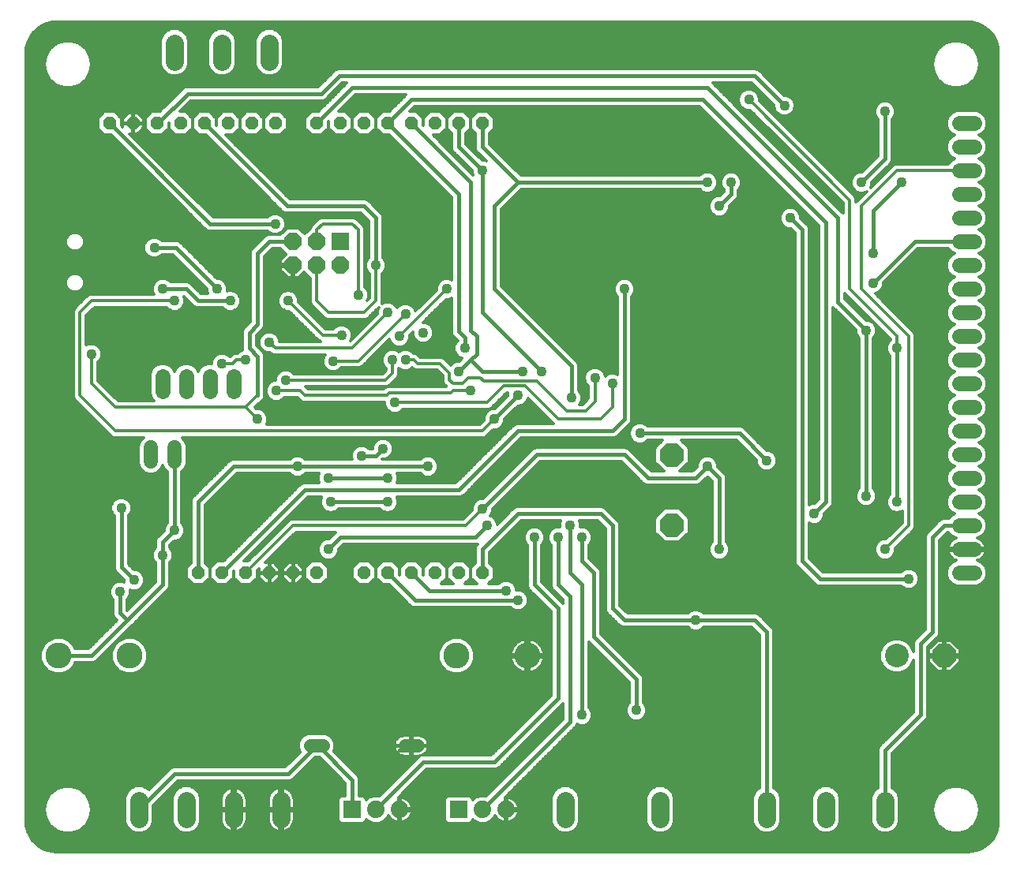
<source format=gbl>
G75*
G70*
%OFA0B0*%
%FSLAX24Y24*%
%IPPOS*%
%LPD*%
%AMOC8*
5,1,8,0,0,1.08239X$1,22.5*
%
%ADD10C,0.0640*%
%ADD11R,0.0740X0.0740*%
%ADD12OC8,0.0740*%
%ADD13C,0.0780*%
%ADD14C,0.0740*%
%ADD15OC8,0.0555*%
%ADD16C,0.0600*%
%ADD17C,0.1000*%
%ADD18OC8,0.1000*%
%ADD19C,0.1095*%
%ADD20C,0.0560*%
%ADD21C,0.0436*%
%ADD22C,0.0120*%
%ADD23C,0.0160*%
D10*
X007687Y020361D02*
X007687Y021001D01*
X008687Y021001D02*
X008687Y020361D01*
X009687Y020361D02*
X009687Y021001D01*
X010687Y021001D02*
X010687Y020361D01*
X041317Y020681D02*
X041957Y020681D01*
X041957Y021681D02*
X041317Y021681D01*
X041317Y022681D02*
X041957Y022681D01*
X041957Y023681D02*
X041317Y023681D01*
X041317Y024681D02*
X041957Y024681D01*
X041957Y025681D02*
X041317Y025681D01*
X041317Y026681D02*
X041957Y026681D01*
X041957Y027681D02*
X041317Y027681D01*
X041317Y028681D02*
X041957Y028681D01*
X041957Y029681D02*
X041317Y029681D01*
X041317Y030681D02*
X041957Y030681D01*
X041957Y031681D02*
X041317Y031681D01*
X041317Y019681D02*
X041957Y019681D01*
X041957Y018681D02*
X041317Y018681D01*
X041317Y017681D02*
X041957Y017681D01*
X041957Y016681D02*
X041317Y016681D01*
X041317Y015681D02*
X041957Y015681D01*
X041957Y014681D02*
X041317Y014681D01*
X041317Y013681D02*
X041957Y013681D01*
X041957Y012681D02*
X041317Y012681D01*
D11*
X020187Y002681D03*
X015687Y002681D03*
X015187Y026681D03*
D12*
X014187Y026681D03*
X013187Y026681D03*
X013187Y025681D03*
X014187Y025681D03*
X015187Y025681D03*
D13*
X012187Y034291D02*
X012187Y035071D01*
X010187Y035071D02*
X010187Y034291D01*
X008187Y034291D02*
X008187Y035071D01*
X008687Y003071D02*
X008687Y002291D01*
X006687Y002291D02*
X006687Y003071D01*
X010687Y003071D02*
X010687Y002291D01*
X012687Y002291D02*
X012687Y003071D01*
X024687Y003071D02*
X024687Y002291D01*
X028687Y002291D02*
X028687Y003071D01*
X033187Y003071D02*
X033187Y002291D01*
X035687Y002291D02*
X035687Y003071D01*
X038187Y003071D02*
X038187Y002291D01*
D14*
X022187Y002681D03*
X021187Y002681D03*
X017687Y002681D03*
X016687Y002681D03*
D15*
X016187Y012681D03*
X017187Y012681D03*
X018187Y012681D03*
X019187Y012681D03*
X020187Y012681D03*
X021187Y012681D03*
X014187Y012681D03*
X013187Y012681D03*
X012187Y012681D03*
X011187Y012681D03*
X010187Y012681D03*
X009187Y012681D03*
X009437Y031681D03*
X008437Y031681D03*
X007437Y031681D03*
X006437Y031681D03*
X005437Y031681D03*
X010437Y031681D03*
X011437Y031681D03*
X012437Y031681D03*
X014187Y031681D03*
X015187Y031681D03*
X016187Y031681D03*
X017187Y031681D03*
X018187Y031681D03*
X019187Y031681D03*
X020187Y031681D03*
X021187Y031681D03*
D16*
X008187Y017981D02*
X008187Y017381D01*
X007187Y017381D02*
X007187Y017981D01*
D17*
X038687Y009181D03*
D18*
X040687Y009181D03*
X029187Y014701D03*
X029187Y017661D03*
D19*
X023087Y009181D03*
X020087Y009181D03*
X006287Y009181D03*
X003287Y009181D03*
D20*
X013907Y005381D02*
X014467Y005381D01*
X017907Y005381D02*
X018467Y005381D01*
D21*
X025387Y006681D03*
X027687Y006881D03*
X030187Y010681D03*
X031687Y012181D03*
X031187Y013681D03*
X030687Y017181D03*
X033187Y017431D03*
X035187Y015181D03*
X035587Y014431D03*
X037387Y015931D03*
X038687Y015681D03*
X038187Y013681D03*
X039187Y012431D03*
X038187Y018681D03*
X038687Y022181D03*
X037387Y022931D03*
X037687Y024931D03*
X037687Y026181D03*
X040187Y024931D03*
X038887Y029181D03*
X037187Y029181D03*
X035687Y030681D03*
X033937Y032431D03*
X032437Y032681D03*
X031687Y029181D03*
X030687Y029181D03*
X031187Y028181D03*
X034187Y027681D03*
X038187Y032181D03*
X029687Y023181D03*
X027187Y024681D03*
X025937Y020931D03*
X026687Y020681D03*
X024937Y020081D03*
X023687Y021181D03*
X022887Y021181D03*
X022687Y020181D03*
X021687Y019181D03*
X020937Y019231D03*
X020687Y020381D03*
X020187Y021181D03*
X019337Y020931D03*
X018687Y022031D03*
X017937Y021681D03*
X017387Y021681D03*
X016687Y021681D03*
X017687Y022681D03*
X018687Y022831D03*
X017937Y023631D03*
X017187Y023681D03*
X015937Y024431D03*
X016687Y025681D03*
X019687Y024681D03*
X020437Y022181D03*
X017487Y019881D03*
X019437Y017981D03*
X018887Y017181D03*
X017187Y016681D03*
X017187Y015681D03*
X016087Y017631D03*
X016987Y017931D03*
X014687Y016681D03*
X014787Y015681D03*
X013387Y017181D03*
X011687Y019181D03*
X012487Y020381D03*
X012887Y020831D03*
X014187Y021731D03*
X014887Y021631D03*
X015237Y022731D03*
X013187Y022681D03*
X012187Y022431D03*
X011187Y021681D03*
X010187Y021531D03*
X008837Y021681D03*
X008187Y024181D03*
X007687Y024681D03*
X007337Y026431D03*
X007687Y028231D03*
X010937Y028931D03*
X012437Y027431D03*
X009987Y024681D03*
X010537Y024181D03*
X012987Y024181D03*
X009687Y016931D03*
X008187Y014481D03*
X007687Y013431D03*
X006487Y012381D03*
X005887Y011881D03*
X003937Y014781D03*
X005937Y015431D03*
X006187Y017181D03*
X004687Y021931D03*
X014687Y013681D03*
X020187Y015681D03*
X021187Y015381D03*
X021387Y014681D03*
X023387Y014181D03*
X024387Y014181D03*
X024887Y014681D03*
X025387Y014181D03*
X022687Y011531D03*
X022187Y011931D03*
X023937Y016931D03*
X027837Y018581D03*
X033187Y020181D03*
X021187Y029681D03*
X023687Y030681D03*
D22*
X002004Y001691D02*
X002172Y001402D01*
X002408Y001165D01*
X002697Y000998D01*
X003020Y000912D01*
X003187Y000901D01*
X003278Y000901D01*
X041596Y000901D01*
X041687Y000901D01*
X041854Y000912D01*
X042177Y000998D01*
X042466Y001165D01*
X042703Y001402D01*
X042870Y001691D01*
X042870Y001691D01*
X042956Y002014D01*
X042967Y002181D01*
X042967Y002272D01*
X042967Y034590D01*
X042967Y034681D01*
X042956Y034848D01*
X042870Y035171D01*
X042703Y035460D01*
X042466Y035696D01*
X042177Y035864D01*
X041854Y035950D01*
X041687Y035961D01*
X041596Y035961D01*
X003278Y035961D01*
X003187Y035961D01*
X003020Y035950D01*
X002697Y035864D01*
X002408Y035696D01*
X002172Y035460D01*
X002004Y035171D01*
X001918Y034848D01*
X001907Y034681D01*
X001907Y034590D01*
X001907Y002272D01*
X001907Y002181D01*
X001918Y002014D01*
X002004Y001691D01*
X001993Y001733D02*
X003398Y001733D01*
X003512Y001691D02*
X003184Y001810D01*
X003184Y001810D01*
X002917Y002035D01*
X002917Y002035D01*
X002742Y002337D01*
X002742Y002337D01*
X002682Y002681D01*
X001907Y002681D01*
X001907Y002799D02*
X002703Y002799D01*
X002682Y002681D02*
X002682Y002681D01*
X002742Y003025D01*
X002742Y003025D01*
X002917Y003327D01*
X002917Y003327D01*
X002917Y003327D01*
X003184Y003551D01*
X003184Y003551D01*
X003512Y003671D01*
X003513Y003671D01*
X003635Y003671D01*
X003635Y003671D01*
X003686Y003671D01*
X003687Y003671D01*
X003739Y003671D01*
X003739Y003671D01*
X003862Y003671D01*
X003862Y003671D01*
X004190Y003551D01*
X004190Y003551D01*
X004457Y003327D01*
X004457Y003327D01*
X004632Y003025D01*
X004632Y003025D01*
X004692Y002681D01*
X006077Y002681D01*
X006077Y002799D02*
X004671Y002799D01*
X004692Y002681D02*
X004692Y002681D01*
X004632Y002337D01*
X004632Y002337D01*
X004457Y002035D01*
X004457Y002035D01*
X004457Y002035D01*
X004190Y001810D01*
X004190Y001810D01*
X003862Y001691D01*
X003862Y001691D01*
X003739Y001691D01*
X003739Y001691D01*
X003687Y001691D01*
X003661Y001691D01*
X003635Y001691D01*
X003635Y001691D01*
X003513Y001691D01*
X003512Y001691D01*
X003136Y001851D02*
X001962Y001851D01*
X001930Y001970D02*
X002995Y001970D01*
X002886Y002088D02*
X001913Y002088D01*
X001907Y002207D02*
X002818Y002207D01*
X002749Y002325D02*
X001907Y002325D01*
X001907Y002444D02*
X002724Y002444D01*
X002703Y002562D02*
X001907Y002562D01*
X001907Y002918D02*
X002724Y002918D01*
X002749Y003037D02*
X001907Y003037D01*
X001907Y003155D02*
X002818Y003155D01*
X002886Y003274D02*
X001907Y003274D01*
X001907Y003392D02*
X002995Y003392D01*
X003136Y003511D02*
X001907Y003511D01*
X001907Y003629D02*
X003398Y003629D01*
X003976Y003629D02*
X006441Y003629D01*
X006342Y003588D02*
X006170Y003416D01*
X006077Y003192D01*
X006077Y002170D01*
X006170Y001945D01*
X006342Y001774D01*
X006566Y001681D01*
X006808Y001681D01*
X007033Y001774D01*
X007204Y001945D01*
X007297Y002170D01*
X007297Y002867D01*
X008311Y003881D01*
X012927Y003881D01*
X013047Y003881D01*
X013157Y003927D01*
X014111Y004881D01*
X014313Y004881D01*
X015387Y003807D01*
X015387Y003271D01*
X015226Y003271D01*
X015097Y003142D01*
X015097Y002220D01*
X015226Y002091D01*
X016148Y002091D01*
X016277Y002220D01*
X016277Y002257D01*
X016353Y002181D01*
X016570Y002091D01*
X016804Y002091D01*
X017021Y002181D01*
X017187Y002347D01*
X017221Y002428D01*
X017234Y002403D01*
X017283Y002336D01*
X017342Y002277D01*
X017409Y002228D01*
X017484Y002190D01*
X017563Y002164D01*
X017645Y002151D01*
X017647Y002151D01*
X017647Y002641D01*
X017727Y002641D01*
X017727Y002721D01*
X017647Y002721D01*
X017647Y003211D01*
X017645Y003211D01*
X017640Y003210D01*
X018811Y004381D01*
X021747Y004381D01*
X021857Y004427D01*
X021941Y004511D01*
X024587Y007157D01*
X024587Y006505D01*
X021339Y003257D01*
X021304Y003271D01*
X021070Y003271D01*
X020853Y003181D01*
X020777Y003105D01*
X020777Y003142D01*
X020648Y003271D01*
X019726Y003271D01*
X019597Y003142D01*
X019597Y002220D01*
X019726Y002091D01*
X020648Y002091D01*
X020777Y002220D01*
X020777Y002257D01*
X020853Y002181D01*
X021070Y002091D01*
X021304Y002091D01*
X021521Y002181D01*
X021687Y002347D01*
X021721Y002428D01*
X021734Y002403D01*
X021783Y002336D01*
X021842Y002277D01*
X021909Y002228D01*
X021984Y002190D01*
X022063Y002164D01*
X022145Y002151D01*
X022147Y002151D01*
X022147Y002641D01*
X022227Y002641D01*
X022227Y002721D01*
X022147Y002721D01*
X022147Y003211D01*
X022145Y003211D01*
X022140Y003210D01*
X025141Y006211D01*
X025176Y006294D01*
X025300Y006243D01*
X025474Y006243D01*
X025635Y006310D01*
X025758Y006433D01*
X025825Y006594D01*
X025825Y006768D01*
X025758Y006929D01*
X025687Y007001D01*
X025687Y009757D01*
X027387Y008057D01*
X027387Y007201D01*
X027316Y007129D01*
X027249Y006968D01*
X027249Y006794D01*
X027316Y006633D01*
X027439Y006510D01*
X027600Y006443D01*
X027774Y006443D01*
X027935Y006510D01*
X028058Y006633D01*
X028125Y006794D01*
X028125Y006968D01*
X028058Y007129D01*
X027987Y007201D01*
X027987Y008241D01*
X027941Y008351D01*
X027857Y008435D01*
X026187Y010105D01*
X026187Y012741D01*
X026141Y012851D01*
X026057Y012935D01*
X025687Y013305D01*
X025687Y013861D01*
X025758Y013933D01*
X025825Y014094D01*
X025825Y014268D01*
X025758Y014429D01*
X025635Y014552D01*
X025474Y014619D01*
X025325Y014619D01*
X025325Y014768D01*
X025278Y014881D01*
X026063Y014881D01*
X026387Y014557D01*
X026387Y011241D01*
X026387Y011121D01*
X026433Y011011D01*
X026933Y010511D01*
X027017Y010427D01*
X027127Y010381D01*
X029868Y010381D01*
X029939Y010310D01*
X030100Y010243D01*
X030274Y010243D01*
X030435Y010310D01*
X030507Y010381D01*
X032563Y010381D01*
X032887Y010057D01*
X032887Y003607D01*
X032842Y003588D01*
X032670Y003416D01*
X032577Y003192D01*
X032577Y002170D01*
X032670Y001945D01*
X032842Y001774D01*
X033066Y001681D01*
X033308Y001681D01*
X033533Y001774D01*
X033704Y001945D01*
X033797Y002170D01*
X033797Y003192D01*
X033704Y003416D01*
X033533Y003588D01*
X033487Y003607D01*
X033487Y010241D01*
X033441Y010351D01*
X033357Y010435D01*
X032941Y010851D01*
X032857Y010935D01*
X032747Y010981D01*
X030507Y010981D01*
X030435Y011052D01*
X030274Y011119D01*
X030100Y011119D01*
X029939Y011052D01*
X029868Y010981D01*
X027311Y010981D01*
X026987Y011305D01*
X026987Y014741D01*
X026941Y014851D01*
X026857Y014935D01*
X026357Y015435D01*
X026247Y015481D01*
X026127Y015481D01*
X022627Y015481D01*
X022517Y015435D01*
X022433Y015351D01*
X021825Y014743D01*
X021825Y014768D01*
X021758Y014929D01*
X021635Y015052D01*
X021524Y015098D01*
X021558Y015133D01*
X021625Y015294D01*
X021625Y015395D01*
X023611Y017381D01*
X027063Y017381D01*
X027933Y016511D01*
X028017Y016427D01*
X028127Y016381D01*
X030127Y016381D01*
X030247Y016381D01*
X030357Y016427D01*
X030673Y016743D01*
X030701Y016743D01*
X030887Y016557D01*
X030887Y014001D01*
X030816Y013929D01*
X030749Y013768D01*
X030749Y013594D01*
X030816Y013433D01*
X030939Y013310D01*
X031100Y013243D01*
X031274Y013243D01*
X031435Y013310D01*
X031558Y013433D01*
X031625Y013594D01*
X031625Y013768D01*
X031558Y013929D01*
X031487Y014001D01*
X031487Y016621D01*
X031487Y016741D01*
X031441Y016851D01*
X031125Y017167D01*
X031125Y017268D01*
X031058Y017429D01*
X030935Y017552D01*
X030774Y017619D01*
X030600Y017619D01*
X030439Y017552D01*
X030316Y017429D01*
X030249Y017268D01*
X030249Y017167D01*
X030063Y016981D01*
X029525Y016981D01*
X029907Y017363D01*
X029907Y017959D01*
X029585Y018281D01*
X031913Y018281D01*
X032749Y017445D01*
X032749Y017344D01*
X032816Y017183D01*
X032939Y017060D01*
X033100Y016993D01*
X033274Y016993D01*
X033435Y017060D01*
X033558Y017183D01*
X033625Y017344D01*
X033625Y017518D01*
X033558Y017679D01*
X033435Y017802D01*
X033274Y017869D01*
X033173Y017869D01*
X032207Y018835D01*
X032097Y018881D01*
X031977Y018881D01*
X028157Y018881D01*
X028085Y018952D01*
X027924Y019019D01*
X027750Y019019D01*
X027589Y018952D01*
X027466Y018829D01*
X027399Y018668D01*
X027399Y018494D01*
X027466Y018333D01*
X027589Y018210D01*
X027750Y018143D01*
X027924Y018143D01*
X028085Y018210D01*
X028157Y018281D01*
X028789Y018281D01*
X028467Y017959D01*
X028467Y017363D01*
X028849Y016981D01*
X028311Y016981D01*
X027357Y017935D01*
X027247Y017981D01*
X027127Y017981D01*
X023547Y017981D01*
X023427Y017981D01*
X023317Y017935D01*
X021201Y015819D01*
X021100Y015819D01*
X020939Y015752D01*
X020816Y015629D01*
X020749Y015468D01*
X020749Y015339D01*
X020371Y014961D01*
X013131Y014961D01*
X013028Y014918D01*
X012950Y014840D01*
X011289Y013178D01*
X011109Y013178D01*
X013811Y015881D01*
X014396Y015881D01*
X014349Y015768D01*
X014349Y015594D01*
X014416Y015433D01*
X014539Y015310D01*
X014700Y015243D01*
X014874Y015243D01*
X015035Y015310D01*
X015107Y015381D01*
X016867Y015381D01*
X016939Y015310D01*
X017100Y015243D01*
X017274Y015243D01*
X017435Y015310D01*
X017558Y015433D01*
X017625Y015594D01*
X017625Y015768D01*
X017578Y015881D01*
X020247Y015881D01*
X020357Y015927D01*
X020441Y016011D01*
X022811Y018381D01*
X026627Y018381D01*
X026747Y018381D01*
X026857Y018427D01*
X027357Y018927D01*
X027441Y019011D01*
X027487Y019121D01*
X027487Y024361D01*
X027558Y024433D01*
X027625Y024594D01*
X027625Y024768D01*
X027558Y024929D01*
X027435Y025052D01*
X027274Y025119D01*
X027100Y025119D01*
X026939Y025052D01*
X026816Y024929D01*
X026749Y024768D01*
X026749Y024594D01*
X026816Y024433D01*
X026887Y024361D01*
X026887Y021072D01*
X026774Y021119D01*
X026600Y021119D01*
X026439Y021052D01*
X026375Y020989D01*
X026375Y021018D01*
X026308Y021179D01*
X026185Y021302D01*
X026024Y021369D01*
X025850Y021369D01*
X025689Y021302D01*
X025566Y021179D01*
X025499Y021018D01*
X025499Y020844D01*
X025566Y020683D01*
X025657Y020591D01*
X025657Y020047D01*
X025421Y019811D01*
X025287Y019811D01*
X025308Y019833D01*
X025375Y019994D01*
X025375Y020168D01*
X025308Y020329D01*
X025237Y020401D01*
X025237Y021371D01*
X025237Y021491D01*
X025191Y021601D01*
X021987Y024805D01*
X021987Y028057D01*
X022811Y028881D01*
X030367Y028881D01*
X030439Y028810D01*
X030600Y028743D01*
X030774Y028743D01*
X030935Y028810D01*
X031058Y028933D01*
X031125Y029094D01*
X031125Y029268D01*
X031058Y029429D01*
X030935Y029552D01*
X030774Y029619D01*
X030600Y029619D01*
X030439Y029552D01*
X030367Y029481D01*
X022811Y029481D01*
X021487Y030805D01*
X021487Y031277D01*
X021685Y031475D01*
X021685Y031887D01*
X021393Y032178D01*
X020981Y032178D01*
X020690Y031887D01*
X020690Y031475D01*
X020887Y031277D01*
X020887Y030741D01*
X020887Y030621D01*
X020933Y030511D01*
X021361Y030083D01*
X021274Y030119D01*
X021173Y030119D01*
X020487Y030805D01*
X020487Y031277D01*
X020685Y031475D01*
X020685Y031887D01*
X020393Y032178D01*
X019981Y032178D01*
X019690Y031887D01*
X019690Y031475D01*
X019887Y031277D01*
X019887Y030741D01*
X019887Y030621D01*
X019933Y030511D01*
X020749Y029695D01*
X020749Y029594D01*
X020785Y029507D01*
X019109Y031183D01*
X019393Y031183D01*
X019685Y031475D01*
X019685Y031887D01*
X019393Y032178D01*
X018981Y032178D01*
X018690Y031887D01*
X018690Y031603D01*
X018685Y031608D01*
X018685Y031887D01*
X018393Y032178D01*
X018109Y032178D01*
X018311Y032381D01*
X030363Y032381D01*
X035387Y027357D01*
X035387Y015805D01*
X035201Y015619D01*
X035100Y015619D01*
X034987Y015572D01*
X034987Y027121D01*
X034987Y027241D01*
X034941Y027351D01*
X034625Y027667D01*
X034625Y027768D01*
X034558Y027929D01*
X034435Y028052D01*
X034274Y028119D01*
X034100Y028119D01*
X033939Y028052D01*
X033816Y027929D01*
X033749Y027768D01*
X033749Y027594D01*
X033816Y027433D01*
X033939Y027310D01*
X034100Y027243D01*
X034201Y027243D01*
X034387Y027057D01*
X034387Y013121D01*
X034433Y013011D01*
X034517Y012927D01*
X035183Y012261D01*
X035267Y012177D01*
X035377Y012131D01*
X038867Y012131D01*
X038939Y012060D01*
X039100Y011993D01*
X039274Y011993D01*
X039435Y012060D01*
X039558Y012183D01*
X039625Y012344D01*
X039625Y012518D01*
X039558Y012679D01*
X039435Y012802D01*
X039274Y012869D01*
X039100Y012869D01*
X038939Y012802D01*
X038867Y012731D01*
X035561Y012731D01*
X034987Y013305D01*
X034987Y014790D01*
X035100Y014743D01*
X035274Y014743D01*
X035435Y014810D01*
X035558Y014933D01*
X035625Y015094D01*
X035625Y015195D01*
X035941Y015511D01*
X035987Y015621D01*
X035987Y015741D01*
X035987Y023907D01*
X036949Y022945D01*
X036949Y022844D01*
X037016Y022683D01*
X037087Y022611D01*
X037087Y016251D01*
X037016Y016179D01*
X036949Y016018D01*
X036949Y015844D01*
X037016Y015683D01*
X037139Y015560D01*
X037300Y015493D01*
X037474Y015493D01*
X037635Y015560D01*
X037758Y015683D01*
X037825Y015844D01*
X037825Y016018D01*
X037758Y016179D01*
X037687Y016251D01*
X037687Y022611D01*
X037758Y022683D01*
X037825Y022844D01*
X037825Y023018D01*
X037758Y023179D01*
X037635Y023302D01*
X037474Y023369D01*
X037373Y023369D01*
X036487Y024255D01*
X036487Y024485D01*
X038407Y022565D01*
X038407Y022521D01*
X038316Y022429D01*
X038249Y022268D01*
X038249Y022094D01*
X038316Y021933D01*
X038387Y021861D01*
X038387Y016001D01*
X038316Y015929D01*
X038249Y015768D01*
X038249Y015594D01*
X038316Y015433D01*
X038439Y015310D01*
X038600Y015243D01*
X038774Y015243D01*
X038907Y015298D01*
X038907Y014797D01*
X038229Y014119D01*
X038100Y014119D01*
X037939Y014052D01*
X037816Y013929D01*
X037749Y013768D01*
X037749Y013594D01*
X037816Y013433D01*
X037939Y013310D01*
X038100Y013243D01*
X038274Y013243D01*
X038435Y013310D01*
X038558Y013433D01*
X038625Y013594D01*
X038625Y013723D01*
X039346Y014444D01*
X039424Y014522D01*
X039467Y014625D01*
X039467Y022625D01*
X039467Y022737D01*
X039424Y022840D01*
X037771Y024493D01*
X037774Y024493D01*
X037935Y024560D01*
X038058Y024683D01*
X038125Y024844D01*
X038125Y024945D01*
X039561Y026381D01*
X040857Y026381D01*
X040859Y026375D01*
X041011Y026223D01*
X041113Y026181D01*
X041011Y026139D01*
X040859Y025987D01*
X040777Y025788D01*
X040777Y025574D01*
X040859Y025375D01*
X041011Y025223D01*
X041113Y025181D01*
X041011Y025139D01*
X040859Y024987D01*
X040777Y024788D01*
X040777Y024574D01*
X040859Y024375D01*
X041011Y024223D01*
X041113Y024181D01*
X041011Y024139D01*
X040859Y023987D01*
X040777Y023788D01*
X040777Y023574D01*
X040859Y023375D01*
X041011Y023223D01*
X041113Y023181D01*
X041011Y023139D01*
X040859Y022987D01*
X040777Y022788D01*
X040777Y022574D01*
X040859Y022375D01*
X041011Y022223D01*
X041113Y022181D01*
X041011Y022139D01*
X040859Y021987D01*
X040777Y021788D01*
X040777Y021574D01*
X040859Y021375D01*
X041011Y021223D01*
X041113Y021181D01*
X041011Y021139D01*
X040859Y020987D01*
X040777Y020788D01*
X040777Y020574D01*
X040859Y020375D01*
X041011Y020223D01*
X041113Y020181D01*
X041011Y020139D01*
X040859Y019987D01*
X040777Y019788D01*
X040777Y019574D01*
X040859Y019375D01*
X041011Y019223D01*
X041113Y019181D01*
X041011Y019139D01*
X040859Y018987D01*
X040777Y018788D01*
X040777Y018574D01*
X040859Y018375D01*
X041011Y018223D01*
X041113Y018181D01*
X041011Y018139D01*
X040859Y017987D01*
X040777Y017788D01*
X040777Y017574D01*
X040859Y017375D01*
X041011Y017223D01*
X041113Y017181D01*
X041011Y017139D01*
X040859Y016987D01*
X040777Y016788D01*
X040777Y016574D01*
X040859Y016375D01*
X041011Y016223D01*
X041113Y016181D01*
X041011Y016139D01*
X040859Y015987D01*
X040777Y015788D01*
X040777Y015574D01*
X040859Y015375D01*
X041011Y015223D01*
X041113Y015181D01*
X041011Y015139D01*
X040859Y014987D01*
X040857Y014981D01*
X040627Y014981D01*
X040517Y014935D01*
X040433Y014851D01*
X040017Y014435D01*
X039933Y014351D01*
X039887Y014241D01*
X039887Y010305D01*
X039517Y009935D01*
X039433Y009851D01*
X039387Y009741D01*
X039387Y009372D01*
X039297Y009589D01*
X039095Y009791D01*
X038830Y009901D01*
X038544Y009901D01*
X038279Y009791D01*
X038077Y009589D01*
X037967Y009324D01*
X037967Y009038D01*
X038077Y008773D01*
X038279Y008571D01*
X038544Y008461D01*
X038830Y008461D01*
X039095Y008571D01*
X039297Y008773D01*
X039387Y008990D01*
X039387Y006805D01*
X037933Y005351D01*
X037887Y005241D01*
X037887Y005121D01*
X037887Y003607D01*
X037842Y003588D01*
X037670Y003416D01*
X037577Y003192D01*
X037577Y002170D01*
X037670Y001945D01*
X037842Y001774D01*
X038066Y001681D01*
X038308Y001681D01*
X038533Y001774D01*
X038704Y001945D01*
X038797Y002170D01*
X038797Y003192D01*
X038704Y003416D01*
X038533Y003588D01*
X038487Y003607D01*
X038487Y005057D01*
X039857Y006427D01*
X039941Y006511D01*
X039987Y006621D01*
X039987Y009557D01*
X040441Y010011D01*
X040487Y010121D01*
X040487Y010241D01*
X040487Y014057D01*
X040811Y014381D01*
X040857Y014381D01*
X040859Y014375D01*
X041011Y014223D01*
X041196Y014146D01*
X041133Y014126D01*
X041066Y014091D01*
X041004Y014047D01*
X040951Y013994D01*
X040907Y013932D01*
X040872Y013865D01*
X040849Y013793D01*
X040837Y013721D01*
X041597Y013721D01*
X041597Y013641D01*
X040837Y013641D01*
X040849Y013569D01*
X040872Y013497D01*
X040907Y013429D01*
X040951Y013368D01*
X041004Y013315D01*
X041066Y013270D01*
X041133Y013236D01*
X041196Y013215D01*
X041011Y013139D01*
X040859Y012987D01*
X040777Y012788D01*
X040777Y012574D01*
X040859Y012375D01*
X041011Y012223D01*
X041210Y012141D01*
X042064Y012141D01*
X042263Y012223D01*
X042415Y012375D01*
X042497Y012574D01*
X042497Y012788D01*
X042415Y012987D01*
X042263Y013139D01*
X042078Y013215D01*
X042141Y013236D01*
X042209Y013270D01*
X042270Y013315D01*
X042323Y013368D01*
X042368Y013429D01*
X042402Y013497D01*
X042425Y013569D01*
X042437Y013641D01*
X041677Y013641D01*
X041677Y013721D01*
X042437Y013721D01*
X042425Y013793D01*
X042402Y013865D01*
X042368Y013932D01*
X042323Y013994D01*
X042270Y014047D01*
X042209Y014091D01*
X042141Y014126D01*
X042078Y014146D01*
X042263Y014223D01*
X042415Y014375D01*
X042497Y014574D01*
X042497Y014788D01*
X042415Y014987D01*
X042263Y015139D01*
X042161Y015181D01*
X042263Y015223D01*
X042415Y015375D01*
X042497Y015574D01*
X042497Y015788D01*
X042415Y015987D01*
X042263Y016139D01*
X042161Y016181D01*
X042263Y016223D01*
X042415Y016375D01*
X042497Y016574D01*
X042497Y016788D01*
X042415Y016987D01*
X042263Y017139D01*
X042161Y017181D01*
X042263Y017223D01*
X042415Y017375D01*
X042497Y017574D01*
X042497Y017788D01*
X042415Y017987D01*
X042263Y018139D01*
X042161Y018181D01*
X042263Y018223D01*
X042415Y018375D01*
X042497Y018574D01*
X042497Y018788D01*
X042415Y018987D01*
X042263Y019139D01*
X042161Y019181D01*
X042263Y019223D01*
X042415Y019375D01*
X042497Y019574D01*
X042497Y019788D01*
X042415Y019987D01*
X042263Y020139D01*
X042161Y020181D01*
X042263Y020223D01*
X042415Y020375D01*
X042497Y020574D01*
X042497Y020788D01*
X042415Y020987D01*
X042263Y021139D01*
X042161Y021181D01*
X042263Y021223D01*
X042415Y021375D01*
X042497Y021574D01*
X042497Y021788D01*
X042415Y021987D01*
X042263Y022139D01*
X042161Y022181D01*
X042263Y022223D01*
X042415Y022375D01*
X042497Y022574D01*
X042497Y022788D01*
X042415Y022987D01*
X042263Y023139D01*
X042161Y023181D01*
X042263Y023223D01*
X042415Y023375D01*
X042497Y023574D01*
X042497Y023788D01*
X042415Y023987D01*
X042263Y024139D01*
X042161Y024181D01*
X042263Y024223D01*
X042415Y024375D01*
X042497Y024574D01*
X042497Y024788D01*
X042415Y024987D01*
X042263Y025139D01*
X042161Y025181D01*
X042263Y025223D01*
X042415Y025375D01*
X042497Y025574D01*
X042497Y025788D01*
X042415Y025987D01*
X042263Y026139D01*
X042161Y026181D01*
X042263Y026223D01*
X042415Y026375D01*
X042497Y026574D01*
X042497Y026788D01*
X042415Y026987D01*
X042263Y027139D01*
X042161Y027181D01*
X042263Y027223D01*
X042415Y027375D01*
X042497Y027574D01*
X042497Y027788D01*
X042415Y027987D01*
X042263Y028139D01*
X042161Y028181D01*
X042263Y028223D01*
X042415Y028375D01*
X042497Y028574D01*
X042497Y028788D01*
X042415Y028987D01*
X042263Y029139D01*
X042161Y029181D01*
X042263Y029223D01*
X042415Y029375D01*
X042497Y029574D01*
X042497Y029788D01*
X042415Y029987D01*
X042263Y030139D01*
X042161Y030181D01*
X042263Y030223D01*
X042415Y030375D01*
X042497Y030574D01*
X042497Y030788D01*
X042415Y030987D01*
X042263Y031139D01*
X042161Y031181D01*
X042263Y031223D01*
X042415Y031375D01*
X042497Y031574D01*
X042497Y031788D01*
X042415Y031987D01*
X042263Y032139D01*
X042064Y032221D01*
X041210Y032221D01*
X041011Y032139D01*
X040859Y031987D01*
X040777Y031788D01*
X040777Y031574D01*
X040859Y031375D01*
X041011Y031223D01*
X041113Y031181D01*
X041011Y031139D01*
X040859Y030987D01*
X040777Y030788D01*
X040777Y030574D01*
X040859Y030375D01*
X041011Y030223D01*
X041113Y030181D01*
X041011Y030139D01*
X040859Y029987D01*
X040849Y029961D01*
X038631Y029961D01*
X038528Y029918D01*
X038450Y029840D01*
X037569Y028959D01*
X037625Y029094D01*
X037625Y029195D01*
X038441Y030011D01*
X038487Y030121D01*
X038487Y030241D01*
X038487Y031861D01*
X038558Y031933D01*
X038625Y032094D01*
X038625Y032268D01*
X038558Y032429D01*
X038435Y032552D01*
X038274Y032619D01*
X038100Y032619D01*
X037939Y032552D01*
X037816Y032429D01*
X037749Y032268D01*
X037749Y032094D01*
X037816Y031933D01*
X037887Y031861D01*
X037887Y030305D01*
X037201Y029619D01*
X037100Y029619D01*
X036939Y029552D01*
X036816Y029429D01*
X036749Y029268D01*
X036749Y029094D01*
X036816Y028933D01*
X036939Y028810D01*
X037100Y028743D01*
X037274Y028743D01*
X037409Y028799D01*
X036967Y028357D01*
X036967Y028375D01*
X036967Y028487D01*
X036924Y028590D01*
X032875Y032639D01*
X032875Y032768D01*
X032808Y032929D01*
X032685Y033052D01*
X032524Y033119D01*
X032350Y033119D01*
X032189Y033052D01*
X032066Y032929D01*
X031999Y032768D01*
X031999Y032594D01*
X032066Y032433D01*
X032189Y032310D01*
X032350Y032243D01*
X032479Y032243D01*
X036407Y028315D01*
X036407Y027885D01*
X036357Y027935D01*
X030911Y033381D01*
X032563Y033381D01*
X033499Y032445D01*
X033499Y032344D01*
X033566Y032183D01*
X033689Y032060D01*
X033850Y031993D01*
X034024Y031993D01*
X034185Y032060D01*
X034308Y032183D01*
X034375Y032344D01*
X034375Y032518D01*
X034308Y032679D01*
X034185Y032802D01*
X034024Y032869D01*
X033923Y032869D01*
X032941Y033851D01*
X032857Y033935D01*
X032747Y033981D01*
X015197Y033981D01*
X015077Y033981D01*
X014967Y033935D01*
X014263Y033231D01*
X008677Y033231D01*
X008567Y033185D01*
X008483Y033101D01*
X007560Y032178D01*
X007231Y032178D01*
X006940Y031887D01*
X006940Y031475D01*
X007231Y031183D01*
X007643Y031183D01*
X007935Y031475D01*
X007935Y031704D01*
X007940Y031709D01*
X007940Y031475D01*
X008231Y031183D01*
X008643Y031183D01*
X008935Y031475D01*
X008935Y031887D01*
X008643Y032178D01*
X008409Y032178D01*
X008861Y032631D01*
X014327Y032631D01*
X014447Y032631D01*
X014557Y032677D01*
X015261Y033381D01*
X015463Y033381D01*
X014260Y032178D01*
X013981Y032178D01*
X013690Y031887D01*
X013690Y031475D01*
X013981Y031183D01*
X014393Y031183D01*
X014685Y031475D01*
X014685Y031754D01*
X014690Y031759D01*
X014690Y031475D01*
X014981Y031183D01*
X015393Y031183D01*
X015685Y031475D01*
X015685Y031887D01*
X015393Y032178D01*
X015109Y032178D01*
X015811Y032881D01*
X016427Y032881D01*
X017963Y032881D01*
X017260Y032178D01*
X016981Y032178D01*
X016690Y031887D01*
X016690Y031475D01*
X016981Y031183D01*
X017260Y031183D01*
X019887Y028557D01*
X019887Y025072D01*
X019774Y025119D01*
X019600Y025119D01*
X019439Y025052D01*
X019316Y024929D01*
X019249Y024768D01*
X019249Y024639D01*
X018361Y023751D01*
X018308Y023879D01*
X018185Y024002D01*
X018024Y024069D01*
X017850Y024069D01*
X017689Y024002D01*
X017575Y023889D01*
X017558Y023929D01*
X017435Y024052D01*
X017274Y024119D01*
X017100Y024119D01*
X016939Y024052D01*
X016935Y024049D01*
X016967Y024125D01*
X016967Y025341D01*
X017058Y025433D01*
X017125Y025594D01*
X017125Y025768D01*
X017058Y025929D01*
X016987Y026001D01*
X016987Y027741D01*
X016941Y027851D01*
X016857Y027935D01*
X016441Y028351D01*
X016357Y028435D01*
X016247Y028481D01*
X013061Y028481D01*
X010359Y031183D01*
X010643Y031183D01*
X010935Y031475D01*
X010935Y031887D01*
X010643Y032178D01*
X010231Y032178D01*
X009940Y031887D01*
X009940Y031603D01*
X009935Y031608D01*
X009935Y031887D01*
X009643Y032178D01*
X009231Y032178D01*
X008940Y031887D01*
X008940Y031475D01*
X009231Y031183D01*
X009510Y031183D01*
X012767Y027927D01*
X012877Y027881D01*
X012997Y027881D01*
X016063Y027881D01*
X016387Y027557D01*
X016387Y026001D01*
X016316Y025929D01*
X016249Y025768D01*
X016249Y025594D01*
X016316Y025433D01*
X016407Y025341D01*
X016407Y024297D01*
X016319Y024209D01*
X016375Y024344D01*
X016375Y024518D01*
X016308Y024679D01*
X016217Y024771D01*
X016217Y027237D01*
X016174Y027340D01*
X016096Y027418D01*
X015846Y027668D01*
X015743Y027711D01*
X015631Y027711D01*
X014381Y027711D01*
X014278Y027668D01*
X014200Y027590D01*
X013950Y027340D01*
X013907Y027237D01*
X013907Y027235D01*
X013687Y027015D01*
X013431Y027271D01*
X012943Y027271D01*
X012653Y026981D01*
X012247Y026981D01*
X012127Y026981D01*
X012017Y026935D01*
X011517Y026435D01*
X011433Y026351D01*
X011387Y026241D01*
X011387Y023305D01*
X011083Y023001D01*
X011037Y022891D01*
X011037Y022771D01*
X011037Y022121D01*
X011047Y022097D01*
X010939Y022052D01*
X010847Y021961D01*
X010731Y021961D01*
X010628Y021918D01*
X010550Y021840D01*
X010550Y021839D01*
X010524Y021814D01*
X010435Y021902D01*
X010274Y021969D01*
X010100Y021969D01*
X009939Y021902D01*
X009816Y021779D01*
X009749Y021618D01*
X009749Y021541D01*
X009580Y021541D01*
X009381Y021459D01*
X009229Y021307D01*
X009187Y021205D01*
X009145Y021307D01*
X008993Y021459D01*
X008794Y021541D01*
X008580Y021541D01*
X008381Y021459D01*
X008229Y021307D01*
X008187Y021205D01*
X008145Y021307D01*
X007993Y021459D01*
X007794Y021541D01*
X007580Y021541D01*
X007381Y021459D01*
X007229Y021307D01*
X007147Y021108D01*
X007147Y020254D01*
X007229Y020055D01*
X007323Y019961D01*
X005803Y019961D01*
X004967Y020797D01*
X004967Y021591D01*
X005058Y021683D01*
X005125Y021844D01*
X005125Y022018D01*
X005058Y022179D01*
X004935Y022302D01*
X004774Y022369D01*
X004600Y022369D01*
X004467Y022314D01*
X004467Y023565D01*
X004803Y023901D01*
X007847Y023901D01*
X007939Y023810D01*
X008100Y023743D01*
X008274Y023743D01*
X008435Y023810D01*
X008558Y023933D01*
X008625Y024094D01*
X008625Y024268D01*
X008589Y024354D01*
X008933Y024011D01*
X009017Y023927D01*
X009127Y023881D01*
X010217Y023881D01*
X010289Y023810D01*
X010450Y023743D01*
X010624Y023743D01*
X010785Y023810D01*
X010908Y023933D01*
X010975Y024094D01*
X010975Y024268D01*
X010908Y024429D01*
X010785Y024552D01*
X010624Y024619D01*
X010450Y024619D01*
X010425Y024609D01*
X010425Y024768D01*
X010358Y024929D01*
X010235Y025052D01*
X010074Y025119D01*
X009973Y025119D01*
X008407Y026685D01*
X008297Y026731D01*
X008177Y026731D01*
X007657Y026731D01*
X007585Y026802D01*
X007424Y026869D01*
X007250Y026869D01*
X007089Y026802D01*
X006966Y026679D01*
X006899Y026518D01*
X006899Y026344D01*
X006966Y026183D01*
X007089Y026060D01*
X007250Y025993D01*
X007424Y025993D01*
X007585Y026060D01*
X007657Y026131D01*
X008113Y026131D01*
X009549Y024695D01*
X009549Y024594D01*
X009596Y024481D01*
X009311Y024481D01*
X008857Y024935D01*
X008747Y024981D01*
X008627Y024981D01*
X008007Y024981D01*
X007935Y025052D01*
X007774Y025119D01*
X007600Y025119D01*
X007439Y025052D01*
X007316Y024929D01*
X007249Y024768D01*
X007249Y024594D01*
X007304Y024461D01*
X004743Y024461D01*
X004631Y024461D01*
X004528Y024418D01*
X004028Y023918D01*
X003950Y023840D01*
X003907Y023737D01*
X003907Y020237D01*
X003907Y020125D01*
X003950Y020022D01*
X005450Y018522D01*
X005528Y018444D01*
X005631Y018401D01*
X006872Y018401D01*
X006746Y018275D01*
X006667Y018084D01*
X006667Y017277D01*
X006746Y017086D01*
X006893Y016940D01*
X007084Y016861D01*
X007291Y016861D01*
X007482Y016940D01*
X007628Y017086D01*
X007687Y017229D01*
X007746Y017086D01*
X007887Y016946D01*
X007887Y014801D01*
X007816Y014729D01*
X007749Y014568D01*
X007749Y014467D01*
X007433Y014151D01*
X007387Y014041D01*
X007387Y013921D01*
X007387Y013751D01*
X007316Y013679D01*
X007249Y013518D01*
X007249Y013344D01*
X007316Y013183D01*
X007387Y013111D01*
X007387Y012305D01*
X006187Y011105D01*
X006187Y011105D01*
X006187Y011561D01*
X006258Y011633D01*
X006325Y011794D01*
X006325Y011968D01*
X006322Y011975D01*
X006400Y011943D01*
X006574Y011943D01*
X006735Y012010D01*
X006858Y012133D01*
X006925Y012294D01*
X006925Y012468D01*
X006858Y012629D01*
X006735Y012752D01*
X006574Y012819D01*
X006473Y012819D01*
X006237Y013055D01*
X006237Y015111D01*
X006308Y015183D01*
X006375Y015344D01*
X006375Y015518D01*
X006308Y015679D01*
X006185Y015802D01*
X006024Y015869D01*
X005850Y015869D01*
X005689Y015802D01*
X005566Y015679D01*
X005499Y015518D01*
X005499Y015344D01*
X005566Y015183D01*
X005637Y015111D01*
X005637Y012991D01*
X005637Y012871D01*
X005683Y012761D01*
X006049Y012395D01*
X006049Y012294D01*
X006052Y012287D01*
X005974Y012319D01*
X005800Y012319D01*
X005639Y012252D01*
X005516Y012129D01*
X005449Y011968D01*
X005449Y011794D01*
X005516Y011633D01*
X005587Y011561D01*
X005587Y011041D01*
X005587Y010921D01*
X005633Y010811D01*
X005763Y010681D01*
X004563Y009481D01*
X003994Y009481D01*
X003938Y009616D01*
X003722Y009832D01*
X003440Y009948D01*
X003134Y009948D01*
X002852Y009832D01*
X002636Y009616D01*
X002520Y009334D01*
X002520Y009028D01*
X002636Y008746D01*
X002852Y008530D01*
X003134Y008413D01*
X003440Y008413D01*
X003722Y008530D01*
X003938Y008746D01*
X003994Y008881D01*
X004627Y008881D01*
X004747Y008881D01*
X004857Y008927D01*
X006357Y010427D01*
X006441Y010511D01*
X007857Y011927D01*
X007941Y012011D01*
X007987Y012121D01*
X007987Y013111D01*
X008058Y013183D01*
X008125Y013344D01*
X008125Y013518D01*
X008058Y013679D01*
X007987Y013751D01*
X007987Y013857D01*
X008173Y014043D01*
X008274Y014043D01*
X008435Y014110D01*
X008558Y014233D01*
X008625Y014394D01*
X008625Y014568D01*
X008558Y014729D01*
X008487Y014801D01*
X008487Y016946D01*
X008628Y017086D01*
X008707Y017277D01*
X008707Y018084D01*
X008628Y018275D01*
X008502Y018401D01*
X021243Y018401D01*
X021346Y018444D01*
X021424Y018522D01*
X021645Y018743D01*
X021774Y018743D01*
X021935Y018810D01*
X022058Y018933D01*
X022125Y019094D01*
X022125Y019195D01*
X022673Y019743D01*
X022774Y019743D01*
X022935Y019810D01*
X023058Y019933D01*
X023111Y020061D01*
X024150Y019022D01*
X024191Y018981D01*
X022627Y018981D01*
X022517Y018935D01*
X022433Y018851D01*
X022433Y018851D01*
X020063Y016481D01*
X017578Y016481D01*
X017625Y016594D01*
X017625Y016768D01*
X017578Y016881D01*
X018568Y016881D01*
X018639Y016810D01*
X018800Y016743D01*
X018974Y016743D01*
X019135Y016810D01*
X019258Y016933D01*
X019325Y017094D01*
X019325Y017268D01*
X019258Y017429D01*
X019135Y017552D01*
X018974Y017619D01*
X018800Y017619D01*
X018639Y017552D01*
X018568Y017481D01*
X016961Y017481D01*
X016973Y017493D01*
X017074Y017493D01*
X017235Y017560D01*
X017358Y017683D01*
X017425Y017844D01*
X017425Y018018D01*
X017358Y018179D01*
X017235Y018302D01*
X017074Y018369D01*
X016900Y018369D01*
X016739Y018302D01*
X016616Y018179D01*
X016549Y018018D01*
X016549Y017931D01*
X016407Y017931D01*
X016335Y018002D01*
X016174Y018069D01*
X016000Y018069D01*
X015839Y018002D01*
X015716Y017879D01*
X015649Y017718D01*
X015649Y017544D01*
X015675Y017481D01*
X013707Y017481D01*
X013635Y017552D01*
X013474Y017619D01*
X013300Y017619D01*
X013139Y017552D01*
X013067Y017481D01*
X010627Y017481D01*
X010517Y017435D01*
X010433Y017351D01*
X008933Y015851D01*
X008887Y015741D01*
X008887Y015621D01*
X008887Y013084D01*
X008690Y012887D01*
X008690Y012475D01*
X008981Y012183D01*
X009393Y012183D01*
X009685Y012475D01*
X009685Y012887D01*
X009487Y013084D01*
X009487Y015557D01*
X010811Y016881D01*
X013067Y016881D01*
X013139Y016810D01*
X013300Y016743D01*
X013474Y016743D01*
X013635Y016810D01*
X013707Y016881D01*
X014296Y016881D01*
X014249Y016768D01*
X014249Y016594D01*
X014296Y016481D01*
X013627Y016481D01*
X013517Y016435D01*
X013433Y016351D01*
X010260Y013178D01*
X009981Y013178D01*
X009690Y012887D01*
X009690Y012475D01*
X009981Y012183D01*
X010393Y012183D01*
X010685Y012475D01*
X010685Y012754D01*
X010690Y012759D01*
X010690Y012475D01*
X010981Y012183D01*
X011393Y012183D01*
X011685Y012475D01*
X011685Y012782D01*
X011750Y012848D01*
X011750Y012700D01*
X012168Y012700D01*
X012168Y013118D01*
X012020Y013118D01*
X013303Y014401D01*
X014983Y014401D01*
X014701Y014119D01*
X014600Y014119D01*
X014439Y014052D01*
X014316Y013929D01*
X014249Y013768D01*
X014249Y013594D01*
X014316Y013433D01*
X014439Y013310D01*
X014600Y013243D01*
X014774Y013243D01*
X014935Y013310D01*
X015058Y013433D01*
X015125Y013594D01*
X015125Y013695D01*
X015311Y013881D01*
X020947Y013881D01*
X020974Y013892D01*
X020933Y013851D01*
X020887Y013741D01*
X020887Y013621D01*
X020887Y013084D01*
X020690Y012887D01*
X020690Y012475D01*
X020934Y012231D01*
X020441Y012231D01*
X020685Y012475D01*
X020685Y012887D01*
X020393Y013178D01*
X019981Y013178D01*
X019690Y012887D01*
X019690Y012475D01*
X019934Y012231D01*
X019441Y012231D01*
X019685Y012475D01*
X019685Y012887D01*
X019393Y013178D01*
X018981Y013178D01*
X018690Y012887D01*
X018690Y012603D01*
X018685Y012608D01*
X018685Y012887D01*
X018393Y013178D01*
X017981Y013178D01*
X017690Y012887D01*
X017690Y012603D01*
X017685Y012608D01*
X017685Y012887D01*
X017393Y013178D01*
X016981Y013178D01*
X016690Y012887D01*
X016690Y012475D01*
X016981Y012183D01*
X017260Y012183D01*
X018167Y011277D01*
X018277Y011231D01*
X018397Y011231D01*
X022367Y011231D01*
X022439Y011160D01*
X022600Y011093D01*
X022774Y011093D01*
X022935Y011160D01*
X023058Y011283D01*
X023125Y011444D01*
X023125Y011618D01*
X023058Y011779D01*
X022935Y011902D01*
X022774Y011969D01*
X022625Y011969D01*
X022625Y012018D01*
X022558Y012179D01*
X022435Y012302D01*
X022274Y012369D01*
X022100Y012369D01*
X021939Y012302D01*
X021867Y012231D01*
X021441Y012231D01*
X021685Y012475D01*
X021685Y012887D01*
X021487Y013084D01*
X021487Y013557D01*
X022811Y014881D01*
X024496Y014881D01*
X024449Y014768D01*
X024449Y014619D01*
X024300Y014619D01*
X024139Y014552D01*
X024016Y014429D01*
X023949Y014268D01*
X023949Y014094D01*
X024016Y013933D01*
X024087Y013861D01*
X024087Y012241D01*
X024087Y012121D01*
X024133Y012011D01*
X024587Y011557D01*
X024587Y011405D01*
X024557Y011435D01*
X023687Y012305D01*
X023687Y013861D01*
X023758Y013933D01*
X023825Y014094D01*
X023825Y014268D01*
X023758Y014429D01*
X023635Y014552D01*
X023474Y014619D01*
X023300Y014619D01*
X023139Y014552D01*
X023016Y014429D01*
X022949Y014268D01*
X022949Y014094D01*
X023016Y013933D01*
X023087Y013861D01*
X023087Y012241D01*
X023087Y012121D01*
X023133Y012011D01*
X024087Y011057D01*
X024087Y007505D01*
X021563Y004981D01*
X018747Y004981D01*
X018651Y004981D01*
X018698Y005005D01*
X018754Y005045D01*
X018803Y005094D01*
X018843Y005150D01*
X018875Y005212D01*
X018896Y005278D01*
X018907Y005346D01*
X018907Y005361D01*
X018207Y005361D01*
X018207Y004941D01*
X018502Y004941D01*
X018549Y004948D01*
X018517Y004935D01*
X016839Y003257D01*
X016804Y003271D01*
X016570Y003271D01*
X016353Y003181D01*
X016277Y003105D01*
X016277Y003142D01*
X016148Y003271D01*
X015987Y003271D01*
X015987Y003991D01*
X015941Y004101D01*
X015857Y004185D01*
X014907Y005136D01*
X014967Y005281D01*
X014967Y005480D01*
X014891Y005664D01*
X014750Y005805D01*
X014567Y005881D01*
X013808Y005881D01*
X013624Y005805D01*
X013483Y005664D01*
X013407Y005480D01*
X013407Y005281D01*
X013482Y005100D01*
X012863Y004481D01*
X008247Y004481D01*
X008127Y004481D01*
X008017Y004435D01*
X007101Y003519D01*
X007033Y003588D01*
X006808Y003681D01*
X006566Y003681D01*
X006342Y003588D01*
X006264Y003511D02*
X004238Y003511D01*
X004380Y003392D02*
X006160Y003392D01*
X006111Y003274D02*
X004488Y003274D01*
X004556Y003155D02*
X006077Y003155D01*
X006077Y003037D02*
X004625Y003037D01*
X004650Y002918D02*
X006077Y002918D01*
X006077Y002562D02*
X004671Y002562D01*
X004650Y002444D02*
X006077Y002444D01*
X006077Y002325D02*
X004625Y002325D01*
X004556Y002207D02*
X006077Y002207D01*
X006111Y002088D02*
X004488Y002088D01*
X004379Y001970D02*
X006160Y001970D01*
X006264Y001851D02*
X004238Y001851D01*
X003976Y001733D02*
X006441Y001733D01*
X006933Y001733D02*
X008441Y001733D01*
X008342Y001774D02*
X008566Y001681D01*
X008808Y001681D01*
X009033Y001774D01*
X009204Y001945D01*
X009297Y002170D01*
X009297Y003192D01*
X009204Y003416D01*
X009033Y003588D01*
X008808Y003681D01*
X008566Y003681D01*
X008342Y003588D01*
X008170Y003416D01*
X008077Y003192D01*
X008077Y002170D01*
X008170Y001945D01*
X008342Y001774D01*
X008264Y001851D02*
X007110Y001851D01*
X007214Y001970D02*
X008160Y001970D01*
X008111Y002088D02*
X007263Y002088D01*
X007297Y002207D02*
X008077Y002207D01*
X008077Y002325D02*
X007297Y002325D01*
X007297Y002444D02*
X008077Y002444D01*
X008077Y002562D02*
X007297Y002562D01*
X007297Y002681D02*
X008077Y002681D01*
X008077Y002799D02*
X007297Y002799D01*
X007348Y002918D02*
X008077Y002918D01*
X008077Y003037D02*
X007467Y003037D01*
X007586Y003155D02*
X008077Y003155D01*
X008111Y003274D02*
X007704Y003274D01*
X007823Y003392D02*
X008160Y003392D01*
X008264Y003511D02*
X007941Y003511D01*
X008060Y003629D02*
X008441Y003629D01*
X008297Y003866D02*
X015327Y003866D01*
X015387Y003748D02*
X008178Y003748D01*
X007804Y004222D02*
X001907Y004222D01*
X001907Y004341D02*
X007922Y004341D01*
X008075Y004459D02*
X001907Y004459D01*
X001907Y004578D02*
X012960Y004578D01*
X013078Y004696D02*
X001907Y004696D01*
X001907Y004815D02*
X013197Y004815D01*
X013315Y004933D02*
X001907Y004933D01*
X001907Y005052D02*
X013434Y005052D01*
X013453Y005170D02*
X001907Y005170D01*
X001907Y005289D02*
X013407Y005289D01*
X013407Y005407D02*
X001907Y005407D01*
X001907Y005526D02*
X013426Y005526D01*
X013475Y005645D02*
X001907Y005645D01*
X001907Y005763D02*
X013582Y005763D01*
X014045Y004815D02*
X014379Y004815D01*
X014498Y004696D02*
X013927Y004696D01*
X013808Y004578D02*
X014616Y004578D01*
X014735Y004459D02*
X013689Y004459D01*
X013571Y004341D02*
X014853Y004341D01*
X014972Y004222D02*
X013452Y004222D01*
X013334Y004103D02*
X015090Y004103D01*
X015209Y003985D02*
X013215Y003985D01*
X012975Y003541D02*
X012898Y003581D01*
X012816Y003607D01*
X012747Y003618D01*
X012747Y002741D01*
X012627Y002741D01*
X012627Y003618D01*
X012558Y003607D01*
X012476Y003581D01*
X012399Y003541D01*
X012329Y003490D01*
X012268Y003429D01*
X012217Y003359D01*
X012177Y003282D01*
X012151Y003200D01*
X012137Y003114D01*
X012137Y002741D01*
X012627Y002741D01*
X012627Y002621D01*
X012137Y002621D01*
X012137Y002248D01*
X012151Y002162D01*
X012177Y002080D01*
X012217Y002003D01*
X012268Y001933D01*
X012329Y001871D01*
X012399Y001821D01*
X012476Y001781D01*
X012558Y001754D01*
X012627Y001744D01*
X012627Y002621D01*
X012747Y002621D01*
X012747Y002741D01*
X013237Y002741D01*
X013237Y003114D01*
X013224Y003200D01*
X013197Y003282D01*
X013157Y003359D01*
X013107Y003429D01*
X013045Y003490D01*
X012975Y003541D01*
X013017Y003511D02*
X015387Y003511D01*
X015387Y003629D02*
X008933Y003629D01*
X009110Y003511D02*
X010357Y003511D01*
X010329Y003490D02*
X010268Y003429D01*
X010217Y003359D01*
X010177Y003282D01*
X010151Y003200D01*
X010137Y003114D01*
X010137Y002741D01*
X010627Y002741D01*
X010627Y003618D01*
X010558Y003607D01*
X010476Y003581D01*
X010399Y003541D01*
X010329Y003490D01*
X010241Y003392D02*
X009214Y003392D01*
X009263Y003274D02*
X010175Y003274D01*
X010144Y003155D02*
X009297Y003155D01*
X009297Y003037D02*
X010137Y003037D01*
X010137Y002918D02*
X009297Y002918D01*
X009297Y002799D02*
X010137Y002799D01*
X010137Y002621D02*
X010137Y002248D01*
X010151Y002162D01*
X010177Y002080D01*
X010217Y002003D01*
X010268Y001933D01*
X010329Y001871D01*
X010399Y001821D01*
X010476Y001781D01*
X010558Y001754D01*
X010627Y001744D01*
X010627Y002621D01*
X010137Y002621D01*
X010137Y002562D02*
X009297Y002562D01*
X009297Y002444D02*
X010137Y002444D01*
X010137Y002325D02*
X009297Y002325D01*
X009297Y002207D02*
X010144Y002207D01*
X010175Y002088D02*
X009263Y002088D01*
X009214Y001970D02*
X010241Y001970D01*
X010357Y001851D02*
X009110Y001851D01*
X008933Y001733D02*
X024441Y001733D01*
X024342Y001774D02*
X024566Y001681D01*
X024808Y001681D01*
X025033Y001774D01*
X025204Y001945D01*
X025297Y002170D01*
X025297Y003192D01*
X025204Y003416D01*
X025033Y003588D01*
X024808Y003681D01*
X024566Y003681D01*
X024342Y003588D01*
X024170Y003416D01*
X024077Y003192D01*
X024077Y002170D01*
X024170Y001945D01*
X024342Y001774D01*
X024264Y001851D02*
X013017Y001851D01*
X013045Y001871D02*
X012975Y001821D01*
X012898Y001781D01*
X012816Y001754D01*
X012747Y001744D01*
X012747Y002621D01*
X013237Y002621D01*
X013237Y002248D01*
X013224Y002162D01*
X013197Y002080D01*
X013157Y002003D01*
X013107Y001933D01*
X013045Y001871D01*
X013133Y001970D02*
X024160Y001970D01*
X024111Y002088D02*
X013199Y002088D01*
X013231Y002207D02*
X015110Y002207D01*
X015097Y002325D02*
X013237Y002325D01*
X013237Y002444D02*
X015097Y002444D01*
X015097Y002562D02*
X013237Y002562D01*
X013237Y002799D02*
X015097Y002799D01*
X015097Y002681D02*
X012747Y002681D01*
X012747Y002799D02*
X012627Y002799D01*
X012627Y002681D02*
X010747Y002681D01*
X010747Y002741D02*
X011237Y002741D01*
X011237Y003114D01*
X011224Y003200D01*
X011197Y003282D01*
X011157Y003359D01*
X011107Y003429D01*
X011045Y003490D01*
X010975Y003541D01*
X010898Y003581D01*
X010816Y003607D01*
X010747Y003618D01*
X010747Y002741D01*
X010627Y002741D01*
X010627Y002621D01*
X010747Y002621D01*
X010747Y002741D01*
X010747Y002799D02*
X010627Y002799D01*
X010627Y002681D02*
X009297Y002681D01*
X010627Y002562D02*
X010747Y002562D01*
X010747Y002621D02*
X010747Y001744D01*
X010816Y001754D01*
X010898Y001781D01*
X010975Y001821D01*
X011045Y001871D01*
X011107Y001933D01*
X011157Y002003D01*
X011197Y002080D01*
X011224Y002162D01*
X011237Y002248D01*
X011237Y002621D01*
X010747Y002621D01*
X010747Y002444D02*
X010627Y002444D01*
X010627Y002325D02*
X010747Y002325D01*
X010747Y002207D02*
X010627Y002207D01*
X010627Y002088D02*
X010747Y002088D01*
X010747Y001970D02*
X010627Y001970D01*
X010627Y001851D02*
X010747Y001851D01*
X011017Y001851D02*
X012357Y001851D01*
X012241Y001970D02*
X011133Y001970D01*
X011199Y002088D02*
X012175Y002088D01*
X012144Y002207D02*
X011231Y002207D01*
X011237Y002325D02*
X012137Y002325D01*
X012137Y002444D02*
X011237Y002444D01*
X011237Y002562D02*
X012137Y002562D01*
X012137Y002799D02*
X011237Y002799D01*
X011237Y002918D02*
X012137Y002918D01*
X012137Y003037D02*
X011237Y003037D01*
X011231Y003155D02*
X012144Y003155D01*
X012175Y003274D02*
X011200Y003274D01*
X011133Y003392D02*
X012241Y003392D01*
X012357Y003511D02*
X011017Y003511D01*
X010747Y003511D02*
X010627Y003511D01*
X010627Y003392D02*
X010747Y003392D01*
X010747Y003274D02*
X010627Y003274D01*
X010627Y003155D02*
X010747Y003155D01*
X010747Y003037D02*
X010627Y003037D01*
X010627Y002918D02*
X010747Y002918D01*
X012627Y002918D02*
X012747Y002918D01*
X012747Y003037D02*
X012627Y003037D01*
X012627Y003155D02*
X012747Y003155D01*
X012747Y003274D02*
X012627Y003274D01*
X012627Y003392D02*
X012747Y003392D01*
X012747Y003511D02*
X012627Y003511D01*
X013133Y003392D02*
X015387Y003392D01*
X015387Y003274D02*
X013200Y003274D01*
X013231Y003155D02*
X015110Y003155D01*
X015097Y003037D02*
X013237Y003037D01*
X013237Y002918D02*
X015097Y002918D01*
X015987Y003274D02*
X016856Y003274D01*
X016974Y003392D02*
X015987Y003392D01*
X015987Y003511D02*
X017093Y003511D01*
X017211Y003629D02*
X015987Y003629D01*
X015987Y003748D02*
X017330Y003748D01*
X017448Y003866D02*
X015987Y003866D01*
X015987Y003985D02*
X017567Y003985D01*
X017685Y004103D02*
X015939Y004103D01*
X015820Y004222D02*
X017804Y004222D01*
X017922Y004341D02*
X015702Y004341D01*
X015583Y004459D02*
X018041Y004459D01*
X018160Y004578D02*
X015465Y004578D01*
X015346Y004696D02*
X018278Y004696D01*
X018397Y004815D02*
X015228Y004815D01*
X015109Y004933D02*
X018515Y004933D01*
X018760Y005052D02*
X021634Y005052D01*
X021752Y005170D02*
X018854Y005170D01*
X018898Y005289D02*
X021871Y005289D01*
X021989Y005407D02*
X018907Y005407D01*
X018907Y005401D02*
X018907Y005416D01*
X018896Y005484D01*
X018875Y005550D01*
X018843Y005612D01*
X018803Y005668D01*
X018754Y005717D01*
X018698Y005757D01*
X018636Y005789D01*
X018570Y005810D01*
X018502Y005821D01*
X018207Y005821D01*
X018207Y005401D01*
X018167Y005401D01*
X018167Y005361D01*
X017467Y005361D01*
X017467Y005346D01*
X017478Y005278D01*
X017499Y005212D01*
X017531Y005150D01*
X017571Y005094D01*
X017620Y005045D01*
X017676Y005005D01*
X017738Y004973D01*
X017804Y004952D01*
X017872Y004941D01*
X018167Y004941D01*
X018167Y005361D01*
X018207Y005361D01*
X018207Y005401D01*
X018907Y005401D01*
X018883Y005526D02*
X022108Y005526D01*
X022226Y005645D02*
X018819Y005645D01*
X018686Y005763D02*
X022345Y005763D01*
X022464Y005882D02*
X001907Y005882D01*
X001907Y006000D02*
X022582Y006000D01*
X022701Y006119D02*
X001907Y006119D01*
X001907Y006237D02*
X022819Y006237D01*
X022938Y006356D02*
X001907Y006356D01*
X001907Y006474D02*
X023056Y006474D01*
X023175Y006593D02*
X001907Y006593D01*
X001907Y006711D02*
X023293Y006711D01*
X023412Y006830D02*
X001907Y006830D01*
X001907Y006949D02*
X023530Y006949D01*
X023649Y007067D02*
X001907Y007067D01*
X001907Y007186D02*
X023767Y007186D01*
X023886Y007304D02*
X001907Y007304D01*
X001907Y007423D02*
X024005Y007423D01*
X024087Y007541D02*
X001907Y007541D01*
X001907Y007660D02*
X024087Y007660D01*
X024087Y007778D02*
X001907Y007778D01*
X001907Y007897D02*
X024087Y007897D01*
X024087Y008015D02*
X001907Y008015D01*
X001907Y008134D02*
X024087Y008134D01*
X024087Y008252D02*
X001907Y008252D01*
X001907Y008371D02*
X024087Y008371D01*
X024087Y008490D02*
X023241Y008490D01*
X023225Y008486D02*
X023315Y008510D01*
X023401Y008545D01*
X023481Y008591D01*
X023555Y008648D01*
X023620Y008713D01*
X023677Y008787D01*
X023723Y008867D01*
X023758Y008953D01*
X023782Y009043D01*
X023793Y009121D01*
X023147Y009121D01*
X023147Y009241D01*
X023027Y009241D01*
X023027Y009887D01*
X022949Y009876D01*
X022859Y009852D01*
X022773Y009817D01*
X022693Y009770D01*
X022620Y009714D01*
X022554Y009648D01*
X022498Y009575D01*
X022451Y009495D01*
X022416Y009409D01*
X022392Y009319D01*
X022381Y009241D01*
X023027Y009241D01*
X023027Y009121D01*
X022381Y009121D01*
X022392Y009043D01*
X022416Y008953D01*
X022451Y008867D01*
X022498Y008787D01*
X022554Y008713D01*
X022620Y008648D01*
X022693Y008591D01*
X022773Y008545D01*
X022859Y008510D01*
X022949Y008486D01*
X023027Y008475D01*
X023027Y009121D01*
X023147Y009121D01*
X023147Y008475D01*
X023225Y008486D01*
X023147Y008490D02*
X023027Y008490D01*
X022934Y008490D02*
X020424Y008490D01*
X020522Y008530D02*
X020738Y008746D01*
X020855Y009028D01*
X020855Y009334D01*
X020738Y009616D01*
X020522Y009832D01*
X020240Y009948D01*
X019934Y009948D01*
X019652Y009832D01*
X019436Y009616D01*
X019320Y009334D01*
X019320Y009028D01*
X019436Y008746D01*
X019652Y008530D01*
X019934Y008413D01*
X020240Y008413D01*
X020522Y008530D01*
X020600Y008608D02*
X022671Y008608D01*
X022544Y008727D02*
X020718Y008727D01*
X020779Y008845D02*
X022464Y008845D01*
X022413Y008964D02*
X020828Y008964D01*
X020855Y009082D02*
X022386Y009082D01*
X022392Y009319D02*
X020855Y009319D01*
X020855Y009201D02*
X023027Y009201D01*
X023027Y009319D02*
X023147Y009319D01*
X023147Y009241D02*
X023147Y009887D01*
X023225Y009876D01*
X023315Y009852D01*
X023401Y009817D01*
X023481Y009770D01*
X023555Y009714D01*
X023620Y009648D01*
X023677Y009575D01*
X023723Y009495D01*
X023758Y009409D01*
X023782Y009319D01*
X023793Y009241D01*
X023147Y009241D01*
X023147Y009201D02*
X024087Y009201D01*
X024087Y009319D02*
X023782Y009319D01*
X023746Y009438D02*
X024087Y009438D01*
X024087Y009556D02*
X023687Y009556D01*
X023594Y009675D02*
X024087Y009675D01*
X024087Y009794D02*
X023441Y009794D01*
X023147Y009794D02*
X023027Y009794D01*
X023027Y009675D02*
X023147Y009675D01*
X023147Y009556D02*
X023027Y009556D01*
X023027Y009438D02*
X023147Y009438D01*
X023147Y009082D02*
X023027Y009082D01*
X023027Y008964D02*
X023147Y008964D01*
X023147Y008845D02*
X023027Y008845D01*
X023027Y008727D02*
X023147Y008727D01*
X023147Y008608D02*
X023027Y008608D01*
X023503Y008608D02*
X024087Y008608D01*
X024087Y008727D02*
X023630Y008727D01*
X023710Y008845D02*
X024087Y008845D01*
X024087Y008964D02*
X023761Y008964D01*
X023788Y009082D02*
X024087Y009082D01*
X024087Y009912D02*
X020327Y009912D01*
X020560Y009794D02*
X022733Y009794D01*
X022581Y009675D02*
X020678Y009675D01*
X020762Y009556D02*
X022487Y009556D01*
X022428Y009438D02*
X020811Y009438D01*
X019847Y009912D02*
X006527Y009912D01*
X006440Y009948D02*
X006134Y009948D01*
X005852Y009832D01*
X005636Y009616D01*
X005520Y009334D01*
X005520Y009028D01*
X005636Y008746D01*
X005852Y008530D01*
X006134Y008413D01*
X006440Y008413D01*
X006722Y008530D01*
X006938Y008746D01*
X007055Y009028D01*
X007055Y009334D01*
X006938Y009616D01*
X006722Y009832D01*
X006440Y009948D01*
X006760Y009794D02*
X019614Y009794D01*
X019496Y009675D02*
X006878Y009675D01*
X006962Y009556D02*
X019412Y009556D01*
X019363Y009438D02*
X007011Y009438D01*
X007055Y009319D02*
X019320Y009319D01*
X019320Y009201D02*
X007055Y009201D01*
X007055Y009082D02*
X019320Y009082D01*
X019346Y008964D02*
X007028Y008964D01*
X006979Y008845D02*
X019395Y008845D01*
X019456Y008727D02*
X006918Y008727D01*
X006800Y008608D02*
X019574Y008608D01*
X019751Y008490D02*
X006624Y008490D01*
X005951Y008490D02*
X003624Y008490D01*
X003800Y008608D02*
X005774Y008608D01*
X005656Y008727D02*
X003918Y008727D01*
X003979Y008845D02*
X005595Y008845D01*
X005546Y008964D02*
X004894Y008964D01*
X005013Y009082D02*
X005520Y009082D01*
X005520Y009201D02*
X005131Y009201D01*
X005250Y009319D02*
X005520Y009319D01*
X005563Y009438D02*
X005368Y009438D01*
X005487Y009556D02*
X005612Y009556D01*
X005605Y009675D02*
X005696Y009675D01*
X005724Y009794D02*
X005814Y009794D01*
X005842Y009912D02*
X006047Y009912D01*
X005961Y010031D02*
X024087Y010031D01*
X024087Y010149D02*
X006080Y010149D01*
X006198Y010268D02*
X024087Y010268D01*
X024087Y010386D02*
X006317Y010386D01*
X006435Y010505D02*
X024087Y010505D01*
X024087Y010623D02*
X006554Y010623D01*
X006672Y010742D02*
X024087Y010742D01*
X024087Y010860D02*
X006791Y010860D01*
X006909Y010979D02*
X024087Y010979D01*
X024046Y011098D02*
X022786Y011098D01*
X022589Y011098D02*
X007028Y011098D01*
X007146Y011216D02*
X022382Y011216D01*
X022992Y011216D02*
X023928Y011216D01*
X023809Y011335D02*
X023080Y011335D01*
X023125Y011453D02*
X023691Y011453D01*
X023572Y011572D02*
X023125Y011572D01*
X023095Y011690D02*
X023454Y011690D01*
X023335Y011809D02*
X023029Y011809D01*
X022875Y011927D02*
X023216Y011927D01*
X023118Y012046D02*
X022614Y012046D01*
X022565Y012164D02*
X023087Y012164D01*
X023087Y012283D02*
X022455Y012283D01*
X023087Y012401D02*
X021611Y012401D01*
X021685Y012520D02*
X023087Y012520D01*
X023087Y012639D02*
X021685Y012639D01*
X021685Y012757D02*
X023087Y012757D01*
X023087Y012876D02*
X021685Y012876D01*
X021577Y012994D02*
X023087Y012994D01*
X023087Y013113D02*
X021487Y013113D01*
X021487Y013231D02*
X023087Y013231D01*
X023087Y013350D02*
X021487Y013350D01*
X021487Y013468D02*
X023087Y013468D01*
X023087Y013587D02*
X021517Y013587D01*
X021636Y013705D02*
X023087Y013705D01*
X023087Y013824D02*
X021754Y013824D01*
X021873Y013943D02*
X023012Y013943D01*
X022962Y014061D02*
X021991Y014061D01*
X022110Y014180D02*
X022949Y014180D01*
X022961Y014298D02*
X022229Y014298D01*
X022347Y014417D02*
X023011Y014417D01*
X023122Y014535D02*
X022466Y014535D01*
X022584Y014654D02*
X024449Y014654D01*
X024451Y014772D02*
X022703Y014772D01*
X022328Y015247D02*
X021606Y015247D01*
X021625Y015365D02*
X022447Y015365D01*
X022210Y015128D02*
X021554Y015128D01*
X021678Y015009D02*
X022091Y015009D01*
X021973Y014891D02*
X021774Y014891D01*
X021823Y014772D02*
X021854Y014772D01*
X021714Y015484D02*
X030887Y015484D01*
X030887Y015602D02*
X021833Y015602D01*
X021951Y015721D02*
X030887Y015721D01*
X030887Y015839D02*
X022070Y015839D01*
X022188Y015958D02*
X030887Y015958D01*
X030887Y016076D02*
X022307Y016076D01*
X022425Y016195D02*
X030887Y016195D01*
X030887Y016313D02*
X022544Y016313D01*
X022662Y016432D02*
X028012Y016432D01*
X027893Y016551D02*
X022781Y016551D01*
X022899Y016669D02*
X027775Y016669D01*
X027656Y016788D02*
X023018Y016788D01*
X023137Y016906D02*
X027538Y016906D01*
X027419Y017025D02*
X023255Y017025D01*
X023374Y017143D02*
X027301Y017143D01*
X027182Y017262D02*
X023492Y017262D01*
X023611Y017380D02*
X027063Y017380D01*
X027438Y017854D02*
X028467Y017854D01*
X028467Y017736D02*
X027556Y017736D01*
X027675Y017617D02*
X028467Y017617D01*
X028467Y017499D02*
X027793Y017499D01*
X027912Y017380D02*
X028467Y017380D01*
X028568Y017262D02*
X028030Y017262D01*
X028149Y017143D02*
X028687Y017143D01*
X028805Y017025D02*
X028268Y017025D01*
X028481Y017973D02*
X027266Y017973D01*
X027588Y018210D02*
X022640Y018210D01*
X022522Y018092D02*
X028600Y018092D01*
X028718Y018210D02*
X028086Y018210D01*
X027470Y018329D02*
X022759Y018329D01*
X022403Y017973D02*
X023408Y017973D01*
X023236Y017854D02*
X022285Y017854D01*
X022166Y017736D02*
X023118Y017736D01*
X022999Y017617D02*
X022048Y017617D01*
X021929Y017499D02*
X022881Y017499D01*
X022762Y017380D02*
X021811Y017380D01*
X021692Y017262D02*
X022644Y017262D01*
X022525Y017143D02*
X021574Y017143D01*
X021455Y017025D02*
X022407Y017025D01*
X022288Y016906D02*
X021336Y016906D01*
X021218Y016788D02*
X022169Y016788D01*
X022051Y016669D02*
X021099Y016669D01*
X020981Y016551D02*
X021932Y016551D01*
X021814Y016432D02*
X020862Y016432D01*
X020744Y016313D02*
X021695Y016313D01*
X021577Y016195D02*
X020625Y016195D01*
X020507Y016076D02*
X021458Y016076D01*
X021340Y015958D02*
X020388Y015958D01*
X020441Y016011D02*
X020441Y016011D01*
X020805Y015602D02*
X017625Y015602D01*
X017625Y015721D02*
X020907Y015721D01*
X020755Y015484D02*
X017580Y015484D01*
X017491Y015365D02*
X020749Y015365D01*
X020657Y015247D02*
X017283Y015247D01*
X017091Y015247D02*
X014883Y015247D01*
X014691Y015247D02*
X013177Y015247D01*
X013295Y015365D02*
X014483Y015365D01*
X014395Y015484D02*
X013414Y015484D01*
X013533Y015602D02*
X014349Y015602D01*
X014349Y015721D02*
X013651Y015721D01*
X013770Y015839D02*
X014379Y015839D01*
X014267Y016551D02*
X010481Y016551D01*
X010599Y016669D02*
X014249Y016669D01*
X014257Y016788D02*
X013582Y016788D01*
X013514Y016432D02*
X010362Y016432D01*
X010244Y016313D02*
X013395Y016313D01*
X013277Y016195D02*
X010125Y016195D01*
X010007Y016076D02*
X013158Y016076D01*
X013040Y015958D02*
X009888Y015958D01*
X009770Y015839D02*
X012921Y015839D01*
X012803Y015721D02*
X009651Y015721D01*
X009533Y015602D02*
X012684Y015602D01*
X012566Y015484D02*
X009487Y015484D01*
X009487Y015365D02*
X012447Y015365D01*
X012328Y015247D02*
X009487Y015247D01*
X009487Y015128D02*
X012210Y015128D01*
X012091Y015009D02*
X009487Y015009D01*
X009487Y014891D02*
X011973Y014891D01*
X011854Y014772D02*
X009487Y014772D01*
X009487Y014654D02*
X011736Y014654D01*
X011617Y014535D02*
X009487Y014535D01*
X009487Y014417D02*
X011499Y014417D01*
X011380Y014298D02*
X009487Y014298D01*
X009487Y014180D02*
X011262Y014180D01*
X011143Y014061D02*
X009487Y014061D01*
X009487Y013943D02*
X011024Y013943D01*
X010906Y013824D02*
X009487Y013824D01*
X009487Y013705D02*
X010787Y013705D01*
X010669Y013587D02*
X009487Y013587D01*
X009487Y013468D02*
X010550Y013468D01*
X010432Y013350D02*
X009487Y013350D01*
X009487Y013231D02*
X010313Y013231D01*
X009915Y013113D02*
X009487Y013113D01*
X009577Y012994D02*
X009797Y012994D01*
X009690Y012876D02*
X009685Y012876D01*
X009685Y012757D02*
X009690Y012757D01*
X009685Y012639D02*
X009690Y012639D01*
X009685Y012520D02*
X009690Y012520D01*
X009763Y012401D02*
X009611Y012401D01*
X009493Y012283D02*
X009882Y012283D01*
X010493Y012283D02*
X010882Y012283D01*
X010763Y012401D02*
X010611Y012401D01*
X010685Y012520D02*
X010690Y012520D01*
X010685Y012639D02*
X010690Y012639D01*
X010687Y012757D02*
X010690Y012757D01*
X011187Y012681D02*
X013187Y014681D01*
X020487Y014681D01*
X021187Y015381D01*
X021221Y015839D02*
X017596Y015839D01*
X017607Y016551D02*
X020132Y016551D01*
X020251Y016669D02*
X017625Y016669D01*
X017617Y016788D02*
X018692Y016788D01*
X019082Y016788D02*
X020370Y016788D01*
X020488Y016906D02*
X019232Y016906D01*
X019297Y017025D02*
X020607Y017025D01*
X020725Y017143D02*
X019325Y017143D01*
X019325Y017262D02*
X020844Y017262D01*
X020962Y017380D02*
X019279Y017380D01*
X019189Y017499D02*
X021081Y017499D01*
X021199Y017617D02*
X018978Y017617D01*
X018796Y017617D02*
X017293Y017617D01*
X017380Y017736D02*
X021318Y017736D01*
X021436Y017854D02*
X017425Y017854D01*
X017425Y017973D02*
X021555Y017973D01*
X021674Y018092D02*
X017395Y018092D01*
X017327Y018210D02*
X021792Y018210D01*
X021911Y018329D02*
X017172Y018329D01*
X016803Y018329D02*
X008575Y018329D01*
X008655Y018210D02*
X016647Y018210D01*
X016579Y018092D02*
X008704Y018092D01*
X008707Y017973D02*
X015810Y017973D01*
X015706Y017854D02*
X008707Y017854D01*
X008707Y017736D02*
X015656Y017736D01*
X015649Y017617D02*
X013478Y017617D01*
X013296Y017617D02*
X008707Y017617D01*
X008707Y017499D02*
X013085Y017499D01*
X013689Y017499D02*
X015668Y017499D01*
X016365Y017973D02*
X016549Y017973D01*
X017089Y017499D02*
X018585Y017499D01*
X016883Y015365D02*
X015091Y015365D01*
X014880Y014298D02*
X013200Y014298D01*
X013082Y014180D02*
X014762Y014180D01*
X014460Y014061D02*
X012963Y014061D01*
X012845Y013943D02*
X014329Y013943D01*
X014272Y013824D02*
X012726Y013824D01*
X012608Y013705D02*
X014249Y013705D01*
X014252Y013587D02*
X012489Y013587D01*
X012370Y013468D02*
X014301Y013468D01*
X014399Y013350D02*
X012252Y013350D01*
X012133Y013231D02*
X020887Y013231D01*
X020887Y013113D02*
X020459Y013113D01*
X020577Y012994D02*
X020797Y012994D01*
X020690Y012876D02*
X020685Y012876D01*
X020685Y012757D02*
X020690Y012757D01*
X020685Y012639D02*
X020690Y012639D01*
X020685Y012520D02*
X020690Y012520D01*
X020763Y012401D02*
X020611Y012401D01*
X020493Y012283D02*
X020882Y012283D01*
X021493Y012283D02*
X021920Y012283D01*
X020887Y013350D02*
X014976Y013350D01*
X015073Y013468D02*
X020887Y013468D01*
X020887Y013587D02*
X015122Y013587D01*
X015136Y013705D02*
X020887Y013705D01*
X020922Y013824D02*
X015254Y013824D01*
X015915Y013113D02*
X014459Y013113D01*
X014393Y013178D02*
X013981Y013178D01*
X013690Y012887D01*
X013690Y012475D01*
X013981Y012183D01*
X014393Y012183D01*
X014685Y012475D01*
X014685Y012887D01*
X014393Y013178D01*
X014577Y012994D02*
X015797Y012994D01*
X015690Y012887D02*
X015690Y012475D01*
X015981Y012183D01*
X016393Y012183D01*
X016685Y012475D01*
X016685Y012887D01*
X016393Y013178D01*
X015981Y013178D01*
X015690Y012887D01*
X015690Y012876D02*
X014685Y012876D01*
X014685Y012757D02*
X015690Y012757D01*
X015690Y012639D02*
X014685Y012639D01*
X014685Y012520D02*
X015690Y012520D01*
X015763Y012401D02*
X014611Y012401D01*
X014493Y012283D02*
X015882Y012283D01*
X016493Y012283D02*
X016882Y012283D01*
X016763Y012401D02*
X016611Y012401D01*
X016685Y012520D02*
X016690Y012520D01*
X016685Y012639D02*
X016690Y012639D01*
X016685Y012757D02*
X016690Y012757D01*
X016685Y012876D02*
X016690Y012876D01*
X016797Y012994D02*
X016577Y012994D01*
X016459Y013113D02*
X016915Y013113D01*
X017459Y013113D02*
X017915Y013113D01*
X017797Y012994D02*
X017577Y012994D01*
X017685Y012876D02*
X017690Y012876D01*
X017685Y012757D02*
X017690Y012757D01*
X017685Y012639D02*
X017690Y012639D01*
X017279Y012164D02*
X007987Y012164D01*
X007987Y012283D02*
X008882Y012283D01*
X008763Y012401D02*
X007987Y012401D01*
X007987Y012520D02*
X008690Y012520D01*
X008690Y012639D02*
X007987Y012639D01*
X007987Y012757D02*
X008690Y012757D01*
X008690Y012876D02*
X007987Y012876D01*
X007987Y012994D02*
X008797Y012994D01*
X008887Y013113D02*
X007988Y013113D01*
X008079Y013231D02*
X008887Y013231D01*
X008887Y013350D02*
X008125Y013350D01*
X008125Y013468D02*
X008887Y013468D01*
X008887Y013587D02*
X008097Y013587D01*
X008032Y013705D02*
X008887Y013705D01*
X008887Y013824D02*
X007987Y013824D01*
X008073Y013943D02*
X008887Y013943D01*
X008887Y014061D02*
X008318Y014061D01*
X008505Y014180D02*
X008887Y014180D01*
X008887Y014298D02*
X008586Y014298D01*
X008625Y014417D02*
X008887Y014417D01*
X008887Y014535D02*
X008625Y014535D01*
X008590Y014654D02*
X008887Y014654D01*
X008887Y014772D02*
X008515Y014772D01*
X008487Y014891D02*
X008887Y014891D01*
X008887Y015009D02*
X008487Y015009D01*
X008487Y015128D02*
X008887Y015128D01*
X008887Y015247D02*
X008487Y015247D01*
X008487Y015365D02*
X008887Y015365D01*
X008887Y015484D02*
X008487Y015484D01*
X008487Y015602D02*
X008887Y015602D01*
X008887Y015721D02*
X008487Y015721D01*
X008487Y015839D02*
X008928Y015839D01*
X009040Y015958D02*
X008487Y015958D01*
X008487Y016076D02*
X009158Y016076D01*
X009277Y016195D02*
X008487Y016195D01*
X008487Y016313D02*
X009395Y016313D01*
X009514Y016432D02*
X008487Y016432D01*
X008487Y016551D02*
X009632Y016551D01*
X009751Y016669D02*
X008487Y016669D01*
X008487Y016788D02*
X009869Y016788D01*
X009988Y016906D02*
X008487Y016906D01*
X008566Y017025D02*
X010107Y017025D01*
X010225Y017143D02*
X008651Y017143D01*
X008701Y017262D02*
X010344Y017262D01*
X010462Y017380D02*
X008707Y017380D01*
X007887Y016906D02*
X007400Y016906D01*
X007566Y017025D02*
X007808Y017025D01*
X007723Y017143D02*
X007651Y017143D01*
X007887Y016788D02*
X001907Y016788D01*
X001907Y016906D02*
X006975Y016906D01*
X006808Y017025D02*
X001907Y017025D01*
X001907Y017143D02*
X006723Y017143D01*
X006674Y017262D02*
X001907Y017262D01*
X001907Y017380D02*
X006667Y017380D01*
X006667Y017499D02*
X001907Y017499D01*
X001907Y017617D02*
X006667Y017617D01*
X006667Y017736D02*
X001907Y017736D01*
X001907Y017854D02*
X006667Y017854D01*
X006667Y017973D02*
X001907Y017973D01*
X001907Y018092D02*
X006670Y018092D01*
X006719Y018210D02*
X001907Y018210D01*
X001907Y018329D02*
X006799Y018329D01*
X005687Y018681D02*
X021187Y018681D01*
X021687Y019181D01*
X021701Y019619D02*
X021600Y019619D01*
X021439Y019552D01*
X021316Y019429D01*
X021249Y019268D01*
X021249Y019139D01*
X021071Y018961D01*
X012070Y018961D01*
X012125Y019094D01*
X012125Y019268D01*
X012058Y019429D01*
X011935Y019552D01*
X011774Y019619D01*
X011645Y019619D01*
X011583Y019681D01*
X011809Y019907D01*
X011857Y019927D01*
X011941Y020011D01*
X011987Y020121D01*
X011987Y021771D01*
X011987Y021891D01*
X011941Y022001D01*
X011637Y022305D01*
X011637Y022707D01*
X011857Y022927D01*
X011941Y023011D01*
X011987Y023121D01*
X011987Y026057D01*
X012311Y026381D01*
X012653Y026381D01*
X012895Y026139D01*
X012657Y025900D01*
X012657Y025721D01*
X013147Y025721D01*
X013147Y025641D01*
X012657Y025641D01*
X012657Y025461D01*
X012968Y025151D01*
X013147Y025151D01*
X013147Y025641D01*
X013227Y025641D01*
X013227Y025151D01*
X013407Y025151D01*
X013645Y025389D01*
X013907Y025127D01*
X013907Y024237D01*
X013907Y024125D01*
X013950Y024022D01*
X014450Y023522D01*
X014528Y023444D01*
X014631Y023401D01*
X016131Y023401D01*
X016243Y023401D01*
X016346Y023444D01*
X016805Y023903D01*
X016749Y023768D01*
X016749Y023639D01*
X015619Y022509D01*
X015675Y022644D01*
X015675Y022818D01*
X015608Y022979D01*
X015485Y023102D01*
X015324Y023169D01*
X015150Y023169D01*
X014989Y023102D01*
X014897Y023011D01*
X014553Y023011D01*
X013425Y024139D01*
X013425Y024268D01*
X013358Y024429D01*
X013235Y024552D01*
X013074Y024619D01*
X012900Y024619D01*
X012739Y024552D01*
X012616Y024429D01*
X012549Y024268D01*
X012549Y024094D01*
X012616Y023933D01*
X012739Y023810D01*
X012900Y023743D01*
X013029Y023743D01*
X014200Y022572D01*
X014278Y022494D01*
X014357Y022461D01*
X012625Y022461D01*
X012625Y022518D01*
X012558Y022679D01*
X012435Y022802D01*
X012274Y022869D01*
X012100Y022869D01*
X011939Y022802D01*
X011816Y022679D01*
X011749Y022518D01*
X011749Y022344D01*
X011816Y022183D01*
X011939Y022060D01*
X012100Y021993D01*
X012229Y021993D01*
X012278Y021944D01*
X012381Y021901D01*
X014538Y021901D01*
X014516Y021879D01*
X014449Y021718D01*
X014449Y021544D01*
X014516Y021383D01*
X014639Y021260D01*
X014800Y021193D01*
X014974Y021193D01*
X015135Y021260D01*
X015227Y021351D01*
X015993Y021351D01*
X016096Y021394D01*
X016174Y021472D01*
X017263Y022561D01*
X017316Y022433D01*
X017439Y022310D01*
X017600Y022243D01*
X017774Y022243D01*
X017935Y022310D01*
X018058Y022433D01*
X018125Y022594D01*
X018125Y022723D01*
X018249Y022847D01*
X018249Y022744D01*
X018316Y022583D01*
X018439Y022460D01*
X018600Y022393D01*
X018774Y022393D01*
X018935Y022460D01*
X019058Y022583D01*
X019125Y022744D01*
X019125Y022918D01*
X019058Y023079D01*
X018935Y023202D01*
X018774Y023269D01*
X018671Y023269D01*
X019645Y024243D01*
X019774Y024243D01*
X019887Y024290D01*
X019887Y022821D01*
X019933Y022711D01*
X020017Y022627D01*
X020137Y022507D01*
X020137Y022501D01*
X020066Y022429D01*
X019999Y022268D01*
X019999Y022094D01*
X020066Y021933D01*
X020189Y021810D01*
X020332Y021750D01*
X020201Y021619D01*
X020100Y021619D01*
X019939Y021552D01*
X019850Y021464D01*
X019624Y021689D01*
X019624Y021690D01*
X019546Y021768D01*
X019443Y021811D01*
X018553Y021811D01*
X018446Y021918D01*
X018343Y021961D01*
X018277Y021961D01*
X018185Y022052D01*
X018024Y022119D01*
X017850Y022119D01*
X017689Y022052D01*
X017662Y022025D01*
X017635Y022052D01*
X017474Y022119D01*
X017300Y022119D01*
X017139Y022052D01*
X017016Y021929D01*
X016949Y021768D01*
X016949Y021594D01*
X017016Y021433D01*
X017107Y021341D01*
X017107Y021247D01*
X016971Y021111D01*
X013227Y021111D01*
X013135Y021202D01*
X012974Y021269D01*
X012800Y021269D01*
X012639Y021202D01*
X012516Y021079D01*
X012449Y020918D01*
X012449Y020819D01*
X012400Y020819D01*
X012239Y020752D01*
X012116Y020629D01*
X012049Y020468D01*
X012049Y020294D01*
X012116Y020133D01*
X012239Y020010D01*
X012400Y019943D01*
X012574Y019943D01*
X012735Y020010D01*
X012827Y020101D01*
X013371Y020101D01*
X013450Y020022D01*
X013528Y019944D01*
X013631Y019901D01*
X017049Y019901D01*
X017049Y019794D01*
X017116Y019633D01*
X011631Y019633D01*
X011653Y019751D02*
X017067Y019751D01*
X017049Y019870D02*
X011772Y019870D01*
X011919Y019988D02*
X012290Y019988D01*
X012142Y020107D02*
X011981Y020107D01*
X011987Y020225D02*
X012077Y020225D01*
X012049Y020344D02*
X011987Y020344D01*
X011987Y020462D02*
X012049Y020462D01*
X012096Y020581D02*
X011987Y020581D01*
X011987Y020700D02*
X012186Y020700D01*
X011987Y020818D02*
X012398Y020818D01*
X012457Y020937D02*
X011987Y020937D01*
X011987Y021055D02*
X012506Y021055D01*
X012610Y021174D02*
X011987Y021174D01*
X011987Y021292D02*
X014606Y021292D01*
X014504Y021411D02*
X011987Y021411D01*
X011987Y021529D02*
X014455Y021529D01*
X014449Y021648D02*
X011987Y021648D01*
X011987Y021766D02*
X014469Y021766D01*
X014522Y021885D02*
X011987Y021885D01*
X011939Y022004D02*
X012074Y022004D01*
X011876Y022122D02*
X011820Y022122D01*
X011792Y022241D02*
X011702Y022241D01*
X011749Y022359D02*
X011637Y022359D01*
X011637Y022478D02*
X011749Y022478D01*
X011781Y022596D02*
X011637Y022596D01*
X011645Y022715D02*
X011851Y022715D01*
X011764Y022833D02*
X012014Y022833D01*
X011882Y022952D02*
X013820Y022952D01*
X013702Y023070D02*
X011966Y023070D01*
X011987Y023189D02*
X013583Y023189D01*
X013465Y023307D02*
X011987Y023307D01*
X011987Y023426D02*
X013346Y023426D01*
X013227Y023545D02*
X011987Y023545D01*
X011987Y023663D02*
X013109Y023663D01*
X012806Y023782D02*
X011987Y023782D01*
X011987Y023900D02*
X012648Y023900D01*
X012580Y024019D02*
X011987Y024019D01*
X011987Y024137D02*
X012549Y024137D01*
X012549Y024256D02*
X011987Y024256D01*
X011987Y024374D02*
X012593Y024374D01*
X012679Y024493D02*
X011987Y024493D01*
X011987Y024611D02*
X012882Y024611D01*
X013092Y024611D02*
X013907Y024611D01*
X013907Y024493D02*
X013295Y024493D01*
X013381Y024374D02*
X013907Y024374D01*
X013907Y024256D02*
X013425Y024256D01*
X013427Y024137D02*
X013907Y024137D01*
X013953Y024019D02*
X013545Y024019D01*
X013664Y023900D02*
X014072Y023900D01*
X014190Y023782D02*
X013782Y023782D01*
X013901Y023663D02*
X014309Y023663D01*
X014427Y023545D02*
X014019Y023545D01*
X014138Y023426D02*
X014571Y023426D01*
X014687Y023681D02*
X016187Y023681D01*
X016687Y024181D01*
X016687Y025681D01*
X016249Y025678D02*
X016217Y025678D01*
X016217Y025560D02*
X016263Y025560D01*
X016217Y025441D02*
X016312Y025441D01*
X016217Y025323D02*
X016407Y025323D01*
X016407Y025204D02*
X016217Y025204D01*
X016217Y025086D02*
X016407Y025086D01*
X016407Y024967D02*
X016217Y024967D01*
X016217Y024849D02*
X016407Y024849D01*
X016407Y024730D02*
X016258Y024730D01*
X016336Y024611D02*
X016407Y024611D01*
X016407Y024493D02*
X016375Y024493D01*
X016375Y024374D02*
X016407Y024374D01*
X016366Y024256D02*
X016339Y024256D01*
X015937Y024431D02*
X015937Y027181D01*
X015687Y027431D01*
X014437Y027431D01*
X014187Y027181D01*
X014187Y026681D01*
X013773Y027101D02*
X013601Y027101D01*
X013483Y027219D02*
X013891Y027219D01*
X013949Y027338D02*
X012873Y027338D01*
X012875Y027344D02*
X012808Y027183D01*
X012685Y027060D01*
X012524Y026993D01*
X012350Y026993D01*
X012189Y027060D01*
X012118Y027131D01*
X009627Y027131D01*
X009517Y027177D01*
X009433Y027261D01*
X005510Y031183D01*
X005231Y031183D01*
X004940Y031475D01*
X004940Y031887D01*
X005231Y032178D01*
X005643Y032178D01*
X005935Y031887D01*
X005935Y031608D01*
X006000Y031543D01*
X006000Y031662D01*
X006418Y031662D01*
X006418Y031700D01*
X006418Y032118D01*
X006256Y032118D01*
X006000Y031862D01*
X006000Y031700D01*
X006418Y031700D01*
X006456Y031700D01*
X006456Y032118D01*
X006618Y032118D01*
X006875Y031862D01*
X006875Y031700D01*
X006456Y031700D01*
X006456Y031662D01*
X006875Y031662D01*
X006875Y031500D01*
X006618Y031243D01*
X006456Y031243D01*
X006456Y031662D01*
X006418Y031662D01*
X006418Y031243D01*
X006299Y031243D01*
X009811Y027731D01*
X012118Y027731D01*
X012189Y027802D01*
X012350Y027869D01*
X012524Y027869D01*
X012685Y027802D01*
X012808Y027679D01*
X012875Y027518D01*
X012875Y027344D01*
X012875Y027456D02*
X014067Y027456D01*
X014185Y027575D02*
X012852Y027575D01*
X012794Y027694D02*
X014340Y027694D01*
X015785Y027694D02*
X016250Y027694D01*
X016132Y027812D02*
X012662Y027812D01*
X012763Y027931D02*
X009612Y027931D01*
X009730Y027812D02*
X012213Y027812D01*
X012526Y028168D02*
X009374Y028168D01*
X009256Y028286D02*
X012407Y028286D01*
X012289Y028405D02*
X009137Y028405D01*
X009019Y028523D02*
X012170Y028523D01*
X012052Y028642D02*
X008900Y028642D01*
X008782Y028760D02*
X011933Y028760D01*
X011815Y028879D02*
X008663Y028879D01*
X008545Y028998D02*
X011696Y028998D01*
X011578Y029116D02*
X008426Y029116D01*
X008308Y029235D02*
X011459Y029235D01*
X011341Y029353D02*
X008189Y029353D01*
X008071Y029472D02*
X011222Y029472D01*
X011103Y029590D02*
X007952Y029590D01*
X007833Y029709D02*
X010985Y029709D01*
X010866Y029827D02*
X007715Y029827D01*
X007596Y029946D02*
X010748Y029946D01*
X010629Y030064D02*
X007478Y030064D01*
X007359Y030183D02*
X010511Y030183D01*
X010392Y030302D02*
X007241Y030302D01*
X007122Y030420D02*
X010274Y030420D01*
X010155Y030539D02*
X007004Y030539D01*
X006885Y030657D02*
X010037Y030657D01*
X009918Y030776D02*
X006767Y030776D01*
X006648Y030894D02*
X009799Y030894D01*
X009681Y031013D02*
X006529Y031013D01*
X006411Y031131D02*
X009562Y031131D01*
X009165Y031250D02*
X008710Y031250D01*
X008828Y031368D02*
X009046Y031368D01*
X008940Y031487D02*
X008935Y031487D01*
X008935Y031606D02*
X008940Y031606D01*
X008935Y031724D02*
X008940Y031724D01*
X008935Y031843D02*
X008940Y031843D01*
X009014Y031961D02*
X008860Y031961D01*
X008742Y032080D02*
X009132Y032080D01*
X008666Y032435D02*
X014517Y032435D01*
X014399Y032317D02*
X008547Y032317D01*
X008429Y032198D02*
X014280Y032198D01*
X013882Y032080D02*
X012742Y032080D01*
X012643Y032178D02*
X012935Y031887D01*
X012935Y031475D01*
X012643Y031183D01*
X012231Y031183D01*
X011940Y031475D01*
X011940Y031887D01*
X012231Y032178D01*
X012643Y032178D01*
X012860Y031961D02*
X013764Y031961D01*
X013690Y031843D02*
X012935Y031843D01*
X012935Y031724D02*
X013690Y031724D01*
X013690Y031606D02*
X012935Y031606D01*
X012935Y031487D02*
X013690Y031487D01*
X013796Y031368D02*
X012828Y031368D01*
X012710Y031250D02*
X013915Y031250D01*
X014460Y031250D02*
X014915Y031250D01*
X014796Y031368D02*
X014578Y031368D01*
X014685Y031487D02*
X014690Y031487D01*
X014685Y031606D02*
X014690Y031606D01*
X014685Y031724D02*
X014690Y031724D01*
X015129Y032198D02*
X017280Y032198D01*
X017399Y032317D02*
X015247Y032317D01*
X015366Y032435D02*
X017517Y032435D01*
X017636Y032554D02*
X015484Y032554D01*
X015603Y032672D02*
X017754Y032672D01*
X017873Y032791D02*
X015721Y032791D01*
X015229Y033147D02*
X015027Y033147D01*
X015110Y033028D02*
X014908Y033028D01*
X014991Y032909D02*
X014790Y032909D01*
X014873Y032791D02*
X014671Y032791D01*
X014754Y032672D02*
X014547Y032672D01*
X014636Y032554D02*
X008784Y032554D01*
X008410Y033028D02*
X001907Y033028D01*
X001907Y032909D02*
X008291Y032909D01*
X008173Y032791D02*
X001907Y032791D01*
X001907Y032672D02*
X008054Y032672D01*
X007936Y032554D02*
X001907Y032554D01*
X001907Y032435D02*
X007817Y032435D01*
X007699Y032317D02*
X001907Y032317D01*
X001907Y032198D02*
X007580Y032198D01*
X007132Y032080D02*
X006657Y032080D01*
X006776Y031961D02*
X007014Y031961D01*
X006940Y031843D02*
X006875Y031843D01*
X006875Y031724D02*
X006940Y031724D01*
X006940Y031606D02*
X006875Y031606D01*
X006862Y031487D02*
X006940Y031487D01*
X007046Y031368D02*
X006743Y031368D01*
X006625Y031250D02*
X007165Y031250D01*
X007710Y031250D02*
X008165Y031250D01*
X008046Y031368D02*
X007828Y031368D01*
X007935Y031487D02*
X007940Y031487D01*
X007935Y031606D02*
X007940Y031606D01*
X006456Y031606D02*
X006418Y031606D01*
X006418Y031724D02*
X006456Y031724D01*
X006456Y031843D02*
X006418Y031843D01*
X006418Y031961D02*
X006456Y031961D01*
X006456Y032080D02*
X006418Y032080D01*
X006217Y032080D02*
X005742Y032080D01*
X005860Y031961D02*
X006099Y031961D01*
X006000Y031843D02*
X005935Y031843D01*
X005935Y031724D02*
X006000Y031724D01*
X006000Y031606D02*
X005937Y031606D01*
X006418Y031487D02*
X006456Y031487D01*
X006456Y031368D02*
X006418Y031368D01*
X006418Y031250D02*
X006456Y031250D01*
X005918Y030776D02*
X001907Y030776D01*
X001907Y030894D02*
X005799Y030894D01*
X005681Y031013D02*
X001907Y031013D01*
X001907Y031131D02*
X005562Y031131D01*
X005165Y031250D02*
X001907Y031250D01*
X001907Y031368D02*
X005046Y031368D01*
X004940Y031487D02*
X001907Y031487D01*
X001907Y031606D02*
X004940Y031606D01*
X004940Y031724D02*
X001907Y031724D01*
X001907Y031843D02*
X004940Y031843D01*
X005014Y031961D02*
X001907Y031961D01*
X001907Y032080D02*
X005132Y032080D01*
X004190Y033310D02*
X003862Y033191D01*
X003862Y033191D01*
X003739Y033191D01*
X003739Y033191D01*
X003704Y033191D01*
X003687Y033191D01*
X003635Y033191D01*
X003635Y033191D01*
X003513Y033191D01*
X003512Y033191D01*
X003184Y033310D01*
X003184Y033310D01*
X002917Y033535D01*
X002917Y033535D01*
X002742Y033837D01*
X002742Y033837D01*
X002682Y034181D01*
X002682Y034181D01*
X002742Y034525D01*
X002917Y034827D01*
X002917Y034827D01*
X003184Y035051D01*
X003184Y035051D01*
X003512Y035171D01*
X003513Y035171D01*
X003635Y035171D01*
X003635Y035171D01*
X003687Y035171D01*
X003687Y035171D01*
X003739Y035171D01*
X003739Y035171D01*
X003862Y035171D01*
X003862Y035171D01*
X004190Y035051D01*
X004190Y035051D01*
X004457Y034827D01*
X004457Y034827D01*
X004632Y034525D01*
X004632Y034525D01*
X004692Y034181D01*
X004692Y034181D01*
X004632Y033837D01*
X004632Y033837D01*
X004457Y033535D01*
X004457Y033535D01*
X004457Y033535D01*
X004190Y033310D01*
X004190Y033310D01*
X004277Y033384D02*
X014416Y033384D01*
X014534Y033502D02*
X004418Y033502D01*
X004507Y033621D02*
X014653Y033621D01*
X014771Y033739D02*
X012449Y033739D01*
X012533Y033774D02*
X012704Y033945D01*
X012797Y034170D01*
X012797Y035192D01*
X012704Y035416D01*
X012533Y035588D01*
X012308Y035681D01*
X012066Y035681D01*
X011842Y035588D01*
X011670Y035416D01*
X011577Y035192D01*
X011577Y034170D01*
X011670Y033945D01*
X011842Y033774D01*
X012066Y033681D01*
X012308Y033681D01*
X012533Y033774D01*
X012617Y033858D02*
X014890Y033858D01*
X015066Y033976D02*
X012717Y033976D01*
X012766Y034095D02*
X040197Y034095D01*
X040182Y034181D02*
X040242Y033837D01*
X040417Y033535D01*
X040417Y033535D01*
X040684Y033310D01*
X040684Y033310D01*
X041012Y033191D01*
X041013Y033191D01*
X041135Y033191D01*
X041135Y033191D01*
X041187Y033191D01*
X041203Y033191D01*
X041239Y033191D01*
X041362Y033191D01*
X041690Y033310D01*
X041957Y033535D01*
X042132Y033837D01*
X042192Y034181D01*
X042132Y034525D01*
X041957Y034827D01*
X041690Y035051D01*
X041690Y035051D01*
X041362Y035171D01*
X041362Y035171D01*
X041239Y035171D01*
X041232Y035171D01*
X041187Y035171D01*
X041135Y035171D01*
X041013Y035171D01*
X040684Y035051D01*
X040417Y034827D01*
X040242Y034525D01*
X040242Y034525D01*
X040182Y034181D01*
X040182Y034181D01*
X040188Y034213D02*
X012797Y034213D01*
X012797Y034332D02*
X040209Y034332D01*
X040229Y034451D02*
X012797Y034451D01*
X012797Y034569D02*
X040268Y034569D01*
X040337Y034688D02*
X012797Y034688D01*
X012797Y034806D02*
X040405Y034806D01*
X040417Y034827D02*
X040417Y034827D01*
X040417Y034827D01*
X040533Y034925D02*
X012797Y034925D01*
X012797Y035043D02*
X040675Y035043D01*
X040684Y035051D02*
X040684Y035051D01*
X040988Y035162D02*
X012797Y035162D01*
X012761Y035280D02*
X042806Y035280D01*
X042872Y035162D02*
X041387Y035162D01*
X041239Y035171D02*
X041239Y035171D01*
X041135Y035171D02*
X041135Y035171D01*
X041699Y035043D02*
X042904Y035043D01*
X042936Y034925D02*
X041841Y034925D01*
X041957Y034827D02*
X041957Y034827D01*
X041969Y034806D02*
X042959Y034806D01*
X042967Y034688D02*
X042038Y034688D01*
X042106Y034569D02*
X042967Y034569D01*
X042967Y034451D02*
X042145Y034451D01*
X042132Y034525D02*
X042132Y034525D01*
X042166Y034332D02*
X042967Y034332D01*
X042967Y034213D02*
X042187Y034213D01*
X042192Y034181D02*
X042192Y034181D01*
X042177Y034095D02*
X042967Y034095D01*
X042967Y033976D02*
X042156Y033976D01*
X042135Y033858D02*
X042967Y033858D01*
X042967Y033739D02*
X042075Y033739D01*
X042132Y033837D02*
X042132Y033837D01*
X042007Y033621D02*
X042967Y033621D01*
X042967Y033502D02*
X041918Y033502D01*
X041957Y033535D02*
X041957Y033535D01*
X041957Y033535D01*
X041777Y033384D02*
X042967Y033384D01*
X042967Y033265D02*
X041565Y033265D01*
X041690Y033310D02*
X041690Y033310D01*
X041362Y033191D02*
X041362Y033191D01*
X041239Y033191D02*
X041239Y033191D01*
X040809Y033265D02*
X033527Y033265D01*
X033409Y033384D02*
X040597Y033384D01*
X040456Y033502D02*
X033290Y033502D01*
X033171Y033621D02*
X040367Y033621D01*
X040299Y033739D02*
X033053Y033739D01*
X032934Y033858D02*
X040239Y033858D01*
X040242Y033837D02*
X040242Y033837D01*
X040218Y033976D02*
X032758Y033976D01*
X032679Y033265D02*
X031027Y033265D01*
X031146Y033147D02*
X032797Y033147D01*
X032710Y033028D02*
X032916Y033028D01*
X032817Y032909D02*
X033034Y032909D01*
X033153Y032791D02*
X032866Y032791D01*
X032875Y032672D02*
X033271Y032672D01*
X033390Y032554D02*
X032960Y032554D01*
X033079Y032435D02*
X033499Y032435D01*
X033510Y032317D02*
X033197Y032317D01*
X033316Y032198D02*
X033559Y032198D01*
X033669Y032080D02*
X033434Y032080D01*
X033553Y031961D02*
X037804Y031961D01*
X037755Y032080D02*
X034205Y032080D01*
X034315Y032198D02*
X037749Y032198D01*
X037769Y032317D02*
X034364Y032317D01*
X034375Y032435D02*
X037822Y032435D01*
X037943Y032554D02*
X034360Y032554D01*
X034311Y032672D02*
X042967Y032672D01*
X042967Y032554D02*
X038432Y032554D01*
X038552Y032435D02*
X042967Y032435D01*
X042967Y032317D02*
X038605Y032317D01*
X038625Y032198D02*
X041155Y032198D01*
X040952Y032080D02*
X038619Y032080D01*
X038570Y031961D02*
X040849Y031961D01*
X040800Y031843D02*
X038487Y031843D01*
X038487Y031724D02*
X040777Y031724D01*
X040777Y031606D02*
X038487Y031606D01*
X038487Y031487D02*
X040813Y031487D01*
X040866Y031368D02*
X038487Y031368D01*
X038487Y031250D02*
X040984Y031250D01*
X041004Y031131D02*
X038487Y031131D01*
X038487Y031013D02*
X040885Y031013D01*
X040821Y030894D02*
X038487Y030894D01*
X038487Y030776D02*
X040777Y030776D01*
X040777Y030657D02*
X038487Y030657D01*
X038487Y030539D02*
X040791Y030539D01*
X040841Y030420D02*
X038487Y030420D01*
X038487Y030302D02*
X040933Y030302D01*
X041108Y030183D02*
X038487Y030183D01*
X038464Y030064D02*
X040937Y030064D01*
X041637Y029681D02*
X038687Y029681D01*
X037187Y028181D01*
X037187Y024681D01*
X039187Y022681D01*
X039187Y014681D01*
X038187Y013681D01*
X037749Y013705D02*
X034987Y013705D01*
X034987Y013587D02*
X037752Y013587D01*
X037801Y013468D02*
X034987Y013468D01*
X034987Y013350D02*
X037899Y013350D01*
X038476Y013350D02*
X039887Y013350D01*
X039887Y013468D02*
X038573Y013468D01*
X038622Y013587D02*
X039887Y013587D01*
X039887Y013705D02*
X038625Y013705D01*
X038726Y013824D02*
X039887Y013824D01*
X039887Y013943D02*
X038845Y013943D01*
X038963Y014061D02*
X039887Y014061D01*
X039887Y014180D02*
X039082Y014180D01*
X039200Y014298D02*
X039911Y014298D01*
X039999Y014417D02*
X039319Y014417D01*
X039430Y014535D02*
X040117Y014535D01*
X040236Y014654D02*
X039467Y014654D01*
X039467Y014772D02*
X040354Y014772D01*
X040473Y014891D02*
X039467Y014891D01*
X039467Y015009D02*
X040882Y015009D01*
X041000Y015128D02*
X039467Y015128D01*
X039467Y015247D02*
X040988Y015247D01*
X040869Y015365D02*
X039467Y015365D01*
X039467Y015484D02*
X040814Y015484D01*
X040777Y015602D02*
X039467Y015602D01*
X039467Y015721D02*
X040777Y015721D01*
X040798Y015839D02*
X039467Y015839D01*
X039467Y015958D02*
X040847Y015958D01*
X040949Y016076D02*
X039467Y016076D01*
X039467Y016195D02*
X041079Y016195D01*
X040921Y016313D02*
X039467Y016313D01*
X039467Y016432D02*
X040836Y016432D01*
X040787Y016551D02*
X039467Y016551D01*
X039467Y016669D02*
X040777Y016669D01*
X040777Y016788D02*
X039467Y016788D01*
X039467Y016906D02*
X040826Y016906D01*
X040897Y017025D02*
X039467Y017025D01*
X039467Y017143D02*
X041022Y017143D01*
X040973Y017262D02*
X039467Y017262D01*
X039467Y017380D02*
X040857Y017380D01*
X040808Y017499D02*
X039467Y017499D01*
X039467Y017617D02*
X040777Y017617D01*
X040777Y017736D02*
X039467Y017736D01*
X039467Y017854D02*
X040804Y017854D01*
X040854Y017973D02*
X039467Y017973D01*
X039467Y018092D02*
X040964Y018092D01*
X041043Y018210D02*
X039467Y018210D01*
X039467Y018329D02*
X040906Y018329D01*
X040829Y018447D02*
X039467Y018447D01*
X039467Y018566D02*
X040780Y018566D01*
X040777Y018684D02*
X039467Y018684D01*
X039467Y018803D02*
X040783Y018803D01*
X040832Y018921D02*
X039467Y018921D01*
X039467Y019040D02*
X040912Y019040D01*
X041059Y019158D02*
X039467Y019158D01*
X039467Y019277D02*
X040957Y019277D01*
X040851Y019396D02*
X039467Y019396D01*
X039467Y019514D02*
X040802Y019514D01*
X040777Y019633D02*
X039467Y019633D01*
X039467Y019751D02*
X040777Y019751D01*
X040811Y019870D02*
X039467Y019870D01*
X039467Y019988D02*
X040861Y019988D01*
X040979Y020107D02*
X039467Y020107D01*
X039467Y020225D02*
X041009Y020225D01*
X040890Y020344D02*
X039467Y020344D01*
X039467Y020462D02*
X040823Y020462D01*
X040777Y020581D02*
X039467Y020581D01*
X039467Y020700D02*
X040777Y020700D01*
X040789Y020818D02*
X039467Y020818D01*
X039467Y020937D02*
X040839Y020937D01*
X040928Y021055D02*
X039467Y021055D01*
X039467Y021174D02*
X041096Y021174D01*
X040942Y021292D02*
X039467Y021292D01*
X039467Y021411D02*
X040844Y021411D01*
X040795Y021529D02*
X039467Y021529D01*
X039467Y021648D02*
X040777Y021648D01*
X040777Y021766D02*
X039467Y021766D01*
X039467Y021885D02*
X040817Y021885D01*
X040876Y022004D02*
X039467Y022004D01*
X039467Y022122D02*
X040995Y022122D01*
X040994Y022241D02*
X039467Y022241D01*
X039467Y022359D02*
X040875Y022359D01*
X040817Y022478D02*
X039467Y022478D01*
X039467Y022596D02*
X040777Y022596D01*
X040777Y022715D02*
X039467Y022715D01*
X039427Y022833D02*
X040796Y022833D01*
X040845Y022952D02*
X039312Y022952D01*
X039194Y023070D02*
X040943Y023070D01*
X041094Y023189D02*
X039075Y023189D01*
X038956Y023307D02*
X040927Y023307D01*
X040838Y023426D02*
X038838Y023426D01*
X038719Y023545D02*
X040789Y023545D01*
X040777Y023663D02*
X038601Y023663D01*
X038482Y023782D02*
X040777Y023782D01*
X040823Y023900D02*
X038364Y023900D01*
X038245Y024019D02*
X040891Y024019D01*
X041010Y024137D02*
X038127Y024137D01*
X038008Y024256D02*
X040979Y024256D01*
X040860Y024374D02*
X037890Y024374D01*
X037774Y024493D02*
X040810Y024493D01*
X040777Y024611D02*
X037987Y024611D01*
X038078Y024730D02*
X040777Y024730D01*
X040802Y024849D02*
X038125Y024849D01*
X038147Y024967D02*
X040851Y024967D01*
X040958Y025086D02*
X038266Y025086D01*
X038385Y025204D02*
X041057Y025204D01*
X040912Y025323D02*
X038503Y025323D01*
X038622Y025441D02*
X040832Y025441D01*
X040783Y025560D02*
X038740Y025560D01*
X038859Y025678D02*
X040777Y025678D01*
X040781Y025797D02*
X038977Y025797D01*
X039096Y025915D02*
X040830Y025915D01*
X040906Y026034D02*
X039214Y026034D01*
X039333Y026153D02*
X041045Y026153D01*
X040963Y026271D02*
X039451Y026271D01*
X036687Y024681D02*
X036687Y028431D01*
X032437Y032681D01*
X031999Y032672D02*
X031620Y032672D01*
X031738Y032554D02*
X032015Y032554D01*
X032065Y032435D02*
X031857Y032435D01*
X031975Y032317D02*
X032182Y032317D01*
X032094Y032198D02*
X032524Y032198D01*
X032642Y032080D02*
X032213Y032080D01*
X032331Y031961D02*
X032761Y031961D01*
X032879Y031843D02*
X032450Y031843D01*
X032568Y031724D02*
X032998Y031724D01*
X033117Y031606D02*
X032687Y031606D01*
X032805Y031487D02*
X033235Y031487D01*
X033354Y031368D02*
X032924Y031368D01*
X033042Y031250D02*
X033472Y031250D01*
X033591Y031131D02*
X033161Y031131D01*
X033279Y031013D02*
X033709Y031013D01*
X033828Y030894D02*
X033398Y030894D01*
X033517Y030776D02*
X033946Y030776D01*
X034065Y030657D02*
X033635Y030657D01*
X033754Y030539D02*
X034183Y030539D01*
X034302Y030420D02*
X033872Y030420D01*
X033991Y030302D02*
X034421Y030302D01*
X034539Y030183D02*
X034109Y030183D01*
X034228Y030064D02*
X034658Y030064D01*
X034776Y029946D02*
X034346Y029946D01*
X034465Y029827D02*
X034895Y029827D01*
X035013Y029709D02*
X034583Y029709D01*
X034702Y029590D02*
X035132Y029590D01*
X035250Y029472D02*
X034821Y029472D01*
X034939Y029353D02*
X035369Y029353D01*
X035487Y029235D02*
X035058Y029235D01*
X035176Y029116D02*
X035606Y029116D01*
X035724Y028998D02*
X035295Y028998D01*
X035413Y028879D02*
X035843Y028879D01*
X035962Y028760D02*
X035532Y028760D01*
X035650Y028642D02*
X036080Y028642D01*
X036199Y028523D02*
X035769Y028523D01*
X035887Y028405D02*
X036317Y028405D01*
X036407Y028286D02*
X036006Y028286D01*
X036124Y028168D02*
X036407Y028168D01*
X036407Y028049D02*
X036243Y028049D01*
X036362Y027931D02*
X036407Y027931D01*
X036967Y028405D02*
X037015Y028405D01*
X036952Y028523D02*
X037134Y028523D01*
X037252Y028642D02*
X036872Y028642D01*
X036753Y028760D02*
X037057Y028760D01*
X036869Y028879D02*
X036635Y028879D01*
X036516Y028998D02*
X036789Y028998D01*
X036749Y029116D02*
X036398Y029116D01*
X036279Y029235D02*
X036749Y029235D01*
X036784Y029353D02*
X036161Y029353D01*
X036042Y029472D02*
X036858Y029472D01*
X037031Y029590D02*
X035924Y029590D01*
X035805Y029709D02*
X037291Y029709D01*
X037409Y029827D02*
X035687Y029827D01*
X035568Y029946D02*
X037528Y029946D01*
X037646Y030064D02*
X035449Y030064D01*
X035331Y030183D02*
X037765Y030183D01*
X037883Y030302D02*
X035212Y030302D01*
X035094Y030420D02*
X037887Y030420D01*
X037887Y030539D02*
X034975Y030539D01*
X034857Y030657D02*
X037887Y030657D01*
X037887Y030776D02*
X034738Y030776D01*
X034620Y030894D02*
X037887Y030894D01*
X037887Y031013D02*
X034501Y031013D01*
X034383Y031131D02*
X037887Y031131D01*
X037887Y031250D02*
X034264Y031250D01*
X034146Y031368D02*
X037887Y031368D01*
X037887Y031487D02*
X034027Y031487D01*
X033908Y031606D02*
X037887Y031606D01*
X037887Y031724D02*
X033790Y031724D01*
X033671Y031843D02*
X037887Y031843D01*
X038376Y029946D02*
X038595Y029946D01*
X038438Y029827D02*
X038258Y029827D01*
X038319Y029709D02*
X038139Y029709D01*
X038200Y029590D02*
X038021Y029590D01*
X038082Y029472D02*
X037902Y029472D01*
X037963Y029353D02*
X037784Y029353D01*
X037845Y029235D02*
X037665Y029235D01*
X037625Y029116D02*
X037726Y029116D01*
X037608Y028998D02*
X037585Y028998D01*
X037371Y028760D02*
X037317Y028760D01*
X035387Y027338D02*
X034947Y027338D01*
X034987Y027219D02*
X035387Y027219D01*
X035387Y027101D02*
X034987Y027101D01*
X034987Y026982D02*
X035387Y026982D01*
X035387Y026864D02*
X034987Y026864D01*
X034987Y026745D02*
X035387Y026745D01*
X035387Y026627D02*
X034987Y026627D01*
X034987Y026508D02*
X035387Y026508D01*
X035387Y026390D02*
X034987Y026390D01*
X034987Y026271D02*
X035387Y026271D01*
X035387Y026153D02*
X034987Y026153D01*
X034987Y026034D02*
X035387Y026034D01*
X035387Y025915D02*
X034987Y025915D01*
X034987Y025797D02*
X035387Y025797D01*
X035387Y025678D02*
X034987Y025678D01*
X034987Y025560D02*
X035387Y025560D01*
X035387Y025441D02*
X034987Y025441D01*
X034987Y025323D02*
X035387Y025323D01*
X035387Y025204D02*
X034987Y025204D01*
X034987Y025086D02*
X035387Y025086D01*
X035387Y024967D02*
X034987Y024967D01*
X034987Y024849D02*
X035387Y024849D01*
X035387Y024730D02*
X034987Y024730D01*
X034987Y024611D02*
X035387Y024611D01*
X035387Y024493D02*
X034987Y024493D01*
X034987Y024374D02*
X035387Y024374D01*
X035387Y024256D02*
X034987Y024256D01*
X034987Y024137D02*
X035387Y024137D01*
X035387Y024019D02*
X034987Y024019D01*
X034987Y023900D02*
X035387Y023900D01*
X035387Y023782D02*
X034987Y023782D01*
X034987Y023663D02*
X035387Y023663D01*
X035387Y023545D02*
X034987Y023545D01*
X034987Y023426D02*
X035387Y023426D01*
X035387Y023307D02*
X034987Y023307D01*
X034987Y023189D02*
X035387Y023189D01*
X035387Y023070D02*
X034987Y023070D01*
X034987Y022952D02*
X035387Y022952D01*
X035387Y022833D02*
X034987Y022833D01*
X034987Y022715D02*
X035387Y022715D01*
X035387Y022596D02*
X034987Y022596D01*
X034987Y022478D02*
X035387Y022478D01*
X035387Y022359D02*
X034987Y022359D01*
X034987Y022241D02*
X035387Y022241D01*
X035387Y022122D02*
X034987Y022122D01*
X034987Y022004D02*
X035387Y022004D01*
X035387Y021885D02*
X034987Y021885D01*
X034987Y021766D02*
X035387Y021766D01*
X035387Y021648D02*
X034987Y021648D01*
X034987Y021529D02*
X035387Y021529D01*
X035387Y021411D02*
X034987Y021411D01*
X034987Y021292D02*
X035387Y021292D01*
X035387Y021174D02*
X034987Y021174D01*
X034987Y021055D02*
X035387Y021055D01*
X035387Y020937D02*
X034987Y020937D01*
X034987Y020818D02*
X035387Y020818D01*
X035387Y020700D02*
X034987Y020700D01*
X034987Y020581D02*
X035387Y020581D01*
X035387Y020462D02*
X034987Y020462D01*
X034987Y020344D02*
X035387Y020344D01*
X035387Y020225D02*
X034987Y020225D01*
X034987Y020107D02*
X035387Y020107D01*
X035387Y019988D02*
X034987Y019988D01*
X034987Y019870D02*
X035387Y019870D01*
X035387Y019751D02*
X034987Y019751D01*
X034987Y019633D02*
X035387Y019633D01*
X035387Y019514D02*
X034987Y019514D01*
X034987Y019396D02*
X035387Y019396D01*
X035387Y019277D02*
X034987Y019277D01*
X034987Y019158D02*
X035387Y019158D01*
X035387Y019040D02*
X034987Y019040D01*
X034987Y018921D02*
X035387Y018921D01*
X035387Y018803D02*
X034987Y018803D01*
X034987Y018684D02*
X035387Y018684D01*
X035387Y018566D02*
X034987Y018566D01*
X034987Y018447D02*
X035387Y018447D01*
X035387Y018329D02*
X034987Y018329D01*
X034987Y018210D02*
X035387Y018210D01*
X035387Y018092D02*
X034987Y018092D01*
X034987Y017973D02*
X035387Y017973D01*
X035387Y017854D02*
X034987Y017854D01*
X034987Y017736D02*
X035387Y017736D01*
X035387Y017617D02*
X034987Y017617D01*
X034987Y017499D02*
X035387Y017499D01*
X035387Y017380D02*
X034987Y017380D01*
X034987Y017262D02*
X035387Y017262D01*
X035387Y017143D02*
X034987Y017143D01*
X034987Y017025D02*
X035387Y017025D01*
X035387Y016906D02*
X034987Y016906D01*
X034987Y016788D02*
X035387Y016788D01*
X035387Y016669D02*
X034987Y016669D01*
X034987Y016551D02*
X035387Y016551D01*
X035387Y016432D02*
X034987Y016432D01*
X034987Y016313D02*
X035387Y016313D01*
X035387Y016195D02*
X034987Y016195D01*
X034987Y016076D02*
X035387Y016076D01*
X035387Y015958D02*
X034987Y015958D01*
X034987Y015839D02*
X035387Y015839D01*
X035303Y015721D02*
X034987Y015721D01*
X034987Y015602D02*
X035059Y015602D01*
X034387Y015602D02*
X031487Y015602D01*
X031487Y015484D02*
X034387Y015484D01*
X034387Y015365D02*
X031487Y015365D01*
X031487Y015247D02*
X034387Y015247D01*
X034387Y015128D02*
X031487Y015128D01*
X031487Y015009D02*
X034387Y015009D01*
X034387Y014891D02*
X031487Y014891D01*
X031487Y014772D02*
X034387Y014772D01*
X034387Y014654D02*
X031487Y014654D01*
X031487Y014535D02*
X034387Y014535D01*
X034387Y014417D02*
X031487Y014417D01*
X031487Y014298D02*
X034387Y014298D01*
X034387Y014180D02*
X031487Y014180D01*
X031487Y014061D02*
X034387Y014061D01*
X034387Y013943D02*
X031545Y013943D01*
X031602Y013824D02*
X034387Y013824D01*
X034387Y013705D02*
X031625Y013705D01*
X031622Y013587D02*
X034387Y013587D01*
X034387Y013468D02*
X031573Y013468D01*
X031476Y013350D02*
X034387Y013350D01*
X034387Y013231D02*
X026987Y013231D01*
X026987Y013113D02*
X034391Y013113D01*
X034450Y012994D02*
X026987Y012994D01*
X026987Y012876D02*
X034568Y012876D01*
X034517Y012927D02*
X034517Y012927D01*
X034687Y012757D02*
X026987Y012757D01*
X026987Y012639D02*
X034805Y012639D01*
X034924Y012520D02*
X026987Y012520D01*
X026987Y012401D02*
X035042Y012401D01*
X035161Y012283D02*
X026987Y012283D01*
X026987Y012164D02*
X035297Y012164D01*
X035183Y012261D02*
X035183Y012261D01*
X035535Y012757D02*
X038894Y012757D01*
X039480Y012757D02*
X039887Y012757D01*
X039887Y012639D02*
X039575Y012639D01*
X039624Y012520D02*
X039887Y012520D01*
X039887Y012401D02*
X039625Y012401D01*
X039600Y012283D02*
X039887Y012283D01*
X039887Y012164D02*
X039540Y012164D01*
X039402Y012046D02*
X039887Y012046D01*
X039887Y011927D02*
X026987Y011927D01*
X026987Y011809D02*
X039887Y011809D01*
X039887Y011690D02*
X026987Y011690D01*
X026987Y011572D02*
X039887Y011572D01*
X039887Y011453D02*
X026987Y011453D01*
X026987Y011335D02*
X039887Y011335D01*
X039887Y011216D02*
X027076Y011216D01*
X027195Y011098D02*
X030048Y011098D01*
X030326Y011098D02*
X039887Y011098D01*
X039887Y010979D02*
X032751Y010979D01*
X032932Y010860D02*
X039887Y010860D01*
X039887Y010742D02*
X033050Y010742D01*
X032941Y010851D02*
X032941Y010851D01*
X033169Y010623D02*
X039887Y010623D01*
X039887Y010505D02*
X033287Y010505D01*
X033357Y010435D02*
X033357Y010435D01*
X033406Y010386D02*
X039887Y010386D01*
X039850Y010268D02*
X033476Y010268D01*
X033487Y010149D02*
X039731Y010149D01*
X039613Y010031D02*
X033487Y010031D01*
X033487Y009912D02*
X039494Y009912D01*
X039409Y009794D02*
X039090Y009794D01*
X039211Y009675D02*
X039387Y009675D01*
X039387Y009556D02*
X039311Y009556D01*
X039360Y009438D02*
X039387Y009438D01*
X039376Y008964D02*
X039387Y008964D01*
X039387Y008845D02*
X039327Y008845D01*
X039387Y008727D02*
X039251Y008727D01*
X039132Y008608D02*
X039387Y008608D01*
X039387Y008490D02*
X038899Y008490D01*
X038475Y008490D02*
X033487Y008490D01*
X033487Y008608D02*
X038242Y008608D01*
X038123Y008727D02*
X033487Y008727D01*
X033487Y008845D02*
X038047Y008845D01*
X037998Y008964D02*
X033487Y008964D01*
X033487Y009082D02*
X037967Y009082D01*
X037967Y009201D02*
X033487Y009201D01*
X033487Y009319D02*
X037967Y009319D01*
X038014Y009438D02*
X033487Y009438D01*
X033487Y009556D02*
X038063Y009556D01*
X038163Y009675D02*
X033487Y009675D01*
X033487Y009794D02*
X038285Y009794D01*
X039987Y009556D02*
X040129Y009556D01*
X040105Y009675D02*
X040248Y009675D01*
X040224Y009794D02*
X040366Y009794D01*
X040414Y009841D02*
X040027Y009454D01*
X040027Y009221D01*
X040647Y009221D01*
X040647Y009141D01*
X040027Y009141D01*
X040027Y008908D01*
X040414Y008521D01*
X040647Y008521D01*
X040647Y009141D01*
X040727Y009141D01*
X040727Y009221D01*
X040647Y009221D01*
X040647Y009841D01*
X040414Y009841D01*
X040342Y009912D02*
X042967Y009912D01*
X042967Y009794D02*
X041008Y009794D01*
X040960Y009841D02*
X040727Y009841D01*
X040727Y009221D01*
X041347Y009221D01*
X041347Y009454D01*
X040960Y009841D01*
X041126Y009675D02*
X042967Y009675D01*
X042967Y009556D02*
X041245Y009556D01*
X041347Y009438D02*
X042967Y009438D01*
X042967Y009319D02*
X041347Y009319D01*
X041347Y009141D02*
X040727Y009141D01*
X040727Y008521D01*
X040960Y008521D01*
X041347Y008908D01*
X041347Y009141D01*
X041347Y009082D02*
X042967Y009082D01*
X042967Y008964D02*
X041347Y008964D01*
X041285Y008845D02*
X042967Y008845D01*
X042967Y008727D02*
X041166Y008727D01*
X041048Y008608D02*
X042967Y008608D01*
X042967Y008490D02*
X039987Y008490D01*
X039987Y008608D02*
X040327Y008608D01*
X040208Y008727D02*
X039987Y008727D01*
X039987Y008845D02*
X040089Y008845D01*
X040027Y008964D02*
X039987Y008964D01*
X039987Y009082D02*
X040027Y009082D01*
X039987Y009201D02*
X040647Y009201D01*
X040727Y009201D02*
X042967Y009201D01*
X042967Y010031D02*
X040449Y010031D01*
X040487Y010149D02*
X042967Y010149D01*
X042967Y010268D02*
X040487Y010268D01*
X040487Y010386D02*
X042967Y010386D01*
X042967Y010505D02*
X040487Y010505D01*
X040487Y010623D02*
X042967Y010623D01*
X042967Y010742D02*
X040487Y010742D01*
X040487Y010860D02*
X042967Y010860D01*
X042967Y010979D02*
X040487Y010979D01*
X040487Y011098D02*
X042967Y011098D01*
X042967Y011216D02*
X040487Y011216D01*
X040487Y011335D02*
X042967Y011335D01*
X042967Y011453D02*
X040487Y011453D01*
X040487Y011572D02*
X042967Y011572D01*
X042967Y011690D02*
X040487Y011690D01*
X040487Y011809D02*
X042967Y011809D01*
X042967Y011927D02*
X040487Y011927D01*
X040487Y012046D02*
X042967Y012046D01*
X042967Y012164D02*
X042121Y012164D01*
X042323Y012283D02*
X042967Y012283D01*
X042967Y012401D02*
X042426Y012401D01*
X042475Y012520D02*
X042967Y012520D01*
X042967Y012639D02*
X042497Y012639D01*
X042497Y012757D02*
X042967Y012757D01*
X042967Y012876D02*
X042461Y012876D01*
X042407Y012994D02*
X042967Y012994D01*
X042967Y013113D02*
X042289Y013113D01*
X042127Y013231D02*
X042967Y013231D01*
X042967Y013350D02*
X042305Y013350D01*
X042387Y013468D02*
X042967Y013468D01*
X042967Y013587D02*
X042428Y013587D01*
X042415Y013824D02*
X042967Y013824D01*
X042967Y013943D02*
X042360Y013943D01*
X042250Y014061D02*
X042967Y014061D01*
X042967Y014180D02*
X042158Y014180D01*
X042338Y014298D02*
X042967Y014298D01*
X042967Y014417D02*
X042432Y014417D01*
X042481Y014535D02*
X042967Y014535D01*
X042967Y014654D02*
X042497Y014654D01*
X042497Y014772D02*
X042967Y014772D01*
X042967Y014891D02*
X042455Y014891D01*
X042392Y015009D02*
X042967Y015009D01*
X042967Y015128D02*
X042274Y015128D01*
X042286Y015247D02*
X042967Y015247D01*
X042967Y015365D02*
X042405Y015365D01*
X042460Y015484D02*
X042967Y015484D01*
X042967Y015602D02*
X042497Y015602D01*
X042497Y015721D02*
X042967Y015721D01*
X042967Y015839D02*
X042476Y015839D01*
X042427Y015958D02*
X042967Y015958D01*
X042967Y016076D02*
X042325Y016076D01*
X042195Y016195D02*
X042967Y016195D01*
X042967Y016313D02*
X042353Y016313D01*
X042438Y016432D02*
X042967Y016432D01*
X042967Y016551D02*
X042488Y016551D01*
X042497Y016669D02*
X042967Y016669D01*
X042967Y016788D02*
X042497Y016788D01*
X042448Y016906D02*
X042967Y016906D01*
X042967Y017025D02*
X042377Y017025D01*
X042252Y017143D02*
X042967Y017143D01*
X042967Y017262D02*
X042302Y017262D01*
X042417Y017380D02*
X042967Y017380D01*
X042967Y017499D02*
X042466Y017499D01*
X042497Y017617D02*
X042967Y017617D01*
X042967Y017736D02*
X042497Y017736D01*
X042470Y017854D02*
X042967Y017854D01*
X042967Y017973D02*
X042421Y017973D01*
X042310Y018092D02*
X042967Y018092D01*
X042967Y018210D02*
X042231Y018210D01*
X042368Y018329D02*
X042967Y018329D01*
X042967Y018447D02*
X042445Y018447D01*
X042494Y018566D02*
X042967Y018566D01*
X042967Y018684D02*
X042497Y018684D01*
X042491Y018803D02*
X042967Y018803D01*
X042967Y018921D02*
X042442Y018921D01*
X042362Y019040D02*
X042967Y019040D01*
X042967Y019158D02*
X042215Y019158D01*
X042317Y019277D02*
X042967Y019277D01*
X042967Y019396D02*
X042423Y019396D01*
X042472Y019514D02*
X042967Y019514D01*
X042967Y019633D02*
X042497Y019633D01*
X042497Y019751D02*
X042967Y019751D01*
X042967Y019870D02*
X042463Y019870D01*
X042413Y019988D02*
X042967Y019988D01*
X042967Y020107D02*
X042295Y020107D01*
X042265Y020225D02*
X042967Y020225D01*
X042967Y020344D02*
X042384Y020344D01*
X042451Y020462D02*
X042967Y020462D01*
X042967Y020581D02*
X042497Y020581D01*
X042497Y020700D02*
X042967Y020700D01*
X042967Y020818D02*
X042485Y020818D01*
X042436Y020937D02*
X042967Y020937D01*
X042967Y021055D02*
X042346Y021055D01*
X042178Y021174D02*
X042967Y021174D01*
X042967Y021292D02*
X042332Y021292D01*
X042430Y021411D02*
X042967Y021411D01*
X042967Y021529D02*
X042479Y021529D01*
X042497Y021648D02*
X042967Y021648D01*
X042967Y021766D02*
X042497Y021766D01*
X042457Y021885D02*
X042967Y021885D01*
X042967Y022004D02*
X042398Y022004D01*
X042280Y022122D02*
X042967Y022122D01*
X042967Y022241D02*
X042280Y022241D01*
X042399Y022359D02*
X042967Y022359D01*
X042967Y022478D02*
X042457Y022478D01*
X042497Y022596D02*
X042967Y022596D01*
X042967Y022715D02*
X042497Y022715D01*
X042478Y022833D02*
X042967Y022833D01*
X042967Y022952D02*
X042429Y022952D01*
X042331Y023070D02*
X042967Y023070D01*
X042967Y023189D02*
X042180Y023189D01*
X042347Y023307D02*
X042967Y023307D01*
X042967Y023426D02*
X042436Y023426D01*
X042485Y023545D02*
X042967Y023545D01*
X042967Y023663D02*
X042497Y023663D01*
X042497Y023782D02*
X042967Y023782D01*
X042967Y023900D02*
X042451Y023900D01*
X042383Y024019D02*
X042967Y024019D01*
X042967Y024137D02*
X042264Y024137D01*
X042296Y024256D02*
X042967Y024256D01*
X042967Y024374D02*
X042414Y024374D01*
X042464Y024493D02*
X042967Y024493D01*
X042967Y024611D02*
X042497Y024611D01*
X042497Y024730D02*
X042967Y024730D01*
X042967Y024849D02*
X042472Y024849D01*
X042423Y024967D02*
X042967Y024967D01*
X042967Y025086D02*
X042316Y025086D01*
X042217Y025204D02*
X042967Y025204D01*
X042967Y025323D02*
X042363Y025323D01*
X042442Y025441D02*
X042967Y025441D01*
X042967Y025560D02*
X042491Y025560D01*
X042497Y025678D02*
X042967Y025678D01*
X042967Y025797D02*
X042494Y025797D01*
X042444Y025915D02*
X042967Y025915D01*
X042967Y026034D02*
X042368Y026034D01*
X042230Y026153D02*
X042967Y026153D01*
X042967Y026271D02*
X042311Y026271D01*
X042421Y026390D02*
X042967Y026390D01*
X042967Y026508D02*
X042470Y026508D01*
X042497Y026627D02*
X042967Y026627D01*
X042967Y026745D02*
X042497Y026745D01*
X042466Y026864D02*
X042967Y026864D01*
X042967Y026982D02*
X042417Y026982D01*
X042301Y027101D02*
X042967Y027101D01*
X042967Y027219D02*
X042254Y027219D01*
X042378Y027338D02*
X042967Y027338D01*
X042967Y027456D02*
X042449Y027456D01*
X042497Y027575D02*
X042967Y027575D01*
X042967Y027694D02*
X042497Y027694D01*
X042487Y027812D02*
X042967Y027812D01*
X042967Y027931D02*
X042438Y027931D01*
X042352Y028049D02*
X042967Y028049D01*
X042967Y028168D02*
X042193Y028168D01*
X042326Y028286D02*
X042967Y028286D01*
X042967Y028405D02*
X042427Y028405D01*
X042476Y028523D02*
X042967Y028523D01*
X042967Y028642D02*
X042497Y028642D01*
X042497Y028760D02*
X042967Y028760D01*
X042967Y028879D02*
X042460Y028879D01*
X042404Y028998D02*
X042967Y028998D01*
X042967Y029116D02*
X042286Y029116D01*
X042274Y029235D02*
X042967Y029235D01*
X042967Y029353D02*
X042393Y029353D01*
X042455Y029472D02*
X042967Y029472D01*
X042967Y029590D02*
X042497Y029590D01*
X042497Y029709D02*
X042967Y029709D01*
X042967Y029827D02*
X042481Y029827D01*
X042432Y029946D02*
X042967Y029946D01*
X042967Y030064D02*
X042337Y030064D01*
X042166Y030183D02*
X042967Y030183D01*
X042967Y030302D02*
X042341Y030302D01*
X042433Y030420D02*
X042967Y030420D01*
X042967Y030539D02*
X042483Y030539D01*
X042497Y030657D02*
X042967Y030657D01*
X042967Y030776D02*
X042497Y030776D01*
X042453Y030894D02*
X042967Y030894D01*
X042967Y031013D02*
X042389Y031013D01*
X042270Y031131D02*
X042967Y031131D01*
X042967Y031250D02*
X042290Y031250D01*
X042408Y031368D02*
X042967Y031368D01*
X042967Y031487D02*
X042461Y031487D01*
X042497Y031606D02*
X042967Y031606D01*
X042967Y031724D02*
X042497Y031724D01*
X042475Y031843D02*
X042967Y031843D01*
X042967Y031961D02*
X042426Y031961D01*
X042322Y032080D02*
X042967Y032080D01*
X042967Y032198D02*
X042119Y032198D01*
X042967Y032791D02*
X034197Y032791D01*
X033883Y032909D02*
X042967Y032909D01*
X042967Y033028D02*
X033764Y033028D01*
X033646Y033147D02*
X042967Y033147D01*
X042738Y035399D02*
X012711Y035399D01*
X012603Y035517D02*
X042645Y035517D01*
X042527Y035636D02*
X012417Y035636D01*
X011957Y035636D02*
X010417Y035636D01*
X010308Y035681D02*
X010066Y035681D01*
X009842Y035588D01*
X009670Y035416D01*
X009577Y035192D01*
X009577Y034170D01*
X009670Y033945D01*
X009842Y033774D01*
X010066Y033681D01*
X010308Y033681D01*
X010533Y033774D01*
X010704Y033945D01*
X010797Y034170D01*
X010797Y035192D01*
X010704Y035416D01*
X010533Y035588D01*
X010308Y035681D01*
X010603Y035517D02*
X011771Y035517D01*
X011663Y035399D02*
X010711Y035399D01*
X010761Y035280D02*
X011614Y035280D01*
X011577Y035162D02*
X010797Y035162D01*
X010797Y035043D02*
X011577Y035043D01*
X011577Y034925D02*
X010797Y034925D01*
X010797Y034806D02*
X011577Y034806D01*
X011577Y034688D02*
X010797Y034688D01*
X010797Y034569D02*
X011577Y034569D01*
X011577Y034451D02*
X010797Y034451D01*
X010797Y034332D02*
X011577Y034332D01*
X011577Y034213D02*
X010797Y034213D01*
X010766Y034095D02*
X011608Y034095D01*
X011657Y033976D02*
X010717Y033976D01*
X010617Y033858D02*
X011758Y033858D01*
X011925Y033739D02*
X010449Y033739D01*
X009925Y033739D02*
X008449Y033739D01*
X008533Y033774D02*
X008704Y033945D01*
X008797Y034170D01*
X008797Y035192D01*
X008704Y035416D01*
X008533Y035588D01*
X008308Y035681D01*
X008066Y035681D01*
X007842Y035588D01*
X007670Y035416D01*
X007577Y035192D01*
X007577Y034170D01*
X007670Y033945D01*
X007842Y033774D01*
X008066Y033681D01*
X008308Y033681D01*
X008533Y033774D01*
X008617Y033858D02*
X009758Y033858D01*
X009657Y033976D02*
X008717Y033976D01*
X008766Y034095D02*
X009608Y034095D01*
X009577Y034213D02*
X008797Y034213D01*
X008797Y034332D02*
X009577Y034332D01*
X009577Y034451D02*
X008797Y034451D01*
X008797Y034569D02*
X009577Y034569D01*
X009577Y034688D02*
X008797Y034688D01*
X008797Y034806D02*
X009577Y034806D01*
X009577Y034925D02*
X008797Y034925D01*
X008797Y035043D02*
X009577Y035043D01*
X009577Y035162D02*
X008797Y035162D01*
X008761Y035280D02*
X009614Y035280D01*
X009663Y035399D02*
X008711Y035399D01*
X008603Y035517D02*
X009771Y035517D01*
X009957Y035636D02*
X008417Y035636D01*
X007957Y035636D02*
X002347Y035636D01*
X002229Y035517D02*
X007771Y035517D01*
X007663Y035399D02*
X002136Y035399D01*
X002068Y035280D02*
X007614Y035280D01*
X007577Y035162D02*
X003887Y035162D01*
X004199Y035043D02*
X007577Y035043D01*
X007577Y034925D02*
X004341Y034925D01*
X004469Y034806D02*
X007577Y034806D01*
X007577Y034688D02*
X004538Y034688D01*
X004606Y034569D02*
X007577Y034569D01*
X007577Y034451D02*
X004645Y034451D01*
X004666Y034332D02*
X007577Y034332D01*
X007577Y034213D02*
X004687Y034213D01*
X004677Y034095D02*
X007608Y034095D01*
X007657Y033976D02*
X004656Y033976D01*
X004635Y033858D02*
X007758Y033858D01*
X007925Y033739D02*
X004575Y033739D01*
X004065Y033265D02*
X014297Y033265D01*
X015146Y033265D02*
X015347Y033265D01*
X015981Y032178D02*
X015690Y031887D01*
X015690Y031475D01*
X015981Y031183D01*
X016393Y031183D01*
X016685Y031475D01*
X016685Y031887D01*
X016393Y032178D01*
X015981Y032178D01*
X015882Y032080D02*
X015492Y032080D01*
X015610Y031961D02*
X015764Y031961D01*
X015690Y031843D02*
X015685Y031843D01*
X015685Y031724D02*
X015690Y031724D01*
X015685Y031606D02*
X015690Y031606D01*
X015685Y031487D02*
X015690Y031487D01*
X015796Y031368D02*
X015578Y031368D01*
X015460Y031250D02*
X015915Y031250D01*
X016460Y031250D02*
X016915Y031250D01*
X016796Y031368D02*
X016578Y031368D01*
X016685Y031487D02*
X016690Y031487D01*
X016685Y031606D02*
X016690Y031606D01*
X016685Y031724D02*
X016690Y031724D01*
X016685Y031843D02*
X016690Y031843D01*
X016764Y031961D02*
X016610Y031961D01*
X016492Y032080D02*
X016882Y032080D01*
X017312Y031131D02*
X010411Y031131D01*
X010529Y031013D02*
X017431Y031013D01*
X017549Y030894D02*
X010648Y030894D01*
X010767Y030776D02*
X017668Y030776D01*
X017787Y030657D02*
X010885Y030657D01*
X011004Y030539D02*
X017905Y030539D01*
X018024Y030420D02*
X011122Y030420D01*
X011241Y030302D02*
X018142Y030302D01*
X018261Y030183D02*
X011359Y030183D01*
X011478Y030064D02*
X018379Y030064D01*
X018498Y029946D02*
X011596Y029946D01*
X011715Y029827D02*
X018616Y029827D01*
X018735Y029709D02*
X011833Y029709D01*
X011952Y029590D02*
X018853Y029590D01*
X018972Y029472D02*
X012071Y029472D01*
X012189Y029353D02*
X019091Y029353D01*
X019209Y029235D02*
X012308Y029235D01*
X012426Y029116D02*
X019328Y029116D01*
X019446Y028998D02*
X012545Y028998D01*
X012663Y028879D02*
X019565Y028879D01*
X019683Y028760D02*
X012782Y028760D01*
X012900Y028642D02*
X019802Y028642D01*
X019887Y028523D02*
X013019Y028523D01*
X012645Y028049D02*
X009493Y028049D01*
X009000Y027694D02*
X001907Y027694D01*
X001907Y027812D02*
X008882Y027812D01*
X008763Y027931D02*
X001907Y027931D01*
X001907Y028049D02*
X008645Y028049D01*
X008526Y028168D02*
X001907Y028168D01*
X001907Y028286D02*
X008407Y028286D01*
X008289Y028405D02*
X001907Y028405D01*
X001907Y028523D02*
X008170Y028523D01*
X008052Y028642D02*
X001907Y028642D01*
X001907Y028760D02*
X007933Y028760D01*
X007815Y028879D02*
X001907Y028879D01*
X001907Y028998D02*
X007696Y028998D01*
X007578Y029116D02*
X001907Y029116D01*
X001907Y029235D02*
X007459Y029235D01*
X007341Y029353D02*
X001907Y029353D01*
X001907Y029472D02*
X007222Y029472D01*
X007103Y029590D02*
X001907Y029590D01*
X001907Y029709D02*
X006985Y029709D01*
X006866Y029827D02*
X001907Y029827D01*
X001907Y029946D02*
X006748Y029946D01*
X006629Y030064D02*
X001907Y030064D01*
X001907Y030183D02*
X006511Y030183D01*
X006392Y030302D02*
X001907Y030302D01*
X001907Y030420D02*
X006274Y030420D01*
X006155Y030539D02*
X001907Y030539D01*
X001907Y030657D02*
X006037Y030657D01*
X008528Y033147D02*
X001907Y033147D01*
X001907Y033265D02*
X003309Y033265D01*
X003097Y033384D02*
X001907Y033384D01*
X001907Y033502D02*
X002956Y033502D01*
X002867Y033621D02*
X001907Y033621D01*
X001907Y033739D02*
X002799Y033739D01*
X002739Y033858D02*
X001907Y033858D01*
X001907Y033976D02*
X002718Y033976D01*
X002697Y034095D02*
X001907Y034095D01*
X001907Y034213D02*
X002688Y034213D01*
X002709Y034332D02*
X001907Y034332D01*
X001907Y034451D02*
X002729Y034451D01*
X002768Y034569D02*
X001907Y034569D01*
X001907Y034688D02*
X002837Y034688D01*
X002905Y034806D02*
X001915Y034806D01*
X001939Y034925D02*
X003033Y034925D01*
X003175Y035043D02*
X001970Y035043D01*
X002002Y035162D02*
X003488Y035162D01*
X002733Y035873D02*
X042141Y035873D01*
X042366Y035755D02*
X002508Y035755D01*
X009742Y032080D02*
X010132Y032080D01*
X010014Y031961D02*
X009860Y031961D01*
X009935Y031843D02*
X009940Y031843D01*
X009935Y031724D02*
X009940Y031724D01*
X009937Y031606D02*
X009940Y031606D01*
X010710Y031250D02*
X011165Y031250D01*
X011231Y031183D02*
X011643Y031183D01*
X011935Y031475D01*
X011935Y031887D01*
X011643Y032178D01*
X011231Y032178D01*
X010940Y031887D01*
X010940Y031475D01*
X011231Y031183D01*
X011046Y031368D02*
X010828Y031368D01*
X010935Y031487D02*
X010940Y031487D01*
X010935Y031606D02*
X010940Y031606D01*
X010935Y031724D02*
X010940Y031724D01*
X010935Y031843D02*
X010940Y031843D01*
X011014Y031961D02*
X010860Y031961D01*
X010742Y032080D02*
X011132Y032080D01*
X011742Y032080D02*
X012132Y032080D01*
X012014Y031961D02*
X011860Y031961D01*
X011935Y031843D02*
X011940Y031843D01*
X011935Y031724D02*
X011940Y031724D01*
X011935Y031606D02*
X011940Y031606D01*
X011935Y031487D02*
X011940Y031487D01*
X012046Y031368D02*
X011828Y031368D01*
X011710Y031250D02*
X012165Y031250D01*
X009119Y027575D02*
X001907Y027575D01*
X001907Y027456D02*
X009237Y027456D01*
X009356Y027338D02*
X001907Y027338D01*
X001907Y027219D02*
X009474Y027219D01*
X008703Y026390D02*
X011471Y026390D01*
X011517Y026435D02*
X011517Y026435D01*
X011590Y026508D02*
X008584Y026508D01*
X008466Y026627D02*
X011709Y026627D01*
X011827Y026745D02*
X007642Y026745D01*
X007437Y026864D02*
X011946Y026864D01*
X012148Y027101D02*
X001907Y027101D01*
X001907Y026982D02*
X003731Y026982D01*
X003762Y027014D02*
X003650Y026902D01*
X003590Y026756D01*
X003590Y026598D01*
X003650Y026452D01*
X003762Y026340D01*
X003908Y026280D01*
X004066Y026280D01*
X004212Y026340D01*
X004324Y026452D01*
X004384Y026598D01*
X004384Y026756D01*
X004324Y026902D01*
X004212Y027014D01*
X004066Y027074D01*
X003908Y027074D01*
X003762Y027014D01*
X003635Y026864D02*
X001907Y026864D01*
X001907Y026745D02*
X003590Y026745D01*
X003590Y026627D02*
X001907Y026627D01*
X001907Y026508D02*
X003627Y026508D01*
X003713Y026390D02*
X001907Y026390D01*
X001907Y026271D02*
X006929Y026271D01*
X006899Y026390D02*
X004261Y026390D01*
X004347Y026508D02*
X006899Y026508D01*
X006944Y026627D02*
X004384Y026627D01*
X004384Y026745D02*
X007032Y026745D01*
X007237Y026864D02*
X004340Y026864D01*
X004243Y026982D02*
X012654Y026982D01*
X012727Y027101D02*
X012773Y027101D01*
X012824Y027219D02*
X012891Y027219D01*
X012763Y026271D02*
X012201Y026271D01*
X012083Y026153D02*
X012881Y026153D01*
X012791Y026034D02*
X011987Y026034D01*
X011987Y025915D02*
X012672Y025915D01*
X012657Y025797D02*
X011987Y025797D01*
X011987Y025678D02*
X013147Y025678D01*
X013147Y025560D02*
X013227Y025560D01*
X013227Y025441D02*
X013147Y025441D01*
X013147Y025323D02*
X013227Y025323D01*
X013227Y025204D02*
X013147Y025204D01*
X012914Y025204D02*
X011987Y025204D01*
X011987Y025086D02*
X013907Y025086D01*
X013907Y024967D02*
X011987Y024967D01*
X011987Y024849D02*
X013907Y024849D01*
X013907Y024730D02*
X011987Y024730D01*
X011987Y025323D02*
X012796Y025323D01*
X012677Y025441D02*
X011987Y025441D01*
X011987Y025560D02*
X012657Y025560D01*
X013460Y025204D02*
X013830Y025204D01*
X013711Y025323D02*
X013578Y025323D01*
X014187Y025681D02*
X014187Y024181D01*
X014687Y023681D01*
X014256Y023307D02*
X016418Y023307D01*
X016303Y023426D02*
X016536Y023426D01*
X016447Y023545D02*
X016655Y023545D01*
X016565Y023663D02*
X016749Y023663D01*
X016755Y023782D02*
X016684Y023782D01*
X016802Y023900D02*
X016804Y023900D01*
X016967Y024137D02*
X018748Y024137D01*
X018866Y024256D02*
X016967Y024256D01*
X016967Y024374D02*
X018985Y024374D01*
X019103Y024493D02*
X016967Y024493D01*
X016967Y024611D02*
X019222Y024611D01*
X019249Y024730D02*
X016967Y024730D01*
X016967Y024849D02*
X019282Y024849D01*
X019354Y024967D02*
X016967Y024967D01*
X016967Y025086D02*
X019519Y025086D01*
X019855Y025086D02*
X019887Y025086D01*
X019887Y025204D02*
X016967Y025204D01*
X016967Y025323D02*
X019887Y025323D01*
X019887Y025441D02*
X017062Y025441D01*
X017111Y025560D02*
X019887Y025560D01*
X019887Y025678D02*
X017125Y025678D01*
X017113Y025797D02*
X019887Y025797D01*
X019887Y025915D02*
X017064Y025915D01*
X016987Y026034D02*
X019887Y026034D01*
X019887Y026153D02*
X016987Y026153D01*
X016987Y026271D02*
X019887Y026271D01*
X019887Y026390D02*
X016987Y026390D01*
X016987Y026508D02*
X019887Y026508D01*
X019887Y026627D02*
X016987Y026627D01*
X016987Y026745D02*
X019887Y026745D01*
X019887Y026864D02*
X016987Y026864D01*
X016987Y026982D02*
X019887Y026982D01*
X019887Y027101D02*
X016987Y027101D01*
X016987Y027219D02*
X019887Y027219D01*
X019887Y027338D02*
X016987Y027338D01*
X016987Y027456D02*
X019887Y027456D01*
X019887Y027575D02*
X016987Y027575D01*
X016987Y027694D02*
X019887Y027694D01*
X019887Y027812D02*
X016957Y027812D01*
X016862Y027931D02*
X019887Y027931D01*
X019887Y028049D02*
X016743Y028049D01*
X016624Y028168D02*
X019887Y028168D01*
X019887Y028286D02*
X016506Y028286D01*
X016387Y028405D02*
X019887Y028405D01*
X020702Y029590D02*
X020750Y029590D01*
X020735Y029709D02*
X020583Y029709D01*
X020616Y029827D02*
X020465Y029827D01*
X020498Y029946D02*
X020346Y029946D01*
X020379Y030064D02*
X020228Y030064D01*
X020261Y030183D02*
X020109Y030183D01*
X020142Y030302D02*
X019991Y030302D01*
X020024Y030420D02*
X019872Y030420D01*
X019921Y030539D02*
X019754Y030539D01*
X019635Y030657D02*
X019887Y030657D01*
X019887Y030776D02*
X019516Y030776D01*
X019398Y030894D02*
X019887Y030894D01*
X019887Y031013D02*
X019279Y031013D01*
X019161Y031131D02*
X019887Y031131D01*
X019887Y031250D02*
X019460Y031250D01*
X019578Y031368D02*
X019796Y031368D01*
X019690Y031487D02*
X019685Y031487D01*
X019685Y031606D02*
X019690Y031606D01*
X019685Y031724D02*
X019690Y031724D01*
X019685Y031843D02*
X019690Y031843D01*
X019764Y031961D02*
X019610Y031961D01*
X019492Y032080D02*
X019882Y032080D01*
X020492Y032080D02*
X020882Y032080D01*
X020764Y031961D02*
X020610Y031961D01*
X020685Y031843D02*
X020690Y031843D01*
X020685Y031724D02*
X020690Y031724D01*
X020685Y031606D02*
X020690Y031606D01*
X020685Y031487D02*
X020690Y031487D01*
X020796Y031368D02*
X020578Y031368D01*
X020487Y031250D02*
X020887Y031250D01*
X020887Y031131D02*
X020487Y031131D01*
X020487Y031013D02*
X020887Y031013D01*
X020887Y030894D02*
X020487Y030894D01*
X020517Y030776D02*
X020887Y030776D01*
X020887Y030657D02*
X020635Y030657D01*
X020754Y030539D02*
X020921Y030539D01*
X020872Y030420D02*
X021024Y030420D01*
X020991Y030302D02*
X021142Y030302D01*
X021109Y030183D02*
X021261Y030183D01*
X021687Y030181D02*
X021187Y030681D01*
X021517Y030776D02*
X031968Y030776D01*
X031849Y030894D02*
X021487Y030894D01*
X021487Y031013D02*
X031731Y031013D01*
X031612Y031131D02*
X021487Y031131D01*
X021487Y031250D02*
X031494Y031250D01*
X031375Y031368D02*
X021578Y031368D01*
X021685Y031487D02*
X031257Y031487D01*
X031138Y031606D02*
X021685Y031606D01*
X021685Y031724D02*
X031020Y031724D01*
X030901Y031843D02*
X021685Y031843D01*
X021610Y031961D02*
X030783Y031961D01*
X030664Y032080D02*
X021492Y032080D01*
X021635Y030657D02*
X032087Y030657D01*
X032205Y030539D02*
X021754Y030539D01*
X021872Y030420D02*
X032324Y030420D01*
X032442Y030302D02*
X021991Y030302D01*
X022109Y030183D02*
X032561Y030183D01*
X032679Y030064D02*
X022228Y030064D01*
X022346Y029946D02*
X032798Y029946D01*
X032916Y029827D02*
X022465Y029827D01*
X022583Y029709D02*
X033035Y029709D01*
X033153Y029590D02*
X031844Y029590D01*
X031774Y029619D02*
X031600Y029619D01*
X031439Y029552D01*
X031316Y029429D01*
X031249Y029268D01*
X031249Y029094D01*
X031316Y028933D01*
X031387Y028861D01*
X031387Y028805D01*
X031201Y028619D01*
X031100Y028619D01*
X030939Y028552D01*
X030816Y028429D01*
X030749Y028268D01*
X030749Y028094D01*
X030816Y027933D01*
X030939Y027810D01*
X031100Y027743D01*
X031274Y027743D01*
X031435Y027810D01*
X031558Y027933D01*
X031625Y028094D01*
X031625Y028195D01*
X031857Y028427D01*
X031941Y028511D01*
X031987Y028621D01*
X031987Y028861D01*
X032058Y028933D01*
X032125Y029094D01*
X032125Y029268D01*
X032058Y029429D01*
X031935Y029552D01*
X031774Y029619D01*
X031531Y029590D02*
X030844Y029590D01*
X031016Y029472D02*
X031358Y029472D01*
X031284Y029353D02*
X031090Y029353D01*
X031125Y029235D02*
X031249Y029235D01*
X031249Y029116D02*
X031125Y029116D01*
X031085Y028998D02*
X031289Y028998D01*
X031369Y028879D02*
X031005Y028879D01*
X030817Y028760D02*
X031342Y028760D01*
X031224Y028642D02*
X022572Y028642D01*
X022454Y028523D02*
X030910Y028523D01*
X030806Y028405D02*
X022335Y028405D01*
X022217Y028286D02*
X030757Y028286D01*
X030749Y028168D02*
X022098Y028168D01*
X021987Y028049D02*
X030767Y028049D01*
X030818Y027931D02*
X021987Y027931D01*
X021987Y027812D02*
X030936Y027812D01*
X031438Y027812D02*
X033767Y027812D01*
X033749Y027694D02*
X021987Y027694D01*
X021987Y027575D02*
X033757Y027575D01*
X033806Y027456D02*
X021987Y027456D01*
X021987Y027338D02*
X033910Y027338D01*
X034224Y027219D02*
X021987Y027219D01*
X021987Y027101D02*
X034343Y027101D01*
X034387Y026982D02*
X021987Y026982D01*
X021987Y026864D02*
X034387Y026864D01*
X034387Y026745D02*
X021987Y026745D01*
X021987Y026627D02*
X034387Y026627D01*
X034387Y026508D02*
X021987Y026508D01*
X021987Y026390D02*
X034387Y026390D01*
X034387Y026271D02*
X021987Y026271D01*
X021987Y026153D02*
X034387Y026153D01*
X034387Y026034D02*
X021987Y026034D01*
X021987Y025915D02*
X034387Y025915D01*
X034387Y025797D02*
X021987Y025797D01*
X021987Y025678D02*
X034387Y025678D01*
X034387Y025560D02*
X021987Y025560D01*
X021987Y025441D02*
X034387Y025441D01*
X034387Y025323D02*
X021987Y025323D01*
X021987Y025204D02*
X034387Y025204D01*
X034387Y025086D02*
X027355Y025086D01*
X027520Y024967D02*
X034387Y024967D01*
X034387Y024849D02*
X027592Y024849D01*
X027625Y024730D02*
X034387Y024730D01*
X034387Y024611D02*
X027625Y024611D01*
X027583Y024493D02*
X034387Y024493D01*
X034387Y024374D02*
X027500Y024374D01*
X027487Y024256D02*
X034387Y024256D01*
X034387Y024137D02*
X027487Y024137D01*
X027487Y024019D02*
X034387Y024019D01*
X034387Y023900D02*
X027487Y023900D01*
X027487Y023782D02*
X034387Y023782D01*
X034387Y023663D02*
X027487Y023663D01*
X027487Y023545D02*
X034387Y023545D01*
X034387Y023426D02*
X027487Y023426D01*
X027487Y023307D02*
X034387Y023307D01*
X034387Y023189D02*
X027487Y023189D01*
X027487Y023070D02*
X034387Y023070D01*
X034387Y022952D02*
X027487Y022952D01*
X027487Y022833D02*
X034387Y022833D01*
X034387Y022715D02*
X027487Y022715D01*
X027487Y022596D02*
X034387Y022596D01*
X034387Y022478D02*
X027487Y022478D01*
X027487Y022359D02*
X034387Y022359D01*
X034387Y022241D02*
X027487Y022241D01*
X027487Y022122D02*
X034387Y022122D01*
X034387Y022004D02*
X027487Y022004D01*
X027487Y021885D02*
X034387Y021885D01*
X034387Y021766D02*
X027487Y021766D01*
X027487Y021648D02*
X034387Y021648D01*
X034387Y021529D02*
X027487Y021529D01*
X027487Y021411D02*
X034387Y021411D01*
X034387Y021292D02*
X027487Y021292D01*
X027487Y021174D02*
X034387Y021174D01*
X034387Y021055D02*
X027487Y021055D01*
X027487Y020937D02*
X034387Y020937D01*
X034387Y020818D02*
X027487Y020818D01*
X027487Y020700D02*
X034387Y020700D01*
X034387Y020581D02*
X027487Y020581D01*
X027487Y020462D02*
X034387Y020462D01*
X034387Y020344D02*
X027487Y020344D01*
X027487Y020225D02*
X034387Y020225D01*
X034387Y020107D02*
X027487Y020107D01*
X027487Y019988D02*
X034387Y019988D01*
X034387Y019870D02*
X027487Y019870D01*
X027487Y019751D02*
X034387Y019751D01*
X034387Y019633D02*
X027487Y019633D01*
X027487Y019514D02*
X034387Y019514D01*
X034387Y019396D02*
X027487Y019396D01*
X027487Y019277D02*
X034387Y019277D01*
X034387Y019158D02*
X027487Y019158D01*
X027453Y019040D02*
X034387Y019040D01*
X034387Y018921D02*
X028116Y018921D01*
X027558Y018921D02*
X027352Y018921D01*
X027357Y018927D02*
X027357Y018927D01*
X027455Y018803D02*
X027233Y018803D01*
X027115Y018684D02*
X027406Y018684D01*
X027399Y018566D02*
X026996Y018566D01*
X026878Y018447D02*
X027418Y018447D01*
X026187Y019181D02*
X026687Y019681D01*
X026687Y020681D01*
X026446Y021055D02*
X026360Y021055D01*
X026311Y021174D02*
X026887Y021174D01*
X026887Y021292D02*
X026195Y021292D01*
X025937Y020931D02*
X025937Y019931D01*
X025537Y019531D01*
X024737Y019531D01*
X023487Y020781D01*
X021237Y020781D01*
X021087Y020931D01*
X020587Y020931D01*
X020337Y020681D01*
X019937Y020681D01*
X019787Y020831D01*
X019787Y021131D01*
X019387Y021531D01*
X018437Y021531D01*
X018287Y021681D01*
X017937Y021681D01*
X018234Y022004D02*
X020036Y022004D01*
X019999Y022122D02*
X016824Y022122D01*
X016706Y022004D02*
X017090Y022004D01*
X016997Y021885D02*
X016587Y021885D01*
X016468Y021766D02*
X016949Y021766D01*
X016949Y021648D02*
X016350Y021648D01*
X016231Y021529D02*
X016976Y021529D01*
X017038Y021411D02*
X016113Y021411D01*
X015937Y021631D02*
X014887Y021631D01*
X015168Y021292D02*
X017107Y021292D01*
X017034Y021174D02*
X013164Y021174D01*
X012887Y020831D02*
X017087Y020831D01*
X017387Y021131D01*
X017387Y021681D01*
X017667Y021331D02*
X017689Y021310D01*
X017850Y021243D01*
X018024Y021243D01*
X018185Y021310D01*
X018224Y021348D01*
X018278Y021294D01*
X018381Y021251D01*
X019271Y021251D01*
X019507Y021015D01*
X019507Y020887D01*
X019507Y020775D01*
X019550Y020672D01*
X019661Y020561D01*
X017181Y020561D01*
X017078Y020518D01*
X017021Y020461D01*
X013803Y020461D01*
X013713Y020551D01*
X017143Y020551D01*
X017246Y020594D01*
X017324Y020672D01*
X017624Y020972D01*
X017667Y021075D01*
X017667Y021187D01*
X017667Y021331D01*
X017667Y021292D02*
X017731Y021292D01*
X017667Y021174D02*
X019348Y021174D01*
X019467Y021055D02*
X017659Y021055D01*
X017589Y020937D02*
X019507Y020937D01*
X019507Y020818D02*
X017470Y020818D01*
X017352Y020700D02*
X019538Y020700D01*
X019641Y020581D02*
X017215Y020581D01*
X017023Y020462D02*
X013801Y020462D01*
X013687Y020181D02*
X017137Y020181D01*
X017237Y020281D01*
X019837Y020281D01*
X019937Y020381D01*
X020687Y020381D01*
X021387Y019881D02*
X022087Y020581D01*
X022987Y020581D01*
X024387Y019181D01*
X026187Y019181D01*
X025480Y019870D02*
X025324Y019870D01*
X025373Y019988D02*
X025598Y019988D01*
X025657Y020107D02*
X025375Y020107D01*
X025351Y020225D02*
X025657Y020225D01*
X025657Y020344D02*
X025294Y020344D01*
X025237Y020462D02*
X025657Y020462D01*
X025657Y020581D02*
X025237Y020581D01*
X025237Y020700D02*
X025559Y020700D01*
X025510Y020818D02*
X025237Y020818D01*
X025237Y020937D02*
X025499Y020937D01*
X025514Y021055D02*
X025237Y021055D01*
X025237Y021174D02*
X025563Y021174D01*
X025679Y021292D02*
X025237Y021292D01*
X025237Y021411D02*
X026887Y021411D01*
X026887Y021529D02*
X025221Y021529D01*
X025144Y021648D02*
X026887Y021648D01*
X026887Y021766D02*
X025026Y021766D01*
X024907Y021885D02*
X026887Y021885D01*
X026887Y022004D02*
X024789Y022004D01*
X024670Y022122D02*
X026887Y022122D01*
X026887Y022241D02*
X024552Y022241D01*
X024433Y022359D02*
X026887Y022359D01*
X026887Y022478D02*
X024315Y022478D01*
X024196Y022596D02*
X026887Y022596D01*
X026887Y022715D02*
X024077Y022715D01*
X023959Y022833D02*
X026887Y022833D01*
X026887Y022952D02*
X023840Y022952D01*
X023722Y023070D02*
X026887Y023070D01*
X026887Y023189D02*
X023603Y023189D01*
X023485Y023307D02*
X026887Y023307D01*
X026887Y023426D02*
X023366Y023426D01*
X023248Y023545D02*
X026887Y023545D01*
X026887Y023663D02*
X023129Y023663D01*
X023011Y023782D02*
X026887Y023782D01*
X026887Y023900D02*
X022892Y023900D01*
X022774Y024019D02*
X026887Y024019D01*
X026887Y024137D02*
X022655Y024137D01*
X022536Y024256D02*
X026887Y024256D01*
X026874Y024374D02*
X022418Y024374D01*
X022299Y024493D02*
X026791Y024493D01*
X026749Y024611D02*
X022181Y024611D01*
X022062Y024730D02*
X026749Y024730D01*
X026782Y024849D02*
X021987Y024849D01*
X021987Y024967D02*
X026854Y024967D01*
X027019Y025086D02*
X021987Y025086D01*
X019887Y024256D02*
X019806Y024256D01*
X019887Y024137D02*
X019539Y024137D01*
X019421Y024019D02*
X019887Y024019D01*
X019887Y023900D02*
X019302Y023900D01*
X019184Y023782D02*
X019887Y023782D01*
X019887Y023663D02*
X019065Y023663D01*
X018947Y023545D02*
X019887Y023545D01*
X019887Y023426D02*
X018828Y023426D01*
X018710Y023307D02*
X019887Y023307D01*
X019887Y023189D02*
X018949Y023189D01*
X019062Y023070D02*
X019887Y023070D01*
X019887Y022952D02*
X019111Y022952D01*
X019125Y022833D02*
X019887Y022833D01*
X019931Y022715D02*
X019113Y022715D01*
X019064Y022596D02*
X020048Y022596D01*
X020114Y022478D02*
X018953Y022478D01*
X018421Y022478D02*
X018077Y022478D01*
X018125Y022596D02*
X018310Y022596D01*
X018261Y022715D02*
X018125Y022715D01*
X018235Y022833D02*
X018249Y022833D01*
X017687Y022681D02*
X019687Y024681D01*
X018629Y024019D02*
X018146Y024019D01*
X018287Y023900D02*
X018510Y023900D01*
X018392Y023782D02*
X018349Y023782D01*
X017937Y023631D02*
X015937Y021631D01*
X015687Y022181D02*
X017187Y023681D01*
X017469Y024019D02*
X017729Y024019D01*
X017587Y023900D02*
X017570Y023900D01*
X017297Y022478D02*
X017180Y022478D01*
X017061Y022359D02*
X017389Y022359D01*
X016943Y022241D02*
X019999Y022241D01*
X020037Y022359D02*
X017985Y022359D01*
X018479Y021885D02*
X020113Y021885D01*
X020293Y021766D02*
X019548Y021766D01*
X019666Y021648D02*
X020230Y021648D01*
X019916Y021529D02*
X019785Y021529D01*
X018282Y021292D02*
X018144Y021292D01*
X017487Y019881D02*
X021387Y019881D01*
X021519Y019633D02*
X021715Y019633D01*
X021701Y019619D02*
X022249Y020167D01*
X022249Y020268D01*
X022263Y020301D01*
X022203Y020301D01*
X021546Y019644D01*
X021443Y019601D01*
X021331Y019601D01*
X017827Y019601D01*
X017735Y019510D01*
X017574Y019443D01*
X017400Y019443D01*
X017239Y019510D01*
X017116Y019633D01*
X017234Y019514D02*
X011973Y019514D01*
X012072Y019396D02*
X021302Y019396D01*
X021253Y019277D02*
X012121Y019277D01*
X012125Y019158D02*
X021249Y019158D01*
X021150Y019040D02*
X012103Y019040D01*
X011687Y019181D02*
X011187Y019681D01*
X011687Y020181D01*
X011187Y019681D02*
X005687Y019681D01*
X004687Y020681D01*
X004687Y021931D01*
X004997Y022241D02*
X011037Y022241D01*
X011037Y022359D02*
X004798Y022359D01*
X004576Y022359D02*
X004467Y022359D01*
X004467Y022478D02*
X011037Y022478D01*
X011037Y022596D02*
X004467Y022596D01*
X004467Y022715D02*
X011037Y022715D01*
X011037Y022833D02*
X004467Y022833D01*
X004467Y022952D02*
X011062Y022952D01*
X011152Y023070D02*
X004467Y023070D01*
X004467Y023189D02*
X011271Y023189D01*
X011387Y023307D02*
X004467Y023307D01*
X004467Y023426D02*
X011387Y023426D01*
X011387Y023545D02*
X004467Y023545D01*
X004565Y023663D02*
X011387Y023663D01*
X011387Y023782D02*
X010718Y023782D01*
X010876Y023900D02*
X011387Y023900D01*
X011387Y024019D02*
X010944Y024019D01*
X010975Y024137D02*
X011387Y024137D01*
X011387Y024256D02*
X010975Y024256D01*
X010931Y024374D02*
X011387Y024374D01*
X011387Y024493D02*
X010845Y024493D01*
X010642Y024611D02*
X011387Y024611D01*
X011387Y024730D02*
X010425Y024730D01*
X010425Y024611D02*
X010432Y024611D01*
X010392Y024849D02*
X011387Y024849D01*
X011387Y024967D02*
X010320Y024967D01*
X010155Y025086D02*
X011387Y025086D01*
X011387Y025204D02*
X009888Y025204D01*
X009770Y025323D02*
X011387Y025323D01*
X011387Y025441D02*
X009651Y025441D01*
X009532Y025560D02*
X011387Y025560D01*
X011387Y025678D02*
X009414Y025678D01*
X009295Y025797D02*
X011387Y025797D01*
X011387Y025915D02*
X009177Y025915D01*
X009058Y026034D02*
X011387Y026034D01*
X011387Y026153D02*
X008940Y026153D01*
X008821Y026271D02*
X011400Y026271D01*
X009514Y024730D02*
X009062Y024730D01*
X008944Y024849D02*
X009395Y024849D01*
X009277Y024967D02*
X008780Y024967D01*
X009040Y025204D02*
X004289Y025204D01*
X004324Y025170D02*
X004212Y025281D01*
X004066Y025342D01*
X003908Y025342D01*
X003762Y025281D01*
X003650Y025170D01*
X003590Y025024D01*
X003590Y024866D01*
X003650Y024720D01*
X003762Y024608D01*
X003908Y024548D01*
X004066Y024548D01*
X004212Y024608D01*
X004324Y024720D01*
X004384Y024866D01*
X004384Y025024D01*
X004324Y025170D01*
X004359Y025086D02*
X007519Y025086D01*
X007354Y024967D02*
X004384Y024967D01*
X004377Y024849D02*
X007282Y024849D01*
X007249Y024730D02*
X004328Y024730D01*
X004215Y024611D02*
X007249Y024611D01*
X007291Y024493D02*
X001907Y024493D01*
X001907Y024611D02*
X003759Y024611D01*
X003646Y024730D02*
X001907Y024730D01*
X001907Y024849D02*
X003597Y024849D01*
X003590Y024967D02*
X001907Y024967D01*
X001907Y025086D02*
X003616Y025086D01*
X003685Y025204D02*
X001907Y025204D01*
X001907Y025323D02*
X003862Y025323D01*
X004112Y025323D02*
X008921Y025323D01*
X008802Y025441D02*
X001907Y025441D01*
X001907Y025560D02*
X008684Y025560D01*
X008565Y025678D02*
X001907Y025678D01*
X001907Y025797D02*
X008447Y025797D01*
X008328Y025915D02*
X001907Y025915D01*
X001907Y026034D02*
X007151Y026034D01*
X006996Y026153D02*
X001907Y026153D01*
X001907Y024374D02*
X004485Y024374D01*
X004366Y024256D02*
X001907Y024256D01*
X001907Y024137D02*
X004247Y024137D01*
X004129Y024019D02*
X001907Y024019D01*
X001907Y023900D02*
X004010Y023900D01*
X003926Y023782D02*
X001907Y023782D01*
X001907Y023663D02*
X003907Y023663D01*
X003907Y023545D02*
X001907Y023545D01*
X001907Y023426D02*
X003907Y023426D01*
X003907Y023307D02*
X001907Y023307D01*
X001907Y023189D02*
X003907Y023189D01*
X003907Y023070D02*
X001907Y023070D01*
X001907Y022952D02*
X003907Y022952D01*
X003907Y022833D02*
X001907Y022833D01*
X001907Y022715D02*
X003907Y022715D01*
X003907Y022596D02*
X001907Y022596D01*
X001907Y022478D02*
X003907Y022478D01*
X003907Y022359D02*
X001907Y022359D01*
X001907Y022241D02*
X003907Y022241D01*
X003907Y022122D02*
X001907Y022122D01*
X001907Y022004D02*
X003907Y022004D01*
X003907Y021885D02*
X001907Y021885D01*
X001907Y021766D02*
X003907Y021766D01*
X003907Y021648D02*
X001907Y021648D01*
X001907Y021529D02*
X003907Y021529D01*
X003907Y021411D02*
X001907Y021411D01*
X001907Y021292D02*
X003907Y021292D01*
X003907Y021174D02*
X001907Y021174D01*
X001907Y021055D02*
X003907Y021055D01*
X003907Y020937D02*
X001907Y020937D01*
X001907Y020818D02*
X003907Y020818D01*
X003907Y020700D02*
X001907Y020700D01*
X001907Y020581D02*
X003907Y020581D01*
X003907Y020462D02*
X001907Y020462D01*
X001907Y020344D02*
X003907Y020344D01*
X003907Y020225D02*
X001907Y020225D01*
X001907Y020107D02*
X003915Y020107D01*
X003984Y019988D02*
X001907Y019988D01*
X001907Y019870D02*
X004102Y019870D01*
X004221Y019751D02*
X001907Y019751D01*
X001907Y019633D02*
X004339Y019633D01*
X004458Y019514D02*
X001907Y019514D01*
X001907Y019396D02*
X004576Y019396D01*
X004695Y019277D02*
X001907Y019277D01*
X001907Y019158D02*
X004814Y019158D01*
X004932Y019040D02*
X001907Y019040D01*
X001907Y018921D02*
X005051Y018921D01*
X005169Y018803D02*
X001907Y018803D01*
X001907Y018684D02*
X005288Y018684D01*
X005406Y018566D02*
X001907Y018566D01*
X001907Y018447D02*
X005525Y018447D01*
X005687Y018681D02*
X004187Y020181D01*
X004187Y023681D01*
X004687Y024181D01*
X008187Y024181D01*
X008594Y024019D02*
X008925Y024019D01*
X008806Y024137D02*
X008625Y024137D01*
X008625Y024256D02*
X008688Y024256D01*
X008526Y023900D02*
X009081Y023900D01*
X008368Y023782D02*
X010356Y023782D01*
X009591Y024493D02*
X009299Y024493D01*
X009181Y024611D02*
X009549Y024611D01*
X009158Y025086D02*
X007855Y025086D01*
X007524Y026034D02*
X008210Y026034D01*
X007848Y023900D02*
X004802Y023900D01*
X004684Y023782D02*
X008006Y023782D01*
X009922Y021885D02*
X005125Y021885D01*
X005125Y022004D02*
X010890Y022004D01*
X011037Y022122D02*
X005082Y022122D01*
X005093Y021766D02*
X009810Y021766D01*
X009761Y021648D02*
X005024Y021648D01*
X004967Y021529D02*
X007552Y021529D01*
X007333Y021411D02*
X004967Y021411D01*
X004967Y021292D02*
X007223Y021292D01*
X007174Y021174D02*
X004967Y021174D01*
X004967Y021055D02*
X007147Y021055D01*
X007147Y020937D02*
X004967Y020937D01*
X004967Y020818D02*
X007147Y020818D01*
X007147Y020700D02*
X005064Y020700D01*
X005183Y020581D02*
X007147Y020581D01*
X007147Y020462D02*
X005301Y020462D01*
X005420Y020344D02*
X007147Y020344D01*
X007159Y020225D02*
X005539Y020225D01*
X005657Y020107D02*
X007208Y020107D01*
X007296Y019988D02*
X005776Y019988D01*
X007822Y021529D02*
X008552Y021529D01*
X008333Y021411D02*
X008041Y021411D01*
X008151Y021292D02*
X008223Y021292D01*
X008822Y021529D02*
X009552Y021529D01*
X009333Y021411D02*
X009041Y021411D01*
X009151Y021292D02*
X009223Y021292D01*
X010187Y021531D02*
X010637Y021531D01*
X010787Y021681D01*
X011187Y021681D01*
X010595Y021885D02*
X010453Y021885D01*
X012187Y022431D02*
X012437Y022181D01*
X015687Y022181D01*
X015706Y022596D02*
X015655Y022596D01*
X015675Y022715D02*
X015825Y022715D01*
X015944Y022833D02*
X015669Y022833D01*
X015620Y022952D02*
X016062Y022952D01*
X016181Y023070D02*
X015517Y023070D01*
X015237Y022731D02*
X014437Y022731D01*
X012987Y024181D01*
X012360Y022833D02*
X013939Y022833D01*
X014057Y022715D02*
X012523Y022715D01*
X012593Y022596D02*
X014176Y022596D01*
X014200Y022572D02*
X014200Y022572D01*
X014317Y022478D02*
X012625Y022478D01*
X014375Y023189D02*
X016299Y023189D01*
X014957Y023070D02*
X014494Y023070D01*
X013487Y020381D02*
X012487Y020381D01*
X012684Y019988D02*
X013484Y019988D01*
X013687Y020181D02*
X013487Y020381D01*
X013192Y016788D02*
X010718Y016788D01*
X012703Y014772D02*
X012883Y014772D01*
X012821Y014891D02*
X013001Y014891D01*
X012940Y015009D02*
X020420Y015009D01*
X020538Y015128D02*
X013058Y015128D01*
X012764Y014654D02*
X012584Y014654D01*
X012645Y014535D02*
X012466Y014535D01*
X012527Y014417D02*
X012347Y014417D01*
X012408Y014298D02*
X012229Y014298D01*
X012290Y014180D02*
X012110Y014180D01*
X012171Y014061D02*
X011991Y014061D01*
X012053Y013943D02*
X011873Y013943D01*
X011934Y013824D02*
X011754Y013824D01*
X011816Y013705D02*
X011636Y013705D01*
X011697Y013587D02*
X011517Y013587D01*
X011579Y013468D02*
X011399Y013468D01*
X011460Y013350D02*
X011280Y013350D01*
X011341Y013231D02*
X011162Y013231D01*
X011685Y012757D02*
X011750Y012757D01*
X011750Y012662D02*
X011750Y012500D01*
X012006Y012243D01*
X012168Y012243D01*
X012168Y012662D01*
X011750Y012662D01*
X011750Y012639D02*
X011685Y012639D01*
X011685Y012520D02*
X011750Y012520D01*
X011848Y012401D02*
X011611Y012401D01*
X011493Y012283D02*
X011966Y012283D01*
X012168Y012283D02*
X012206Y012283D01*
X012206Y012243D02*
X012368Y012243D01*
X012625Y012500D01*
X012625Y012662D01*
X012206Y012662D01*
X012206Y012700D01*
X012168Y012700D01*
X012168Y012662D01*
X012206Y012662D01*
X012206Y012243D01*
X012206Y012401D02*
X012168Y012401D01*
X012168Y012520D02*
X012206Y012520D01*
X012206Y012639D02*
X012168Y012639D01*
X012206Y012700D02*
X012625Y012700D01*
X012625Y012862D01*
X012368Y013118D01*
X012206Y013118D01*
X012206Y012700D01*
X012206Y012757D02*
X012168Y012757D01*
X012168Y012876D02*
X012206Y012876D01*
X012206Y012994D02*
X012168Y012994D01*
X012168Y013113D02*
X012206Y013113D01*
X012374Y013113D02*
X013000Y013113D01*
X013006Y013118D02*
X012750Y012862D01*
X012750Y012700D01*
X013168Y012700D01*
X013168Y013118D01*
X013006Y013118D01*
X013168Y013113D02*
X013206Y013113D01*
X013206Y013118D02*
X013206Y012700D01*
X013168Y012700D01*
X013168Y012662D01*
X012750Y012662D01*
X012750Y012500D01*
X013006Y012243D01*
X013168Y012243D01*
X013168Y012662D01*
X013206Y012662D01*
X013206Y012700D01*
X013625Y012700D01*
X013625Y012862D01*
X013368Y013118D01*
X013206Y013118D01*
X013206Y012994D02*
X013168Y012994D01*
X013168Y012876D02*
X013206Y012876D01*
X013206Y012757D02*
X013168Y012757D01*
X013206Y012662D02*
X013625Y012662D01*
X013625Y012500D01*
X013368Y012243D01*
X013206Y012243D01*
X013206Y012662D01*
X013206Y012639D02*
X013168Y012639D01*
X013168Y012520D02*
X013206Y012520D01*
X013206Y012401D02*
X013168Y012401D01*
X013168Y012283D02*
X013206Y012283D01*
X013408Y012283D02*
X013882Y012283D01*
X013763Y012401D02*
X013526Y012401D01*
X013625Y012520D02*
X013690Y012520D01*
X013690Y012639D02*
X013625Y012639D01*
X013625Y012757D02*
X013690Y012757D01*
X013690Y012876D02*
X013611Y012876D01*
X013492Y012994D02*
X013797Y012994D01*
X013915Y013113D02*
X013374Y013113D01*
X012882Y012994D02*
X012492Y012994D01*
X012611Y012876D02*
X012763Y012876D01*
X012750Y012757D02*
X012625Y012757D01*
X012625Y012639D02*
X012750Y012639D01*
X012750Y012520D02*
X012625Y012520D01*
X012526Y012401D02*
X012848Y012401D01*
X012966Y012283D02*
X012408Y012283D01*
X007956Y012046D02*
X017398Y012046D01*
X017516Y011927D02*
X007858Y011927D01*
X007739Y011809D02*
X017635Y011809D01*
X017754Y011690D02*
X007621Y011690D01*
X007502Y011572D02*
X017872Y011572D01*
X017991Y011453D02*
X007384Y011453D01*
X007265Y011335D02*
X018109Y011335D01*
X018685Y012639D02*
X018690Y012639D01*
X018685Y012757D02*
X018690Y012757D01*
X018685Y012876D02*
X018690Y012876D01*
X018797Y012994D02*
X018577Y012994D01*
X018459Y013113D02*
X018915Y013113D01*
X019459Y013113D02*
X019915Y013113D01*
X019797Y012994D02*
X019577Y012994D01*
X019685Y012876D02*
X019690Y012876D01*
X019685Y012757D02*
X019690Y012757D01*
X019685Y012639D02*
X019690Y012639D01*
X019685Y012520D02*
X019690Y012520D01*
X019763Y012401D02*
X019611Y012401D01*
X019493Y012283D02*
X019882Y012283D01*
X023687Y012401D02*
X024087Y012401D01*
X024087Y012283D02*
X023709Y012283D01*
X023828Y012164D02*
X024087Y012164D01*
X024118Y012046D02*
X023946Y012046D01*
X024065Y011927D02*
X024216Y011927D01*
X024183Y011809D02*
X024335Y011809D01*
X024302Y011690D02*
X024454Y011690D01*
X024421Y011572D02*
X024572Y011572D01*
X024587Y011453D02*
X024539Y011453D01*
X024087Y012520D02*
X023687Y012520D01*
X023687Y012639D02*
X024087Y012639D01*
X024087Y012757D02*
X023687Y012757D01*
X023687Y012876D02*
X024087Y012876D01*
X024087Y012994D02*
X023687Y012994D01*
X023687Y013113D02*
X024087Y013113D01*
X024087Y013231D02*
X023687Y013231D01*
X023687Y013350D02*
X024087Y013350D01*
X024087Y013468D02*
X023687Y013468D01*
X023687Y013587D02*
X024087Y013587D01*
X024087Y013705D02*
X023687Y013705D01*
X023687Y013824D02*
X024087Y013824D01*
X024012Y013943D02*
X023763Y013943D01*
X023812Y014061D02*
X023962Y014061D01*
X023949Y014180D02*
X023825Y014180D01*
X023813Y014298D02*
X023961Y014298D01*
X024011Y014417D02*
X023764Y014417D01*
X023652Y014535D02*
X024122Y014535D01*
X025325Y014654D02*
X026290Y014654D01*
X026387Y014535D02*
X025652Y014535D01*
X025764Y014417D02*
X026387Y014417D01*
X026387Y014298D02*
X025813Y014298D01*
X025825Y014180D02*
X026387Y014180D01*
X026387Y014061D02*
X025812Y014061D01*
X025763Y013943D02*
X026387Y013943D01*
X026387Y013824D02*
X025687Y013824D01*
X025687Y013705D02*
X026387Y013705D01*
X026387Y013587D02*
X025687Y013587D01*
X025687Y013468D02*
X026387Y013468D01*
X026387Y013350D02*
X025687Y013350D01*
X025761Y013231D02*
X026387Y013231D01*
X026387Y013113D02*
X025879Y013113D01*
X025998Y012994D02*
X026387Y012994D01*
X026387Y012876D02*
X026117Y012876D01*
X026180Y012757D02*
X026387Y012757D01*
X026387Y012639D02*
X026187Y012639D01*
X026187Y012520D02*
X026387Y012520D01*
X026387Y012401D02*
X026187Y012401D01*
X026187Y012283D02*
X026387Y012283D01*
X026387Y012164D02*
X026187Y012164D01*
X026187Y012046D02*
X026387Y012046D01*
X026387Y011927D02*
X026187Y011927D01*
X026187Y011809D02*
X026387Y011809D01*
X026387Y011690D02*
X026187Y011690D01*
X026187Y011572D02*
X026387Y011572D01*
X026387Y011453D02*
X026187Y011453D01*
X026187Y011335D02*
X026387Y011335D01*
X026387Y011216D02*
X026187Y011216D01*
X026187Y011098D02*
X026397Y011098D01*
X026465Y010979D02*
X026187Y010979D01*
X026187Y010860D02*
X026583Y010860D01*
X026702Y010742D02*
X026187Y010742D01*
X026187Y010623D02*
X026820Y010623D01*
X026939Y010505D02*
X026187Y010505D01*
X026187Y010386D02*
X027115Y010386D01*
X026499Y009794D02*
X032887Y009794D01*
X032887Y009912D02*
X026380Y009912D01*
X026262Y010031D02*
X032887Y010031D01*
X032795Y010149D02*
X026187Y010149D01*
X026187Y010268D02*
X030040Y010268D01*
X030334Y010268D02*
X032676Y010268D01*
X032887Y009675D02*
X026617Y009675D01*
X026736Y009556D02*
X032887Y009556D01*
X032887Y009438D02*
X026854Y009438D01*
X026973Y009319D02*
X032887Y009319D01*
X032887Y009201D02*
X027091Y009201D01*
X027210Y009082D02*
X032887Y009082D01*
X032887Y008964D02*
X027329Y008964D01*
X027447Y008845D02*
X032887Y008845D01*
X032887Y008727D02*
X027566Y008727D01*
X027684Y008608D02*
X032887Y008608D01*
X032887Y008490D02*
X027803Y008490D01*
X027921Y008371D02*
X032887Y008371D01*
X032887Y008252D02*
X027982Y008252D01*
X027987Y008134D02*
X032887Y008134D01*
X032887Y008015D02*
X027987Y008015D01*
X027987Y007897D02*
X032887Y007897D01*
X032887Y007778D02*
X027987Y007778D01*
X027987Y007660D02*
X032887Y007660D01*
X032887Y007541D02*
X027987Y007541D01*
X027987Y007423D02*
X032887Y007423D01*
X032887Y007304D02*
X027987Y007304D01*
X028002Y007186D02*
X032887Y007186D01*
X032887Y007067D02*
X028084Y007067D01*
X028125Y006949D02*
X032887Y006949D01*
X032887Y006830D02*
X028125Y006830D01*
X028091Y006711D02*
X032887Y006711D01*
X032887Y006593D02*
X028019Y006593D01*
X027850Y006474D02*
X032887Y006474D01*
X032887Y006356D02*
X025681Y006356D01*
X025776Y006474D02*
X027524Y006474D01*
X027356Y006593D02*
X025825Y006593D01*
X025825Y006711D02*
X027283Y006711D01*
X027249Y006830D02*
X025800Y006830D01*
X025739Y006949D02*
X027249Y006949D01*
X027290Y007067D02*
X025687Y007067D01*
X025687Y007186D02*
X027372Y007186D01*
X027387Y007304D02*
X025687Y007304D01*
X025687Y007423D02*
X027387Y007423D01*
X027387Y007541D02*
X025687Y007541D01*
X025687Y007660D02*
X027387Y007660D01*
X027387Y007778D02*
X025687Y007778D01*
X025687Y007897D02*
X027387Y007897D01*
X027387Y008015D02*
X025687Y008015D01*
X025687Y008134D02*
X027310Y008134D01*
X027191Y008252D02*
X025687Y008252D01*
X025687Y008371D02*
X027073Y008371D01*
X026954Y008490D02*
X025687Y008490D01*
X025687Y008608D02*
X026836Y008608D01*
X026717Y008727D02*
X025687Y008727D01*
X025687Y008845D02*
X026599Y008845D01*
X026480Y008964D02*
X025687Y008964D01*
X025687Y009082D02*
X026361Y009082D01*
X026243Y009201D02*
X025687Y009201D01*
X025687Y009319D02*
X026124Y009319D01*
X026006Y009438D02*
X025687Y009438D01*
X025687Y009556D02*
X025887Y009556D01*
X025769Y009675D02*
X025687Y009675D01*
X026987Y012046D02*
X038972Y012046D01*
X039887Y012876D02*
X035417Y012876D01*
X035298Y012994D02*
X039887Y012994D01*
X039887Y013113D02*
X035179Y013113D01*
X035061Y013231D02*
X039887Y013231D01*
X040487Y013231D02*
X041148Y013231D01*
X040985Y013113D02*
X040487Y013113D01*
X040487Y012994D02*
X040867Y012994D01*
X040813Y012876D02*
X040487Y012876D01*
X040487Y012757D02*
X040777Y012757D01*
X040777Y012639D02*
X040487Y012639D01*
X040487Y012520D02*
X040799Y012520D01*
X040848Y012401D02*
X040487Y012401D01*
X040487Y012283D02*
X040951Y012283D01*
X041153Y012164D02*
X040487Y012164D01*
X040487Y013350D02*
X040969Y013350D01*
X040887Y013468D02*
X040487Y013468D01*
X040487Y013587D02*
X040846Y013587D01*
X040859Y013824D02*
X040487Y013824D01*
X040487Y013943D02*
X040914Y013943D01*
X041024Y014061D02*
X040491Y014061D01*
X040610Y014180D02*
X041116Y014180D01*
X040936Y014298D02*
X040729Y014298D01*
X040487Y013705D02*
X041597Y013705D01*
X041677Y013705D02*
X042967Y013705D01*
X038883Y014772D02*
X035345Y014772D01*
X035517Y014891D02*
X038907Y014891D01*
X038907Y015009D02*
X035590Y015009D01*
X035625Y015128D02*
X038907Y015128D01*
X038907Y015247D02*
X038783Y015247D01*
X038591Y015247D02*
X035677Y015247D01*
X035795Y015365D02*
X038383Y015365D01*
X038295Y015484D02*
X035914Y015484D01*
X035979Y015602D02*
X037096Y015602D01*
X037000Y015721D02*
X035987Y015721D01*
X035987Y015839D02*
X036951Y015839D01*
X036949Y015958D02*
X035987Y015958D01*
X035987Y016076D02*
X036973Y016076D01*
X037031Y016195D02*
X035987Y016195D01*
X035987Y016313D02*
X037087Y016313D01*
X037087Y016432D02*
X035987Y016432D01*
X035987Y016551D02*
X037087Y016551D01*
X037087Y016669D02*
X035987Y016669D01*
X035987Y016788D02*
X037087Y016788D01*
X037087Y016906D02*
X035987Y016906D01*
X035987Y017025D02*
X037087Y017025D01*
X037087Y017143D02*
X035987Y017143D01*
X035987Y017262D02*
X037087Y017262D01*
X037087Y017380D02*
X035987Y017380D01*
X035987Y017499D02*
X037087Y017499D01*
X037087Y017617D02*
X035987Y017617D01*
X035987Y017736D02*
X037087Y017736D01*
X037087Y017854D02*
X035987Y017854D01*
X035987Y017973D02*
X037087Y017973D01*
X037087Y018092D02*
X035987Y018092D01*
X035987Y018210D02*
X037087Y018210D01*
X037087Y018329D02*
X035987Y018329D01*
X035987Y018447D02*
X037087Y018447D01*
X037087Y018566D02*
X035987Y018566D01*
X035987Y018684D02*
X037087Y018684D01*
X037087Y018803D02*
X035987Y018803D01*
X035987Y018921D02*
X037087Y018921D01*
X037087Y019040D02*
X035987Y019040D01*
X035987Y019158D02*
X037087Y019158D01*
X037087Y019277D02*
X035987Y019277D01*
X035987Y019396D02*
X037087Y019396D01*
X037087Y019514D02*
X035987Y019514D01*
X035987Y019633D02*
X037087Y019633D01*
X037087Y019751D02*
X035987Y019751D01*
X035987Y019870D02*
X037087Y019870D01*
X037087Y019988D02*
X035987Y019988D01*
X035987Y020107D02*
X037087Y020107D01*
X037087Y020225D02*
X035987Y020225D01*
X035987Y020344D02*
X037087Y020344D01*
X037087Y020462D02*
X035987Y020462D01*
X035987Y020581D02*
X037087Y020581D01*
X037087Y020700D02*
X035987Y020700D01*
X035987Y020818D02*
X037087Y020818D01*
X037087Y020937D02*
X035987Y020937D01*
X035987Y021055D02*
X037087Y021055D01*
X037087Y021174D02*
X035987Y021174D01*
X035987Y021292D02*
X037087Y021292D01*
X037087Y021411D02*
X035987Y021411D01*
X035987Y021529D02*
X037087Y021529D01*
X037087Y021648D02*
X035987Y021648D01*
X035987Y021766D02*
X037087Y021766D01*
X037087Y021885D02*
X035987Y021885D01*
X035987Y022004D02*
X037087Y022004D01*
X037087Y022122D02*
X035987Y022122D01*
X035987Y022241D02*
X037087Y022241D01*
X037087Y022359D02*
X035987Y022359D01*
X035987Y022478D02*
X037087Y022478D01*
X037087Y022596D02*
X035987Y022596D01*
X035987Y022715D02*
X037002Y022715D01*
X036953Y022833D02*
X035987Y022833D01*
X035987Y022952D02*
X036942Y022952D01*
X036823Y023070D02*
X035987Y023070D01*
X035987Y023189D02*
X036705Y023189D01*
X036586Y023307D02*
X035987Y023307D01*
X035987Y023426D02*
X036468Y023426D01*
X036349Y023545D02*
X035987Y023545D01*
X035987Y023663D02*
X036231Y023663D01*
X036112Y023782D02*
X035987Y023782D01*
X035987Y023900D02*
X035994Y023900D01*
X036487Y024256D02*
X036716Y024256D01*
X036605Y024137D02*
X036835Y024137D01*
X036724Y024019D02*
X036953Y024019D01*
X036842Y023900D02*
X037072Y023900D01*
X036961Y023782D02*
X037190Y023782D01*
X037079Y023663D02*
X037309Y023663D01*
X037198Y023545D02*
X037427Y023545D01*
X037316Y023426D02*
X037546Y023426D01*
X037623Y023307D02*
X037665Y023307D01*
X037749Y023189D02*
X037783Y023189D01*
X037804Y023070D02*
X037902Y023070D01*
X037825Y022952D02*
X038020Y022952D01*
X038139Y022833D02*
X037821Y022833D01*
X037772Y022715D02*
X038257Y022715D01*
X038376Y022596D02*
X037687Y022596D01*
X037687Y022478D02*
X038364Y022478D01*
X038287Y022359D02*
X037687Y022359D01*
X037687Y022241D02*
X038249Y022241D01*
X038249Y022122D02*
X037687Y022122D01*
X037687Y022004D02*
X038286Y022004D01*
X038363Y021885D02*
X037687Y021885D01*
X037687Y021766D02*
X038387Y021766D01*
X038387Y021648D02*
X037687Y021648D01*
X037687Y021529D02*
X038387Y021529D01*
X038387Y021411D02*
X037687Y021411D01*
X037687Y021292D02*
X038387Y021292D01*
X038387Y021174D02*
X037687Y021174D01*
X037687Y021055D02*
X038387Y021055D01*
X038387Y020937D02*
X037687Y020937D01*
X037687Y020818D02*
X038387Y020818D01*
X038387Y020700D02*
X037687Y020700D01*
X037687Y020581D02*
X038387Y020581D01*
X038387Y020462D02*
X037687Y020462D01*
X037687Y020344D02*
X038387Y020344D01*
X038387Y020225D02*
X037687Y020225D01*
X037687Y020107D02*
X038387Y020107D01*
X038387Y019988D02*
X037687Y019988D01*
X037687Y019870D02*
X038387Y019870D01*
X038387Y019751D02*
X037687Y019751D01*
X037687Y019633D02*
X038387Y019633D01*
X038387Y019514D02*
X037687Y019514D01*
X037687Y019396D02*
X038387Y019396D01*
X038387Y019277D02*
X037687Y019277D01*
X037687Y019158D02*
X038387Y019158D01*
X038387Y019040D02*
X037687Y019040D01*
X037687Y018921D02*
X038387Y018921D01*
X038387Y018803D02*
X037687Y018803D01*
X037687Y018684D02*
X038387Y018684D01*
X038387Y018566D02*
X037687Y018566D01*
X037687Y018447D02*
X038387Y018447D01*
X038387Y018329D02*
X037687Y018329D01*
X037687Y018210D02*
X038387Y018210D01*
X038387Y018092D02*
X037687Y018092D01*
X037687Y017973D02*
X038387Y017973D01*
X038387Y017854D02*
X037687Y017854D01*
X037687Y017736D02*
X038387Y017736D01*
X038387Y017617D02*
X037687Y017617D01*
X037687Y017499D02*
X038387Y017499D01*
X038387Y017380D02*
X037687Y017380D01*
X037687Y017262D02*
X038387Y017262D01*
X038387Y017143D02*
X037687Y017143D01*
X037687Y017025D02*
X038387Y017025D01*
X038387Y016906D02*
X037687Y016906D01*
X037687Y016788D02*
X038387Y016788D01*
X038387Y016669D02*
X037687Y016669D01*
X037687Y016551D02*
X038387Y016551D01*
X038387Y016432D02*
X037687Y016432D01*
X037687Y016313D02*
X038387Y016313D01*
X038387Y016195D02*
X037743Y016195D01*
X037801Y016076D02*
X038387Y016076D01*
X038344Y015958D02*
X037825Y015958D01*
X037823Y015839D02*
X038278Y015839D01*
X038249Y015721D02*
X037774Y015721D01*
X037678Y015602D02*
X038249Y015602D01*
X038764Y014654D02*
X034987Y014654D01*
X034987Y014772D02*
X035029Y014772D01*
X034987Y014535D02*
X038645Y014535D01*
X038527Y014417D02*
X034987Y014417D01*
X034987Y014298D02*
X038408Y014298D01*
X038290Y014180D02*
X034987Y014180D01*
X034987Y014061D02*
X037960Y014061D01*
X037829Y013943D02*
X034987Y013943D01*
X034987Y013824D02*
X037772Y013824D01*
X034387Y015721D02*
X031487Y015721D01*
X031487Y015839D02*
X034387Y015839D01*
X034387Y015958D02*
X031487Y015958D01*
X031487Y016076D02*
X034387Y016076D01*
X034387Y016195D02*
X031487Y016195D01*
X031487Y016313D02*
X034387Y016313D01*
X034387Y016432D02*
X031487Y016432D01*
X031487Y016551D02*
X034387Y016551D01*
X034387Y016669D02*
X031487Y016669D01*
X031468Y016788D02*
X034387Y016788D01*
X034387Y016906D02*
X031386Y016906D01*
X031268Y017025D02*
X033023Y017025D01*
X032855Y017143D02*
X031149Y017143D01*
X031125Y017262D02*
X032783Y017262D01*
X032749Y017380D02*
X031079Y017380D01*
X030989Y017499D02*
X032695Y017499D01*
X032576Y017617D02*
X030778Y017617D01*
X030596Y017617D02*
X029907Y017617D01*
X029907Y017499D02*
X030385Y017499D01*
X030295Y017380D02*
X029907Y017380D01*
X029806Y017262D02*
X030249Y017262D01*
X030225Y017143D02*
X029688Y017143D01*
X029569Y017025D02*
X030107Y017025D01*
X030481Y016551D02*
X030887Y016551D01*
X030887Y016432D02*
X030362Y016432D01*
X030599Y016669D02*
X030775Y016669D01*
X030887Y015365D02*
X029541Y015365D01*
X029485Y015421D02*
X028889Y015421D01*
X028467Y014999D01*
X028467Y014403D01*
X028889Y013981D01*
X029485Y013981D01*
X029907Y014403D01*
X029907Y014999D01*
X029485Y015421D01*
X029660Y015247D02*
X030887Y015247D01*
X030887Y015128D02*
X029778Y015128D01*
X029897Y015009D02*
X030887Y015009D01*
X030887Y014891D02*
X029907Y014891D01*
X029907Y014772D02*
X030887Y014772D01*
X030887Y014654D02*
X029907Y014654D01*
X029907Y014535D02*
X030887Y014535D01*
X030887Y014417D02*
X029907Y014417D01*
X029803Y014298D02*
X030887Y014298D01*
X030887Y014180D02*
X029684Y014180D01*
X029565Y014061D02*
X030887Y014061D01*
X030829Y013943D02*
X026987Y013943D01*
X026987Y014061D02*
X028809Y014061D01*
X028690Y014180D02*
X026987Y014180D01*
X026987Y014298D02*
X028572Y014298D01*
X028467Y014417D02*
X026987Y014417D01*
X026987Y014535D02*
X028467Y014535D01*
X028467Y014654D02*
X026987Y014654D01*
X026974Y014772D02*
X028467Y014772D01*
X028467Y014891D02*
X026901Y014891D01*
X026783Y015009D02*
X028477Y015009D01*
X028596Y015128D02*
X026664Y015128D01*
X026546Y015247D02*
X028714Y015247D01*
X028833Y015365D02*
X026427Y015365D01*
X026171Y014772D02*
X025323Y014772D01*
X026987Y013824D02*
X030772Y013824D01*
X030749Y013705D02*
X026987Y013705D01*
X026987Y013587D02*
X030752Y013587D01*
X030801Y013468D02*
X026987Y013468D01*
X026987Y013350D02*
X030899Y013350D01*
X033351Y017025D02*
X034387Y017025D01*
X034387Y017143D02*
X033519Y017143D01*
X033591Y017262D02*
X034387Y017262D01*
X034387Y017380D02*
X033625Y017380D01*
X033625Y017499D02*
X034387Y017499D01*
X034387Y017617D02*
X033584Y017617D01*
X033502Y017736D02*
X034387Y017736D01*
X034387Y017854D02*
X033309Y017854D01*
X033069Y017973D02*
X034387Y017973D01*
X034387Y018092D02*
X032951Y018092D01*
X032832Y018210D02*
X034387Y018210D01*
X034387Y018329D02*
X032714Y018329D01*
X032595Y018447D02*
X034387Y018447D01*
X034387Y018566D02*
X032476Y018566D01*
X032358Y018684D02*
X034387Y018684D01*
X034387Y018803D02*
X032239Y018803D01*
X031984Y018210D02*
X029656Y018210D01*
X029775Y018092D02*
X032102Y018092D01*
X032221Y017973D02*
X029893Y017973D01*
X029907Y017854D02*
X032339Y017854D01*
X032458Y017736D02*
X029907Y017736D01*
X024132Y019040D02*
X022103Y019040D01*
X022125Y019158D02*
X024014Y019158D01*
X023895Y019277D02*
X022207Y019277D01*
X022326Y019396D02*
X023776Y019396D01*
X023658Y019514D02*
X022444Y019514D01*
X022563Y019633D02*
X023539Y019633D01*
X023421Y019751D02*
X022794Y019751D01*
X022995Y019870D02*
X023302Y019870D01*
X023184Y019988D02*
X023081Y019988D01*
X022249Y020225D02*
X022127Y020225D01*
X022189Y020107D02*
X022009Y020107D01*
X022070Y019988D02*
X021890Y019988D01*
X021952Y019870D02*
X021772Y019870D01*
X021833Y019751D02*
X021653Y019751D01*
X021401Y019514D02*
X017740Y019514D01*
X021349Y018447D02*
X022029Y018447D01*
X022148Y018566D02*
X021468Y018566D01*
X021586Y018684D02*
X022266Y018684D01*
X022385Y018803D02*
X021919Y018803D01*
X022047Y018921D02*
X022503Y018921D01*
X016261Y025797D02*
X016217Y025797D01*
X016217Y025915D02*
X016310Y025915D01*
X016387Y026034D02*
X016217Y026034D01*
X016217Y026153D02*
X016387Y026153D01*
X016387Y026271D02*
X016217Y026271D01*
X016217Y026390D02*
X016387Y026390D01*
X016387Y026508D02*
X016217Y026508D01*
X016217Y026627D02*
X016387Y026627D01*
X016387Y026745D02*
X016217Y026745D01*
X016217Y026864D02*
X016387Y026864D01*
X016387Y026982D02*
X016217Y026982D01*
X016217Y027101D02*
X016387Y027101D01*
X016387Y027219D02*
X016217Y027219D01*
X016175Y027338D02*
X016387Y027338D01*
X016387Y027456D02*
X016057Y027456D01*
X015939Y027575D02*
X016369Y027575D01*
X018687Y031606D02*
X018690Y031606D01*
X018685Y031724D02*
X018690Y031724D01*
X018685Y031843D02*
X018690Y031843D01*
X018764Y031961D02*
X018610Y031961D01*
X018492Y032080D02*
X018882Y032080D01*
X018247Y032317D02*
X030427Y032317D01*
X030546Y032198D02*
X018129Y032198D01*
X022702Y029590D02*
X030531Y029590D01*
X030369Y028879D02*
X022809Y028879D01*
X022691Y028760D02*
X030557Y028760D01*
X031556Y027931D02*
X033817Y027931D01*
X033936Y028049D02*
X031607Y028049D01*
X031625Y028168D02*
X034576Y028168D01*
X034457Y028286D02*
X031717Y028286D01*
X031835Y028405D02*
X034339Y028405D01*
X034220Y028523D02*
X031946Y028523D01*
X031987Y028642D02*
X034102Y028642D01*
X033983Y028760D02*
X031987Y028760D01*
X032005Y028879D02*
X033865Y028879D01*
X033746Y028998D02*
X032085Y028998D01*
X032125Y029116D02*
X033628Y029116D01*
X033509Y029235D02*
X032125Y029235D01*
X032090Y029353D02*
X033391Y029353D01*
X033272Y029472D02*
X032016Y029472D01*
X034438Y028049D02*
X034695Y028049D01*
X034813Y027931D02*
X034557Y027931D01*
X034607Y027812D02*
X034932Y027812D01*
X035050Y027694D02*
X034625Y027694D01*
X034717Y027575D02*
X035169Y027575D01*
X035287Y027456D02*
X034836Y027456D01*
X036687Y024681D02*
X038687Y022681D01*
X038687Y022181D01*
X036598Y024374D02*
X036487Y024374D01*
X032008Y032791D02*
X031501Y032791D01*
X031383Y032909D02*
X032058Y032909D01*
X032165Y033028D02*
X031264Y033028D01*
X007887Y016669D02*
X001907Y016669D01*
X001907Y016551D02*
X007887Y016551D01*
X007887Y016432D02*
X001907Y016432D01*
X001907Y016313D02*
X007887Y016313D01*
X007887Y016195D02*
X001907Y016195D01*
X001907Y016076D02*
X007887Y016076D01*
X007887Y015958D02*
X001907Y015958D01*
X001907Y015839D02*
X005778Y015839D01*
X005607Y015721D02*
X001907Y015721D01*
X001907Y015602D02*
X005534Y015602D01*
X005499Y015484D02*
X001907Y015484D01*
X001907Y015365D02*
X005499Y015365D01*
X005539Y015247D02*
X001907Y015247D01*
X001907Y015128D02*
X005620Y015128D01*
X005637Y015009D02*
X001907Y015009D01*
X001907Y014891D02*
X005637Y014891D01*
X005637Y014772D02*
X001907Y014772D01*
X001907Y014654D02*
X005637Y014654D01*
X005637Y014535D02*
X001907Y014535D01*
X001907Y014417D02*
X005637Y014417D01*
X005637Y014298D02*
X001907Y014298D01*
X001907Y014180D02*
X005637Y014180D01*
X005637Y014061D02*
X001907Y014061D01*
X001907Y013943D02*
X005637Y013943D01*
X005637Y013824D02*
X001907Y013824D01*
X001907Y013705D02*
X005637Y013705D01*
X005637Y013587D02*
X001907Y013587D01*
X001907Y013468D02*
X005637Y013468D01*
X005637Y013350D02*
X001907Y013350D01*
X001907Y013231D02*
X005637Y013231D01*
X005637Y013113D02*
X001907Y013113D01*
X001907Y012994D02*
X005637Y012994D01*
X005637Y012876D02*
X001907Y012876D01*
X001907Y012757D02*
X005687Y012757D01*
X005805Y012639D02*
X001907Y012639D01*
X001907Y012520D02*
X005924Y012520D01*
X006042Y012401D02*
X001907Y012401D01*
X001907Y012283D02*
X005713Y012283D01*
X005551Y012164D02*
X001907Y012164D01*
X001907Y012046D02*
X005481Y012046D01*
X005449Y011927D02*
X001907Y011927D01*
X001907Y011809D02*
X005449Y011809D01*
X005492Y011690D02*
X001907Y011690D01*
X001907Y011572D02*
X005577Y011572D01*
X005587Y011453D02*
X001907Y011453D01*
X001907Y011335D02*
X005587Y011335D01*
X005587Y011216D02*
X001907Y011216D01*
X001907Y011098D02*
X005587Y011098D01*
X005587Y010979D02*
X001907Y010979D01*
X001907Y010860D02*
X005612Y010860D01*
X005702Y010742D02*
X001907Y010742D01*
X001907Y010623D02*
X005705Y010623D01*
X005587Y010505D02*
X001907Y010505D01*
X001907Y010386D02*
X005468Y010386D01*
X005350Y010268D02*
X001907Y010268D01*
X001907Y010149D02*
X005231Y010149D01*
X005113Y010031D02*
X001907Y010031D01*
X001907Y009912D02*
X003047Y009912D01*
X002814Y009794D02*
X001907Y009794D01*
X001907Y009675D02*
X002696Y009675D01*
X002612Y009556D02*
X001907Y009556D01*
X001907Y009438D02*
X002563Y009438D01*
X002520Y009319D02*
X001907Y009319D01*
X001907Y009201D02*
X002520Y009201D01*
X002520Y009082D02*
X001907Y009082D01*
X001907Y008964D02*
X002546Y008964D01*
X002595Y008845D02*
X001907Y008845D01*
X001907Y008727D02*
X002656Y008727D01*
X002774Y008608D02*
X001907Y008608D01*
X001907Y008490D02*
X002951Y008490D01*
X003962Y009556D02*
X004638Y009556D01*
X004757Y009675D02*
X003878Y009675D01*
X003760Y009794D02*
X004875Y009794D01*
X004994Y009912D02*
X003527Y009912D01*
X006187Y011216D02*
X006298Y011216D01*
X006187Y011335D02*
X006417Y011335D01*
X006535Y011453D02*
X006187Y011453D01*
X006197Y011572D02*
X006654Y011572D01*
X006772Y011690D02*
X006282Y011690D01*
X006325Y011809D02*
X006891Y011809D01*
X007009Y011927D02*
X006325Y011927D01*
X006772Y012046D02*
X007128Y012046D01*
X007246Y012164D02*
X006872Y012164D01*
X006921Y012283D02*
X007365Y012283D01*
X007387Y012401D02*
X006925Y012401D01*
X006904Y012520D02*
X007387Y012520D01*
X007387Y012639D02*
X006849Y012639D01*
X006724Y012757D02*
X007387Y012757D01*
X007387Y012876D02*
X006417Y012876D01*
X006298Y012994D02*
X007387Y012994D01*
X007386Y013113D02*
X006237Y013113D01*
X006237Y013231D02*
X007296Y013231D01*
X007249Y013350D02*
X006237Y013350D01*
X006237Y013468D02*
X007249Y013468D01*
X007278Y013587D02*
X006237Y013587D01*
X006237Y013705D02*
X007342Y013705D01*
X007387Y013824D02*
X006237Y013824D01*
X006237Y013943D02*
X007387Y013943D01*
X007396Y014061D02*
X006237Y014061D01*
X006237Y014180D02*
X007462Y014180D01*
X007580Y014298D02*
X006237Y014298D01*
X006237Y014417D02*
X007699Y014417D01*
X007749Y014535D02*
X006237Y014535D01*
X006237Y014654D02*
X007785Y014654D01*
X007859Y014772D02*
X006237Y014772D01*
X006237Y014891D02*
X007887Y014891D01*
X007887Y015009D02*
X006237Y015009D01*
X006254Y015128D02*
X007887Y015128D01*
X007887Y015247D02*
X006335Y015247D01*
X006375Y015365D02*
X007887Y015365D01*
X007887Y015484D02*
X006375Y015484D01*
X006340Y015602D02*
X007887Y015602D01*
X007887Y015721D02*
X006267Y015721D01*
X006096Y015839D02*
X007887Y015839D01*
X014792Y005763D02*
X017688Y005763D01*
X017676Y005757D02*
X017620Y005717D01*
X017571Y005668D01*
X017531Y005612D01*
X017499Y005550D01*
X017478Y005484D01*
X017467Y005416D01*
X017467Y005401D01*
X018167Y005401D01*
X018167Y005821D01*
X017872Y005821D01*
X017804Y005810D01*
X017738Y005789D01*
X017676Y005757D01*
X017555Y005645D02*
X014899Y005645D01*
X014948Y005526D02*
X017492Y005526D01*
X017467Y005407D02*
X014967Y005407D01*
X014967Y005289D02*
X017476Y005289D01*
X017521Y005170D02*
X014921Y005170D01*
X014990Y005052D02*
X017614Y005052D01*
X018167Y005052D02*
X018207Y005052D01*
X018207Y005170D02*
X018167Y005170D01*
X018167Y005289D02*
X018207Y005289D01*
X018207Y005407D02*
X018167Y005407D01*
X018167Y005526D02*
X018207Y005526D01*
X018207Y005645D02*
X018167Y005645D01*
X018167Y005763D02*
X018207Y005763D01*
X018771Y004341D02*
X022422Y004341D01*
X022304Y004222D02*
X018652Y004222D01*
X018534Y004103D02*
X022185Y004103D01*
X022067Y003985D02*
X018415Y003985D01*
X018297Y003866D02*
X021948Y003866D01*
X021830Y003748D02*
X018178Y003748D01*
X018060Y003629D02*
X021711Y003629D01*
X021593Y003511D02*
X017941Y003511D01*
X017823Y003392D02*
X021474Y003392D01*
X021356Y003274D02*
X017704Y003274D01*
X017727Y003211D02*
X017727Y002721D01*
X018217Y002721D01*
X018217Y002723D01*
X018204Y002805D01*
X018178Y002884D01*
X018140Y002959D01*
X018091Y003026D01*
X018032Y003085D01*
X017965Y003134D01*
X017891Y003172D01*
X017811Y003198D01*
X017729Y003211D01*
X017727Y003211D01*
X017727Y003155D02*
X017647Y003155D01*
X017647Y003037D02*
X017727Y003037D01*
X017727Y002918D02*
X017647Y002918D01*
X017647Y002799D02*
X017727Y002799D01*
X017727Y002681D02*
X019597Y002681D01*
X019597Y002799D02*
X018205Y002799D01*
X018161Y002918D02*
X019597Y002918D01*
X019597Y003037D02*
X018081Y003037D01*
X017924Y003155D02*
X019610Y003155D01*
X019597Y002562D02*
X018205Y002562D01*
X018204Y002557D02*
X018217Y002639D01*
X018217Y002641D01*
X017727Y002641D01*
X017727Y002151D01*
X017729Y002151D01*
X017811Y002164D01*
X017891Y002190D01*
X017965Y002228D01*
X018032Y002277D01*
X018091Y002336D01*
X018140Y002403D01*
X018178Y002477D01*
X018204Y002557D01*
X018161Y002444D02*
X019597Y002444D01*
X019597Y002325D02*
X018081Y002325D01*
X017924Y002207D02*
X019610Y002207D01*
X020764Y002207D02*
X020827Y002207D01*
X021547Y002207D02*
X021950Y002207D01*
X021793Y002325D02*
X021666Y002325D01*
X022147Y002325D02*
X022227Y002325D01*
X022227Y002207D02*
X022147Y002207D01*
X022227Y002151D02*
X022229Y002151D01*
X022311Y002164D01*
X022391Y002190D01*
X022465Y002228D01*
X022532Y002277D01*
X022591Y002336D01*
X022640Y002403D01*
X022678Y002477D01*
X022704Y002557D01*
X022717Y002639D01*
X022717Y002641D01*
X022227Y002641D01*
X022227Y002151D01*
X022424Y002207D02*
X024077Y002207D01*
X024077Y002325D02*
X022581Y002325D01*
X022661Y002444D02*
X024077Y002444D01*
X024077Y002562D02*
X022705Y002562D01*
X022717Y002721D02*
X022227Y002721D01*
X022227Y003211D01*
X022229Y003211D01*
X022311Y003198D01*
X022391Y003172D01*
X022465Y003134D01*
X022532Y003085D01*
X022591Y003026D01*
X022640Y002959D01*
X022678Y002884D01*
X022704Y002805D01*
X022717Y002723D01*
X022717Y002721D01*
X022705Y002799D02*
X024077Y002799D01*
X024077Y002681D02*
X022227Y002681D01*
X022227Y002799D02*
X022147Y002799D01*
X022147Y002918D02*
X022227Y002918D01*
X022227Y003037D02*
X022147Y003037D01*
X022147Y003155D02*
X022227Y003155D01*
X022204Y003274D02*
X024111Y003274D01*
X024077Y003155D02*
X022424Y003155D01*
X022581Y003037D02*
X024077Y003037D01*
X024077Y002918D02*
X022661Y002918D01*
X022227Y002562D02*
X022147Y002562D01*
X022147Y002444D02*
X022227Y002444D01*
X022323Y003392D02*
X024160Y003392D01*
X024264Y003511D02*
X022441Y003511D01*
X022560Y003629D02*
X024441Y003629D01*
X024933Y003629D02*
X028441Y003629D01*
X028342Y003588D02*
X028170Y003416D01*
X028077Y003192D01*
X028077Y002170D01*
X028170Y001945D01*
X028342Y001774D01*
X028566Y001681D01*
X028808Y001681D01*
X029033Y001774D01*
X029204Y001945D01*
X029297Y002170D01*
X029297Y003192D01*
X029204Y003416D01*
X029033Y003588D01*
X028808Y003681D01*
X028566Y003681D01*
X028342Y003588D01*
X028264Y003511D02*
X025110Y003511D01*
X025214Y003392D02*
X028160Y003392D01*
X028111Y003274D02*
X025263Y003274D01*
X025297Y003155D02*
X028077Y003155D01*
X028077Y003037D02*
X025297Y003037D01*
X025297Y002918D02*
X028077Y002918D01*
X028077Y002799D02*
X025297Y002799D01*
X025297Y002681D02*
X028077Y002681D01*
X028077Y002562D02*
X025297Y002562D01*
X025297Y002444D02*
X028077Y002444D01*
X028077Y002325D02*
X025297Y002325D01*
X025297Y002207D02*
X028077Y002207D01*
X028111Y002088D02*
X025263Y002088D01*
X025214Y001970D02*
X028160Y001970D01*
X028264Y001851D02*
X025110Y001851D01*
X024933Y001733D02*
X028441Y001733D01*
X028933Y001733D02*
X032941Y001733D01*
X032764Y001851D02*
X029110Y001851D01*
X029214Y001970D02*
X032660Y001970D01*
X032611Y002088D02*
X029263Y002088D01*
X029297Y002207D02*
X032577Y002207D01*
X032577Y002325D02*
X029297Y002325D01*
X029297Y002444D02*
X032577Y002444D01*
X032577Y002562D02*
X029297Y002562D01*
X029297Y002681D02*
X032577Y002681D01*
X032577Y002799D02*
X029297Y002799D01*
X029297Y002918D02*
X032577Y002918D01*
X032577Y003037D02*
X029297Y003037D01*
X029297Y003155D02*
X032577Y003155D01*
X032611Y003274D02*
X029263Y003274D01*
X029214Y003392D02*
X032660Y003392D01*
X032764Y003511D02*
X029110Y003511D01*
X028933Y003629D02*
X032887Y003629D01*
X032887Y003748D02*
X022678Y003748D01*
X022797Y003866D02*
X032887Y003866D01*
X032887Y003985D02*
X022915Y003985D01*
X023034Y004103D02*
X032887Y004103D01*
X032887Y004222D02*
X023152Y004222D01*
X023271Y004341D02*
X032887Y004341D01*
X032887Y004459D02*
X023389Y004459D01*
X023508Y004578D02*
X032887Y004578D01*
X032887Y004696D02*
X023627Y004696D01*
X023745Y004815D02*
X032887Y004815D01*
X032887Y004933D02*
X023864Y004933D01*
X023982Y005052D02*
X032887Y005052D01*
X032887Y005170D02*
X024101Y005170D01*
X024219Y005289D02*
X032887Y005289D01*
X032887Y005407D02*
X024338Y005407D01*
X024456Y005526D02*
X032887Y005526D01*
X032887Y005645D02*
X024575Y005645D01*
X024693Y005763D02*
X032887Y005763D01*
X032887Y005882D02*
X024812Y005882D01*
X024931Y006000D02*
X032887Y006000D01*
X032887Y006119D02*
X025049Y006119D01*
X025152Y006237D02*
X032887Y006237D01*
X033487Y006237D02*
X038819Y006237D01*
X038701Y006119D02*
X033487Y006119D01*
X033487Y006000D02*
X038582Y006000D01*
X038464Y005882D02*
X033487Y005882D01*
X033487Y005763D02*
X038345Y005763D01*
X038226Y005645D02*
X033487Y005645D01*
X033487Y005526D02*
X038108Y005526D01*
X037989Y005407D02*
X033487Y005407D01*
X033487Y005289D02*
X037907Y005289D01*
X037887Y005170D02*
X033487Y005170D01*
X033487Y005052D02*
X037887Y005052D01*
X037887Y004933D02*
X033487Y004933D01*
X033487Y004815D02*
X037887Y004815D01*
X037887Y004696D02*
X033487Y004696D01*
X033487Y004578D02*
X037887Y004578D01*
X037887Y004459D02*
X033487Y004459D01*
X033487Y004341D02*
X037887Y004341D01*
X037887Y004222D02*
X033487Y004222D01*
X033487Y004103D02*
X037887Y004103D01*
X037887Y003985D02*
X033487Y003985D01*
X033487Y003866D02*
X037887Y003866D01*
X037887Y003748D02*
X033487Y003748D01*
X033487Y003629D02*
X035441Y003629D01*
X035342Y003588D02*
X035170Y003416D01*
X035077Y003192D01*
X035077Y002170D01*
X035170Y001945D01*
X035342Y001774D01*
X035566Y001681D01*
X035808Y001681D01*
X036033Y001774D01*
X036204Y001945D01*
X036297Y002170D01*
X036297Y003192D01*
X036204Y003416D01*
X036033Y003588D01*
X035808Y003681D01*
X035566Y003681D01*
X035342Y003588D01*
X035264Y003511D02*
X033610Y003511D01*
X033714Y003392D02*
X035160Y003392D01*
X035111Y003274D02*
X033763Y003274D01*
X033797Y003155D02*
X035077Y003155D01*
X035077Y003037D02*
X033797Y003037D01*
X033797Y002918D02*
X035077Y002918D01*
X035077Y002799D02*
X033797Y002799D01*
X033797Y002681D02*
X035077Y002681D01*
X035077Y002562D02*
X033797Y002562D01*
X033797Y002444D02*
X035077Y002444D01*
X035077Y002325D02*
X033797Y002325D01*
X033797Y002207D02*
X035077Y002207D01*
X035111Y002088D02*
X033763Y002088D01*
X033714Y001970D02*
X035160Y001970D01*
X035264Y001851D02*
X033610Y001851D01*
X033433Y001733D02*
X035441Y001733D01*
X035933Y001733D02*
X037941Y001733D01*
X037764Y001851D02*
X036110Y001851D01*
X036214Y001970D02*
X037660Y001970D01*
X037611Y002088D02*
X036263Y002088D01*
X036297Y002207D02*
X037577Y002207D01*
X037577Y002325D02*
X036297Y002325D01*
X036297Y002444D02*
X037577Y002444D01*
X037577Y002562D02*
X036297Y002562D01*
X036297Y002681D02*
X037577Y002681D01*
X037577Y002799D02*
X036297Y002799D01*
X036297Y002918D02*
X037577Y002918D01*
X037577Y003037D02*
X036297Y003037D01*
X036297Y003155D02*
X037577Y003155D01*
X037611Y003274D02*
X036263Y003274D01*
X036214Y003392D02*
X037660Y003392D01*
X037764Y003511D02*
X036110Y003511D01*
X035933Y003629D02*
X037887Y003629D01*
X038487Y003629D02*
X040898Y003629D01*
X041012Y003671D02*
X040684Y003551D01*
X040417Y003327D01*
X040242Y003025D01*
X040242Y003025D01*
X040182Y002681D01*
X038797Y002681D01*
X038797Y002799D02*
X040203Y002799D01*
X040182Y002681D02*
X040182Y002681D01*
X040242Y002337D01*
X040417Y002035D01*
X040417Y002035D01*
X040684Y001810D01*
X040684Y001810D01*
X041012Y001691D01*
X041013Y001691D01*
X041135Y001691D01*
X041135Y001691D01*
X041187Y001691D01*
X041239Y001691D01*
X041362Y001691D01*
X041690Y001810D01*
X041957Y002035D01*
X042132Y002337D01*
X042192Y002681D01*
X042967Y002681D01*
X042967Y002799D02*
X042171Y002799D01*
X042192Y002681D02*
X042132Y003025D01*
X041957Y003327D01*
X041690Y003551D01*
X041690Y003551D01*
X041362Y003671D01*
X041362Y003671D01*
X041239Y003671D01*
X041187Y003671D01*
X041185Y003671D01*
X041135Y003671D01*
X041013Y003671D01*
X041012Y003671D01*
X041135Y003671D02*
X041135Y003671D01*
X041239Y003671D02*
X041239Y003671D01*
X041476Y003629D02*
X042967Y003629D01*
X042967Y003511D02*
X041738Y003511D01*
X041880Y003392D02*
X042967Y003392D01*
X042967Y003274D02*
X041988Y003274D01*
X041957Y003327D02*
X041957Y003327D01*
X042056Y003155D02*
X042967Y003155D01*
X042967Y003037D02*
X042125Y003037D01*
X042132Y003025D02*
X042132Y003025D01*
X042150Y002918D02*
X042967Y002918D01*
X042967Y002562D02*
X042171Y002562D01*
X042150Y002444D02*
X042967Y002444D01*
X042967Y002325D02*
X042125Y002325D01*
X042132Y002337D02*
X042132Y002337D01*
X042056Y002207D02*
X042967Y002207D01*
X042961Y002088D02*
X041988Y002088D01*
X041957Y002035D02*
X041957Y002035D01*
X041957Y002035D01*
X041879Y001970D02*
X042944Y001970D01*
X042913Y001851D02*
X041738Y001851D01*
X041476Y001733D02*
X042881Y001733D01*
X042825Y001614D02*
X002049Y001614D01*
X002117Y001496D02*
X042757Y001496D01*
X042678Y001377D02*
X002196Y001377D01*
X002315Y001258D02*
X042559Y001258D01*
X042422Y001140D02*
X002452Y001140D01*
X002657Y001021D02*
X042217Y001021D01*
X041716Y000903D02*
X003158Y000903D01*
X001907Y003748D02*
X007330Y003748D01*
X007448Y003866D02*
X001907Y003866D01*
X001907Y003985D02*
X007567Y003985D01*
X007685Y004103D02*
X001907Y004103D01*
X006933Y003629D02*
X007211Y003629D01*
X012627Y002562D02*
X012747Y002562D01*
X012747Y002444D02*
X012627Y002444D01*
X012627Y002325D02*
X012747Y002325D01*
X012747Y002207D02*
X012627Y002207D01*
X012627Y002088D02*
X012747Y002088D01*
X012747Y001970D02*
X012627Y001970D01*
X012627Y001851D02*
X012747Y001851D01*
X016264Y002207D02*
X016327Y002207D01*
X017047Y002207D02*
X017450Y002207D01*
X017293Y002325D02*
X017166Y002325D01*
X017647Y002325D02*
X017727Y002325D01*
X017727Y002207D02*
X017647Y002207D01*
X017647Y002444D02*
X017727Y002444D01*
X017727Y002562D02*
X017647Y002562D01*
X016327Y003155D02*
X016264Y003155D01*
X020764Y003155D02*
X020827Y003155D01*
X021889Y004459D02*
X022541Y004459D01*
X022660Y004578D02*
X022008Y004578D01*
X022127Y004696D02*
X022778Y004696D01*
X022897Y004815D02*
X022245Y004815D01*
X022364Y004933D02*
X023015Y004933D01*
X023134Y005052D02*
X022482Y005052D01*
X022601Y005170D02*
X023252Y005170D01*
X023371Y005289D02*
X022719Y005289D01*
X022838Y005407D02*
X023489Y005407D01*
X023608Y005526D02*
X022956Y005526D01*
X023075Y005645D02*
X023726Y005645D01*
X023845Y005763D02*
X023193Y005763D01*
X023312Y005882D02*
X023964Y005882D01*
X024082Y006000D02*
X023431Y006000D01*
X023549Y006119D02*
X024201Y006119D01*
X024319Y006237D02*
X023668Y006237D01*
X023786Y006356D02*
X024438Y006356D01*
X024556Y006474D02*
X023905Y006474D01*
X024023Y006593D02*
X024587Y006593D01*
X024587Y006711D02*
X024142Y006711D01*
X024260Y006830D02*
X024587Y006830D01*
X024587Y006949D02*
X024379Y006949D01*
X024497Y007067D02*
X024587Y007067D01*
X033487Y007067D02*
X039387Y007067D01*
X039387Y006949D02*
X033487Y006949D01*
X033487Y006830D02*
X039387Y006830D01*
X039293Y006711D02*
X033487Y006711D01*
X033487Y006593D02*
X039175Y006593D01*
X039056Y006474D02*
X033487Y006474D01*
X033487Y006356D02*
X038938Y006356D01*
X039431Y006000D02*
X042967Y006000D01*
X042967Y005882D02*
X039312Y005882D01*
X039193Y005763D02*
X042967Y005763D01*
X042967Y005645D02*
X039075Y005645D01*
X038956Y005526D02*
X042967Y005526D01*
X042967Y005407D02*
X038838Y005407D01*
X038719Y005289D02*
X042967Y005289D01*
X042967Y005170D02*
X038601Y005170D01*
X038487Y005052D02*
X042967Y005052D01*
X042967Y004933D02*
X038487Y004933D01*
X038487Y004815D02*
X042967Y004815D01*
X042967Y004696D02*
X038487Y004696D01*
X038487Y004578D02*
X042967Y004578D01*
X042967Y004459D02*
X038487Y004459D01*
X038487Y004341D02*
X042967Y004341D01*
X042967Y004222D02*
X038487Y004222D01*
X038487Y004103D02*
X042967Y004103D01*
X042967Y003985D02*
X038487Y003985D01*
X038487Y003866D02*
X042967Y003866D01*
X042967Y003748D02*
X038487Y003748D01*
X038610Y003511D02*
X040636Y003511D01*
X040684Y003551D02*
X040684Y003551D01*
X040495Y003392D02*
X038714Y003392D01*
X038763Y003274D02*
X040386Y003274D01*
X040417Y003327D02*
X040417Y003327D01*
X040417Y003327D01*
X040318Y003155D02*
X038797Y003155D01*
X038797Y003037D02*
X040249Y003037D01*
X040224Y002918D02*
X038797Y002918D01*
X038797Y002562D02*
X040203Y002562D01*
X040224Y002444D02*
X038797Y002444D01*
X038797Y002325D02*
X040249Y002325D01*
X040242Y002337D02*
X040242Y002337D01*
X040318Y002207D02*
X038797Y002207D01*
X038763Y002088D02*
X040386Y002088D01*
X040495Y001970D02*
X038714Y001970D01*
X038610Y001851D02*
X040636Y001851D01*
X040898Y001733D02*
X038433Y001733D01*
X041239Y001691D02*
X041239Y001691D01*
X042192Y002681D02*
X042192Y002681D01*
X042967Y006119D02*
X039549Y006119D01*
X039668Y006237D02*
X042967Y006237D01*
X042967Y006356D02*
X039786Y006356D01*
X039905Y006474D02*
X042967Y006474D01*
X042967Y006593D02*
X039975Y006593D01*
X039987Y006711D02*
X042967Y006711D01*
X042967Y006830D02*
X039987Y006830D01*
X039987Y006949D02*
X042967Y006949D01*
X042967Y007067D02*
X039987Y007067D01*
X039987Y007186D02*
X042967Y007186D01*
X042967Y007304D02*
X039987Y007304D01*
X039987Y007423D02*
X042967Y007423D01*
X042967Y007541D02*
X039987Y007541D01*
X039987Y007660D02*
X042967Y007660D01*
X042967Y007778D02*
X039987Y007778D01*
X039987Y007897D02*
X042967Y007897D01*
X042967Y008015D02*
X039987Y008015D01*
X039987Y008134D02*
X042967Y008134D01*
X042967Y008252D02*
X039987Y008252D01*
X039987Y008371D02*
X042967Y008371D01*
X040727Y008608D02*
X040647Y008608D01*
X040647Y008727D02*
X040727Y008727D01*
X040727Y008845D02*
X040647Y008845D01*
X040647Y008964D02*
X040727Y008964D01*
X040727Y009082D02*
X040647Y009082D01*
X040647Y009319D02*
X040727Y009319D01*
X040727Y009438D02*
X040647Y009438D01*
X040647Y009556D02*
X040727Y009556D01*
X040727Y009675D02*
X040647Y009675D01*
X040647Y009794D02*
X040727Y009794D01*
X040027Y009438D02*
X039987Y009438D01*
X039987Y009319D02*
X040027Y009319D01*
X039387Y008371D02*
X033487Y008371D01*
X033487Y008252D02*
X039387Y008252D01*
X039387Y008134D02*
X033487Y008134D01*
X033487Y008015D02*
X039387Y008015D01*
X039387Y007897D02*
X033487Y007897D01*
X033487Y007778D02*
X039387Y007778D01*
X039387Y007660D02*
X033487Y007660D01*
X033487Y007541D02*
X039387Y007541D01*
X039387Y007423D02*
X033487Y007423D01*
X033487Y007304D02*
X039387Y007304D01*
X039387Y007186D02*
X033487Y007186D01*
D23*
X033187Y010181D02*
X032687Y010681D01*
X030187Y010681D01*
X027187Y010681D01*
X026687Y011181D01*
X026687Y014681D01*
X026187Y015181D01*
X022687Y015181D01*
X021187Y013681D01*
X021187Y012681D01*
X022187Y011931D02*
X018937Y011931D01*
X018187Y012681D01*
X017187Y012681D02*
X018337Y011531D01*
X022687Y011531D01*
X023387Y012181D02*
X024387Y011181D01*
X024387Y007381D01*
X021687Y004681D01*
X018687Y004681D01*
X016687Y002681D01*
X015687Y002681D02*
X015687Y003931D01*
X014237Y005381D01*
X014187Y005381D01*
X012987Y004181D01*
X008187Y004181D01*
X006687Y002681D01*
X004687Y009181D02*
X003287Y009181D01*
X004687Y009181D02*
X006187Y010681D01*
X005887Y010981D01*
X005887Y011881D01*
X006487Y012381D02*
X005937Y012931D01*
X005937Y015431D01*
X007687Y013981D02*
X008187Y014481D01*
X008187Y017681D01*
X009187Y015681D02*
X010687Y017181D01*
X013387Y017181D01*
X018887Y017181D01*
X020187Y016181D02*
X022687Y018681D01*
X026687Y018681D01*
X027187Y019181D01*
X027187Y024681D01*
X024937Y021431D02*
X021687Y024681D01*
X021687Y028181D01*
X022687Y029181D01*
X021187Y030681D01*
X021187Y031681D01*
X020187Y031681D02*
X020187Y030681D01*
X021187Y029681D01*
X021187Y023681D01*
X023687Y021181D01*
X022887Y021181D02*
X021187Y021181D01*
X020687Y021681D01*
X020937Y021931D01*
X020937Y022681D01*
X020687Y022931D01*
X020687Y029181D01*
X018187Y031681D01*
X017187Y031681D02*
X018187Y032681D01*
X030487Y032681D01*
X035687Y027481D01*
X035687Y015681D01*
X035187Y015181D01*
X034687Y013181D02*
X034687Y027181D01*
X034187Y027681D01*
X036187Y027681D02*
X036187Y024131D01*
X037387Y022931D01*
X037387Y015931D01*
X038687Y015681D02*
X038687Y022181D01*
X037687Y024931D02*
X039437Y026681D01*
X041637Y026681D01*
X038887Y029181D02*
X037687Y027981D01*
X037687Y026181D01*
X036187Y027681D02*
X030687Y033181D01*
X016487Y033181D01*
X015687Y033181D01*
X014187Y031681D01*
X014387Y032931D02*
X015137Y033681D01*
X032687Y033681D01*
X033937Y032431D01*
X031687Y029181D02*
X031687Y028681D01*
X031187Y028181D01*
X030687Y029181D02*
X022687Y029181D01*
X020187Y028681D02*
X017187Y031681D01*
X014387Y032931D02*
X008737Y032931D01*
X007487Y031681D01*
X007437Y031681D01*
X005437Y031681D02*
X009687Y027431D01*
X012437Y027431D01*
X012187Y026681D02*
X011687Y026181D01*
X011687Y023181D01*
X011337Y022831D01*
X011337Y022181D01*
X011687Y021831D01*
X011687Y020181D01*
X010537Y024181D02*
X009187Y024181D01*
X008687Y024681D01*
X007687Y024681D01*
X007337Y026431D02*
X008237Y026431D01*
X009987Y024681D01*
X012187Y026681D02*
X013187Y026681D01*
X012937Y028181D02*
X009437Y031681D01*
X012937Y028181D02*
X016187Y028181D01*
X016687Y027681D01*
X016687Y025681D01*
X020187Y022881D02*
X020437Y022631D01*
X020437Y022181D01*
X020687Y021681D02*
X020187Y021181D01*
X020187Y022881D02*
X020187Y028681D01*
X024937Y021431D02*
X024937Y020081D01*
X022687Y020181D02*
X021687Y019181D01*
X023487Y017681D02*
X027187Y017681D01*
X028187Y016681D01*
X030187Y016681D01*
X030687Y017181D01*
X031187Y016681D01*
X031187Y013681D01*
X034687Y013181D02*
X035437Y012431D01*
X039187Y012431D01*
X040187Y014181D02*
X040187Y010181D01*
X039687Y009681D01*
X039687Y006681D01*
X038187Y005181D01*
X038187Y002681D01*
X033187Y002681D02*
X033187Y010181D01*
X027687Y008181D02*
X027687Y006881D01*
X027687Y008181D02*
X025887Y009981D01*
X025887Y012681D01*
X025387Y013181D01*
X025387Y014181D01*
X024887Y014681D02*
X024887Y012681D01*
X025387Y012181D01*
X025387Y006681D01*
X024887Y006381D02*
X021187Y002681D01*
X018187Y005181D02*
X017687Y005181D01*
X017887Y005381D01*
X018187Y005381D01*
X024887Y006381D02*
X024887Y011681D01*
X024387Y012181D01*
X024387Y014181D01*
X023387Y014181D02*
X023387Y012181D01*
X020887Y014181D02*
X015187Y014181D01*
X014687Y013681D01*
X014787Y015681D02*
X017187Y015681D01*
X017187Y016681D02*
X014687Y016681D01*
X013687Y016181D02*
X020187Y016181D01*
X021187Y015381D02*
X023487Y017681D01*
X021387Y014681D02*
X020887Y014181D01*
X016987Y017931D02*
X016687Y017631D01*
X016087Y017631D01*
X013687Y016181D02*
X010187Y012681D01*
X009187Y012681D02*
X009187Y015681D01*
X007687Y013981D02*
X007687Y013431D01*
X007687Y012181D01*
X006187Y010681D01*
X027837Y018581D02*
X032037Y018581D01*
X033187Y017431D01*
X040187Y014181D02*
X040687Y014681D01*
X041637Y014681D01*
X037187Y029181D02*
X038187Y030181D01*
X038187Y032181D01*
M02*

</source>
